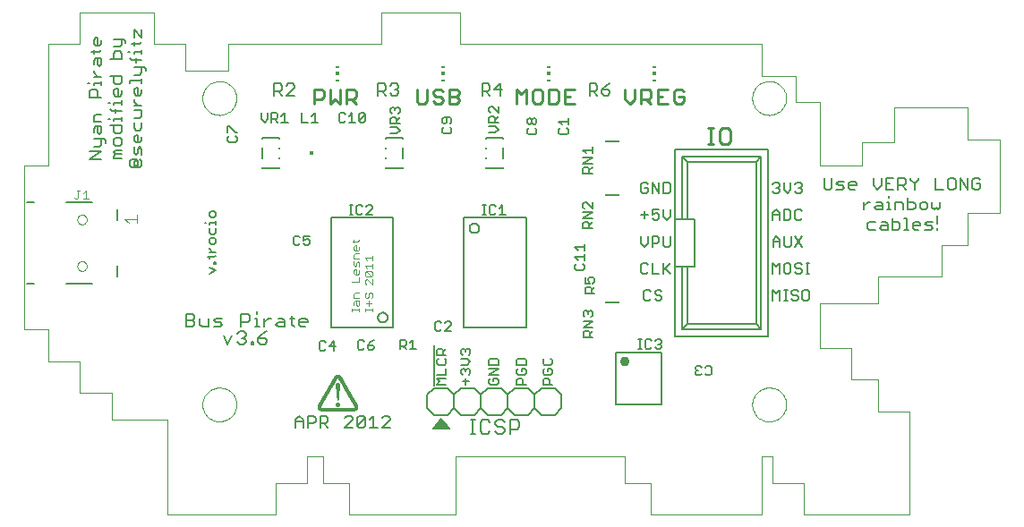
<source format=gto>
G75*
%MOIN*%
%OFA0B0*%
%FSLAX24Y24*%
%IPPOS*%
%LPD*%
%AMOC8*
5,1,8,0,0,1.08239X$1,22.5*
%
%ADD10C,0.0110*%
%ADD11C,0.0040*%
%ADD12C,0.0070*%
%ADD13C,0.0060*%
%ADD14C,0.0050*%
%ADD15C,0.0010*%
%ADD16R,0.0118X0.0059*%
%ADD17R,0.0118X0.0118*%
%ADD18R,0.0118X0.0157*%
%ADD19C,0.0080*%
%ADD20C,0.0362*%
%ADD21R,0.0006X0.0006*%
%ADD22R,0.0006X0.0006*%
%ADD23R,0.0006X0.0006*%
%ADD24R,0.0006X0.0006*%
%ADD25C,0.0000*%
%ADD26R,0.0551X0.0039*%
%ADD27R,0.0551X0.0079*%
%ADD28R,0.0039X0.0079*%
D10*
X020234Y024448D02*
X020234Y024998D01*
X020509Y024998D01*
X020601Y024906D01*
X020601Y024723D01*
X020509Y024631D01*
X020234Y024631D01*
X020842Y024448D02*
X021025Y024631D01*
X021209Y024448D01*
X021209Y024998D01*
X021450Y024998D02*
X021450Y024448D01*
X021450Y024631D02*
X021725Y024631D01*
X021817Y024723D01*
X021817Y024906D01*
X021725Y024998D01*
X021450Y024998D01*
X021633Y024631D02*
X021817Y024448D01*
X020842Y024448D02*
X020842Y024998D01*
X024062Y024998D02*
X024062Y024539D01*
X024154Y024448D01*
X024337Y024448D01*
X024429Y024539D01*
X024429Y024998D01*
X024669Y024906D02*
X024669Y024815D01*
X024761Y024723D01*
X024945Y024723D01*
X025036Y024631D01*
X025036Y024539D01*
X024945Y024448D01*
X024761Y024448D01*
X024669Y024539D01*
X024669Y024906D02*
X024761Y024998D01*
X024945Y024998D01*
X025036Y024906D01*
X025277Y024998D02*
X025277Y024448D01*
X025552Y024448D01*
X025644Y024539D01*
X025644Y024631D01*
X025552Y024723D01*
X025277Y024723D01*
X025277Y024998D02*
X025552Y024998D01*
X025644Y024906D01*
X025644Y024815D01*
X025552Y024723D01*
X027767Y024448D02*
X027767Y024998D01*
X027950Y024815D01*
X028134Y024998D01*
X028134Y024448D01*
X028375Y024539D02*
X028375Y024906D01*
X028466Y024998D01*
X028650Y024998D01*
X028742Y024906D01*
X028742Y024539D01*
X028650Y024448D01*
X028466Y024448D01*
X028375Y024539D01*
X028982Y024448D02*
X028982Y024998D01*
X029257Y024998D01*
X029349Y024906D01*
X029349Y024539D01*
X029257Y024448D01*
X028982Y024448D01*
X029590Y024448D02*
X029590Y024998D01*
X029957Y024998D01*
X029773Y024723D02*
X029590Y024723D01*
X029590Y024448D02*
X029957Y024448D01*
X031816Y024631D02*
X032000Y024448D01*
X032183Y024631D01*
X032183Y024998D01*
X032424Y024998D02*
X032699Y024998D01*
X032791Y024906D01*
X032791Y024723D01*
X032699Y024631D01*
X032424Y024631D01*
X032607Y024631D02*
X032791Y024448D01*
X033032Y024448D02*
X033399Y024448D01*
X033639Y024539D02*
X033639Y024906D01*
X033731Y024998D01*
X033915Y024998D01*
X034006Y024906D01*
X034006Y024723D02*
X033823Y024723D01*
X034006Y024723D02*
X034006Y024539D01*
X033915Y024448D01*
X033731Y024448D01*
X033639Y024539D01*
X033215Y024723D02*
X033032Y024723D01*
X033032Y024998D02*
X033032Y024448D01*
X033032Y024998D02*
X033399Y024998D01*
X032424Y024998D02*
X032424Y024448D01*
X031816Y024631D02*
X031816Y024998D01*
X034921Y023540D02*
X035118Y023540D01*
X035020Y023540D02*
X035020Y022949D01*
X035118Y022949D02*
X034921Y022949D01*
X035351Y023048D02*
X035351Y023442D01*
X035449Y023540D01*
X035646Y023540D01*
X035745Y023442D01*
X035745Y023048D01*
X035646Y022949D01*
X035449Y022949D01*
X035351Y023048D01*
D11*
X022408Y018798D02*
X022408Y018612D01*
X022408Y018705D02*
X022128Y018705D01*
X022222Y018612D01*
X022408Y018504D02*
X022408Y018317D01*
X022408Y018410D02*
X022128Y018410D01*
X022222Y018317D01*
X022175Y018209D02*
X022362Y018022D01*
X022408Y018069D01*
X022408Y018162D01*
X022362Y018209D01*
X022175Y018209D01*
X022128Y018162D01*
X022128Y018069D01*
X022175Y018022D01*
X022362Y018022D01*
X022408Y017914D02*
X022408Y017728D01*
X022222Y017914D01*
X022175Y017914D01*
X022128Y017868D01*
X022128Y017774D01*
X022175Y017728D01*
X021908Y017808D02*
X021908Y017995D01*
X021862Y018103D02*
X021768Y018103D01*
X021722Y018149D01*
X021722Y018243D01*
X021768Y018289D01*
X021815Y018289D01*
X021815Y018103D01*
X021862Y018103D02*
X021908Y018149D01*
X021908Y018243D01*
X021908Y018397D02*
X021908Y018537D01*
X021862Y018584D01*
X021815Y018537D01*
X021815Y018444D01*
X021768Y018397D01*
X021722Y018444D01*
X021722Y018584D01*
X021722Y018692D02*
X021722Y018832D01*
X021768Y018879D01*
X021908Y018879D01*
X021862Y018987D02*
X021768Y018987D01*
X021722Y019033D01*
X021722Y019127D01*
X021768Y019173D01*
X021815Y019173D01*
X021815Y018987D01*
X021862Y018987D02*
X021908Y019033D01*
X021908Y019127D01*
X021862Y019328D02*
X021908Y019375D01*
X021862Y019328D02*
X021675Y019328D01*
X021722Y019281D02*
X021722Y019375D01*
X021722Y018692D02*
X021908Y018692D01*
X021908Y017808D02*
X021628Y017808D01*
X021768Y017405D02*
X021722Y017359D01*
X021722Y017219D01*
X021908Y017219D01*
X021908Y017111D02*
X021908Y016971D01*
X021862Y016924D01*
X021815Y016971D01*
X021815Y017111D01*
X021768Y017111D02*
X021908Y017111D01*
X021768Y017111D02*
X021722Y017064D01*
X021722Y016971D01*
X021628Y016821D02*
X021628Y016728D01*
X021628Y016774D02*
X021908Y016774D01*
X021908Y016728D02*
X021908Y016821D01*
X022128Y016821D02*
X022128Y016728D01*
X022128Y016774D02*
X022408Y016774D01*
X022408Y016728D02*
X022408Y016821D01*
X022268Y016924D02*
X022268Y017111D01*
X022222Y017219D02*
X022268Y017265D01*
X022268Y017359D01*
X022315Y017405D01*
X022362Y017405D01*
X022408Y017359D01*
X022408Y017265D01*
X022362Y017219D01*
X022222Y017219D02*
X022175Y017219D01*
X022128Y017265D01*
X022128Y017359D01*
X022175Y017405D01*
X021908Y017405D02*
X021768Y017405D01*
X022175Y017017D02*
X022362Y017017D01*
X013652Y020015D02*
X013652Y020322D01*
X013652Y020169D02*
X013192Y020169D01*
X013345Y020015D01*
X011844Y020917D02*
X011630Y020917D01*
X011737Y020917D02*
X011737Y021237D01*
X011630Y021130D01*
X011512Y021237D02*
X011406Y021237D01*
X011459Y021237D02*
X011459Y020970D01*
X011406Y020917D01*
X011352Y020917D01*
X011299Y020970D01*
D12*
X015463Y016633D02*
X015709Y016633D01*
X015790Y016551D01*
X015790Y016470D01*
X015709Y016388D01*
X015463Y016388D01*
X015463Y016143D02*
X015463Y016633D01*
X015709Y016388D02*
X015790Y016306D01*
X015790Y016224D01*
X015709Y016143D01*
X015463Y016143D01*
X015979Y016224D02*
X016061Y016143D01*
X016306Y016143D01*
X016306Y016470D01*
X016495Y016388D02*
X016576Y016470D01*
X016822Y016470D01*
X016740Y016306D02*
X016822Y016224D01*
X016740Y016143D01*
X016495Y016143D01*
X016576Y016306D02*
X016495Y016388D01*
X016576Y016306D02*
X016740Y016306D01*
X016863Y015820D02*
X017027Y015493D01*
X017190Y015820D01*
X017379Y015901D02*
X017461Y015983D01*
X017624Y015983D01*
X017706Y015901D01*
X017706Y015820D01*
X017624Y015738D01*
X017706Y015656D01*
X017706Y015574D01*
X017624Y015493D01*
X017461Y015493D01*
X017379Y015574D01*
X017543Y015738D02*
X017624Y015738D01*
X017895Y015574D02*
X017976Y015574D01*
X017976Y015493D01*
X017895Y015493D01*
X017895Y015574D01*
X018153Y015574D02*
X018234Y015493D01*
X018398Y015493D01*
X018479Y015574D01*
X018479Y015656D01*
X018398Y015738D01*
X018153Y015738D01*
X018153Y015574D01*
X018153Y015738D02*
X018316Y015901D01*
X018479Y015983D01*
X018385Y016143D02*
X018385Y016470D01*
X018549Y016470D02*
X018631Y016470D01*
X018549Y016470D02*
X018385Y016306D01*
X018205Y016143D02*
X018042Y016143D01*
X018123Y016143D02*
X018123Y016470D01*
X018042Y016470D01*
X018123Y016633D02*
X018123Y016715D01*
X017853Y016551D02*
X017771Y016633D01*
X017526Y016633D01*
X017526Y016143D01*
X017526Y016306D02*
X017771Y016306D01*
X017853Y016388D01*
X017853Y016551D01*
X018815Y016224D02*
X018897Y016143D01*
X019142Y016143D01*
X019142Y016388D01*
X019060Y016470D01*
X018897Y016470D01*
X018897Y016306D02*
X019142Y016306D01*
X018897Y016306D02*
X018815Y016224D01*
X019331Y016470D02*
X019494Y016470D01*
X019412Y016551D02*
X019412Y016224D01*
X019494Y016143D01*
X019674Y016224D02*
X019756Y016143D01*
X019920Y016143D01*
X020001Y016306D02*
X019674Y016306D01*
X019674Y016224D02*
X019674Y016388D01*
X019756Y016470D01*
X019920Y016470D01*
X020001Y016388D01*
X020001Y016306D01*
X015979Y016224D02*
X015979Y016470D01*
X026064Y012691D02*
X026241Y012691D01*
X026152Y012691D02*
X026152Y012161D01*
X026064Y012161D02*
X026241Y012161D01*
X026432Y012249D02*
X026520Y012161D01*
X026697Y012161D01*
X026786Y012249D01*
X026985Y012249D02*
X027073Y012161D01*
X027250Y012161D01*
X027338Y012249D01*
X027338Y012338D01*
X027250Y012426D01*
X027073Y012426D01*
X026985Y012515D01*
X026985Y012603D01*
X027073Y012691D01*
X027250Y012691D01*
X027338Y012603D01*
X027537Y012691D02*
X027802Y012691D01*
X027891Y012603D01*
X027891Y012426D01*
X027802Y012338D01*
X027537Y012338D01*
X027537Y012161D02*
X027537Y012691D01*
X026786Y012603D02*
X026697Y012691D01*
X026520Y012691D01*
X026432Y012603D01*
X026432Y012249D01*
X032520Y017189D02*
X032583Y017126D01*
X032710Y017126D01*
X032773Y017189D01*
X032934Y017189D02*
X032997Y017126D01*
X033124Y017126D01*
X033188Y017189D01*
X033188Y017253D01*
X033124Y017316D01*
X032997Y017316D01*
X032934Y017380D01*
X032934Y017443D01*
X032997Y017506D01*
X033124Y017506D01*
X033188Y017443D01*
X032773Y017443D02*
X032710Y017506D01*
X032583Y017506D01*
X032520Y017443D01*
X032520Y017189D01*
X032483Y018126D02*
X032610Y018126D01*
X032673Y018189D01*
X032834Y018126D02*
X033088Y018126D01*
X033248Y018126D02*
X033248Y018506D01*
X033312Y018316D02*
X033502Y018126D01*
X033248Y018253D02*
X033502Y018506D01*
X032834Y018506D02*
X032834Y018126D01*
X032483Y018126D02*
X032420Y018189D01*
X032420Y018443D01*
X032483Y018506D01*
X032610Y018506D01*
X032673Y018443D01*
X032546Y019126D02*
X032673Y019253D01*
X032673Y019506D01*
X032834Y019506D02*
X033024Y019506D01*
X033088Y019443D01*
X033088Y019316D01*
X033024Y019253D01*
X032834Y019253D01*
X032834Y019126D02*
X032834Y019506D01*
X032420Y019506D02*
X032420Y019253D01*
X032546Y019126D01*
X033248Y019189D02*
X033312Y019126D01*
X033439Y019126D01*
X033502Y019189D01*
X033502Y019506D01*
X033248Y019506D02*
X033248Y019189D01*
X033375Y020126D02*
X033502Y020253D01*
X033502Y020506D01*
X033248Y020506D02*
X033248Y020253D01*
X033375Y020126D01*
X033088Y020189D02*
X033024Y020126D01*
X032897Y020126D01*
X032834Y020189D01*
X032834Y020316D02*
X032961Y020380D01*
X033024Y020380D01*
X033088Y020316D01*
X033088Y020189D01*
X032834Y020316D02*
X032834Y020506D01*
X033088Y020506D01*
X032673Y020316D02*
X032420Y020316D01*
X032546Y020443D02*
X032546Y020189D01*
X032483Y021126D02*
X032610Y021126D01*
X032673Y021189D01*
X032673Y021316D01*
X032546Y021316D01*
X032420Y021189D02*
X032483Y021126D01*
X032420Y021189D02*
X032420Y021443D01*
X032483Y021506D01*
X032610Y021506D01*
X032673Y021443D01*
X032834Y021506D02*
X033088Y021126D01*
X033088Y021506D01*
X033248Y021506D02*
X033248Y021126D01*
X033439Y021126D01*
X033502Y021189D01*
X033502Y021443D01*
X033439Y021506D01*
X033248Y021506D01*
X032834Y021506D02*
X032834Y021126D01*
X037320Y021189D02*
X037383Y021126D01*
X037510Y021126D01*
X037573Y021189D01*
X037573Y021253D01*
X037510Y021316D01*
X037446Y021316D01*
X037510Y021316D02*
X037573Y021380D01*
X037573Y021443D01*
X037510Y021506D01*
X037383Y021506D01*
X037320Y021443D01*
X037734Y021506D02*
X037734Y021253D01*
X037861Y021126D01*
X037988Y021253D01*
X037988Y021506D01*
X038148Y021443D02*
X038212Y021506D01*
X038339Y021506D01*
X038402Y021443D01*
X038402Y021380D01*
X038339Y021316D01*
X038402Y021253D01*
X038402Y021189D01*
X038339Y021126D01*
X038212Y021126D01*
X038148Y021189D01*
X038275Y021316D02*
X038339Y021316D01*
X038337Y020506D02*
X038210Y020506D01*
X038147Y020443D01*
X038147Y020189D01*
X038210Y020126D01*
X038337Y020126D01*
X038400Y020189D01*
X038400Y020443D02*
X038337Y020506D01*
X037986Y020443D02*
X037923Y020506D01*
X037733Y020506D01*
X037733Y020126D01*
X037923Y020126D01*
X037986Y020189D01*
X037986Y020443D01*
X037572Y020380D02*
X037572Y020126D01*
X037572Y020316D02*
X037318Y020316D01*
X037318Y020380D02*
X037445Y020506D01*
X037572Y020380D01*
X037318Y020380D02*
X037318Y020126D01*
X037455Y019506D02*
X037582Y019380D01*
X037582Y019126D01*
X037743Y019189D02*
X037806Y019126D01*
X037933Y019126D01*
X037996Y019189D01*
X037996Y019506D01*
X038157Y019506D02*
X038410Y019126D01*
X038157Y019126D02*
X038410Y019506D01*
X037743Y019506D02*
X037743Y019189D01*
X037582Y019316D02*
X037328Y019316D01*
X037328Y019380D02*
X037455Y019506D01*
X037328Y019380D02*
X037328Y019126D01*
X037320Y018506D02*
X037446Y018380D01*
X037573Y018506D01*
X037573Y018126D01*
X037734Y018189D02*
X037797Y018126D01*
X037924Y018126D01*
X037988Y018189D01*
X037988Y018443D01*
X037924Y018506D01*
X037797Y018506D01*
X037734Y018443D01*
X037734Y018189D01*
X038148Y018189D02*
X038212Y018126D01*
X038339Y018126D01*
X038402Y018189D01*
X038402Y018253D01*
X038339Y018316D01*
X038212Y018316D01*
X038148Y018380D01*
X038148Y018443D01*
X038212Y018506D01*
X038339Y018506D01*
X038402Y018443D01*
X038563Y018506D02*
X038689Y018506D01*
X038626Y018506D02*
X038626Y018126D01*
X038563Y018126D02*
X038689Y018126D01*
X038615Y017506D02*
X038488Y017506D01*
X038425Y017443D01*
X038425Y017189D01*
X038488Y017126D01*
X038615Y017126D01*
X038678Y017189D01*
X038678Y017443D01*
X038615Y017506D01*
X038264Y017443D02*
X038200Y017506D01*
X038074Y017506D01*
X038010Y017443D01*
X038010Y017380D01*
X038074Y017316D01*
X038200Y017316D01*
X038264Y017253D01*
X038264Y017189D01*
X038200Y017126D01*
X038074Y017126D01*
X038010Y017189D01*
X037861Y017126D02*
X037734Y017126D01*
X037797Y017126D02*
X037797Y017506D01*
X037734Y017506D02*
X037861Y017506D01*
X037573Y017506D02*
X037573Y017126D01*
X037320Y017126D02*
X037320Y017506D01*
X037446Y017380D01*
X037573Y017506D01*
X037320Y018126D02*
X037320Y018506D01*
D13*
X036696Y016251D02*
X036877Y016070D01*
X033956Y016070D01*
X034137Y016251D01*
X034137Y018389D01*
X033956Y018389D02*
X033956Y016070D01*
X034137Y016251D02*
X036696Y016251D01*
X036696Y022298D01*
X036877Y022479D01*
X033956Y022479D01*
X034137Y022298D01*
X034137Y020160D01*
X034408Y020160D01*
X034408Y018389D01*
X033684Y018389D01*
X033684Y020160D01*
X034137Y020160D01*
X033956Y020160D02*
X033956Y022479D01*
X034137Y022298D02*
X036696Y022298D01*
X036877Y022479D02*
X036877Y016070D01*
X037149Y015798D02*
X033684Y015798D01*
X033684Y018389D01*
X033684Y020160D02*
X033684Y022751D01*
X037149Y022751D01*
X037149Y015798D01*
X040915Y019759D02*
X041135Y019759D01*
X041302Y019833D02*
X041376Y019906D01*
X041596Y019906D01*
X041596Y019979D02*
X041596Y019759D01*
X041376Y019759D01*
X041302Y019833D01*
X041376Y020053D02*
X041522Y020053D01*
X041596Y019979D01*
X041763Y020053D02*
X041983Y020053D01*
X042056Y019979D01*
X042056Y019833D01*
X041983Y019759D01*
X041763Y019759D01*
X041763Y020200D01*
X041718Y020509D02*
X041571Y020509D01*
X041644Y020509D02*
X041644Y020803D01*
X041571Y020803D01*
X041644Y020950D02*
X041644Y021023D01*
X041532Y021259D02*
X041826Y021259D01*
X041993Y021259D02*
X041993Y021700D01*
X042213Y021700D01*
X042286Y021626D01*
X042286Y021479D01*
X042213Y021406D01*
X041993Y021406D01*
X042140Y021406D02*
X042286Y021259D01*
X042338Y020950D02*
X042338Y020509D01*
X042558Y020509D01*
X042632Y020583D01*
X042632Y020729D01*
X042558Y020803D01*
X042338Y020803D01*
X042171Y020729D02*
X042171Y020509D01*
X042171Y020729D02*
X042098Y020803D01*
X041878Y020803D01*
X041878Y020509D01*
X042223Y020200D02*
X042296Y020200D01*
X042296Y019759D01*
X042223Y019759D02*
X042370Y019759D01*
X042530Y019833D02*
X042530Y019979D01*
X042603Y020053D01*
X042750Y020053D01*
X042824Y019979D01*
X042824Y019906D01*
X042530Y019906D01*
X042530Y019833D02*
X042603Y019759D01*
X042750Y019759D01*
X042990Y019759D02*
X043210Y019759D01*
X043284Y019833D01*
X043210Y019906D01*
X043064Y019906D01*
X042990Y019979D01*
X043064Y020053D01*
X043284Y020053D01*
X043451Y019979D02*
X043451Y020273D01*
X043479Y020509D02*
X043406Y020583D01*
X043332Y020509D01*
X043259Y020583D01*
X043259Y020803D01*
X043092Y020729D02*
X043019Y020803D01*
X042872Y020803D01*
X042798Y020729D01*
X042798Y020583D01*
X042872Y020509D01*
X043019Y020509D01*
X043092Y020583D01*
X043092Y020729D01*
X043479Y020509D02*
X043552Y020583D01*
X043552Y020803D01*
X043668Y021259D02*
X043374Y021259D01*
X043374Y021700D01*
X043834Y021626D02*
X043834Y021333D01*
X043908Y021259D01*
X044055Y021259D01*
X044128Y021333D01*
X044128Y021626D01*
X044055Y021700D01*
X043908Y021700D01*
X043834Y021626D01*
X044295Y021700D02*
X044295Y021259D01*
X044588Y021259D02*
X044295Y021700D01*
X044588Y021700D02*
X044588Y021259D01*
X044755Y021333D02*
X044829Y021259D01*
X044975Y021259D01*
X045049Y021333D01*
X045049Y021479D01*
X044902Y021479D01*
X044755Y021626D02*
X044755Y021333D01*
X044755Y021626D02*
X044829Y021700D01*
X044975Y021700D01*
X045049Y021626D01*
X043451Y019833D02*
X043451Y019759D01*
X042600Y021259D02*
X042600Y021479D01*
X042747Y021626D01*
X042747Y021700D01*
X042600Y021479D02*
X042453Y021626D01*
X042453Y021700D01*
X041826Y021700D02*
X041532Y021700D01*
X041532Y021259D01*
X041532Y021479D02*
X041679Y021479D01*
X041366Y021406D02*
X041366Y021700D01*
X041072Y021700D02*
X041072Y021406D01*
X041219Y021259D01*
X041366Y021406D01*
X041331Y020803D02*
X041404Y020729D01*
X041404Y020509D01*
X041184Y020509D01*
X041110Y020583D01*
X041184Y020656D01*
X041404Y020656D01*
X041331Y020803D02*
X041184Y020803D01*
X040947Y020803D02*
X040874Y020803D01*
X040727Y020656D01*
X040727Y020509D02*
X040727Y020803D01*
X040371Y021259D02*
X040225Y021259D01*
X040151Y021333D01*
X040151Y021479D01*
X040225Y021553D01*
X040371Y021553D01*
X040445Y021479D01*
X040445Y021406D01*
X040151Y021406D01*
X039984Y021333D02*
X039911Y021406D01*
X039764Y021406D01*
X039691Y021479D01*
X039764Y021553D01*
X039984Y021553D01*
X039984Y021333D02*
X039911Y021259D01*
X039691Y021259D01*
X039524Y021333D02*
X039524Y021700D01*
X039230Y021700D02*
X039230Y021333D01*
X039304Y021259D01*
X039451Y021259D01*
X039524Y021333D01*
X040842Y019979D02*
X040915Y020053D01*
X041135Y020053D01*
X040842Y019979D02*
X040842Y019833D01*
X040915Y019759D01*
X031254Y024844D02*
X031254Y024918D01*
X031180Y024991D01*
X030960Y024991D01*
X030960Y024844D01*
X031034Y024771D01*
X031180Y024771D01*
X031254Y024844D01*
X031107Y025138D02*
X030960Y024991D01*
X030793Y024991D02*
X030720Y024918D01*
X030500Y024918D01*
X030647Y024918D02*
X030793Y024771D01*
X030793Y024991D02*
X030793Y025138D01*
X030720Y025211D01*
X030500Y025211D01*
X030500Y024771D01*
X031107Y025138D02*
X031254Y025211D01*
X027254Y024991D02*
X026960Y024991D01*
X027180Y025211D01*
X027180Y024771D01*
X026793Y024771D02*
X026647Y024918D01*
X026720Y024918D02*
X026500Y024918D01*
X026500Y024771D02*
X026500Y025211D01*
X026720Y025211D01*
X026793Y025138D01*
X026793Y024991D01*
X026720Y024918D01*
X026633Y023176D02*
X026633Y023139D01*
X026633Y023176D02*
X027271Y023176D01*
X027271Y023139D01*
X027271Y022822D02*
X027271Y022411D01*
X027271Y022093D02*
X027271Y022056D01*
X026633Y022056D01*
X026633Y022093D01*
X026633Y022411D02*
X026633Y022448D01*
X026633Y022785D02*
X026633Y022822D01*
X025827Y020205D02*
X028130Y020205D01*
X028130Y016110D01*
X025827Y016110D01*
X025827Y020205D01*
X026030Y019821D02*
X026032Y019847D01*
X026038Y019873D01*
X026047Y019898D01*
X026060Y019921D01*
X026076Y019942D01*
X026095Y019960D01*
X026117Y019976D01*
X026140Y019988D01*
X026165Y019996D01*
X026191Y020001D01*
X026218Y020002D01*
X026244Y019999D01*
X026269Y019992D01*
X026294Y019982D01*
X026316Y019968D01*
X026337Y019951D01*
X026354Y019932D01*
X026369Y019910D01*
X026380Y019886D01*
X026388Y019860D01*
X026392Y019834D01*
X026392Y019808D01*
X026388Y019782D01*
X026380Y019756D01*
X026369Y019732D01*
X026354Y019710D01*
X026337Y019691D01*
X026316Y019674D01*
X026294Y019660D01*
X026269Y019650D01*
X026244Y019643D01*
X026218Y019640D01*
X026191Y019641D01*
X026165Y019646D01*
X026140Y019654D01*
X026117Y019666D01*
X026095Y019682D01*
X026076Y019700D01*
X026060Y019721D01*
X026047Y019744D01*
X026038Y019769D01*
X026032Y019795D01*
X026030Y019821D01*
X023547Y022056D02*
X023547Y022093D01*
X023547Y022056D02*
X022910Y022056D01*
X022910Y022093D01*
X022910Y022411D02*
X022910Y022448D01*
X022910Y022785D02*
X022910Y022822D01*
X022910Y023139D02*
X022910Y023176D01*
X023547Y023176D01*
X023547Y023139D01*
X023547Y022822D02*
X023547Y022411D01*
X023180Y020205D02*
X020877Y020205D01*
X020877Y016110D01*
X023180Y016110D01*
X023180Y020205D01*
X022615Y016494D02*
X022617Y016520D01*
X022623Y016546D01*
X022632Y016571D01*
X022645Y016594D01*
X022661Y016615D01*
X022680Y016633D01*
X022702Y016649D01*
X022725Y016661D01*
X022750Y016669D01*
X022776Y016674D01*
X022803Y016675D01*
X022829Y016672D01*
X022854Y016665D01*
X022879Y016655D01*
X022901Y016641D01*
X022922Y016624D01*
X022939Y016605D01*
X022954Y016583D01*
X022965Y016559D01*
X022973Y016533D01*
X022977Y016507D01*
X022977Y016481D01*
X022973Y016455D01*
X022965Y016429D01*
X022954Y016405D01*
X022939Y016383D01*
X022922Y016364D01*
X022901Y016347D01*
X022879Y016333D01*
X022854Y016323D01*
X022829Y016316D01*
X022803Y016313D01*
X022776Y016314D01*
X022750Y016319D01*
X022725Y016327D01*
X022702Y016339D01*
X022680Y016355D01*
X022661Y016373D01*
X022645Y016394D01*
X022632Y016417D01*
X022623Y016442D01*
X022617Y016468D01*
X022615Y016494D01*
X024702Y013869D02*
X024452Y013619D01*
X024452Y013119D01*
X024702Y012869D01*
X025202Y012869D01*
X025452Y013119D01*
X025702Y012869D01*
X026202Y012869D01*
X026452Y013119D01*
X026452Y013619D01*
X026202Y013869D01*
X025702Y013869D01*
X025452Y013619D01*
X025452Y013119D01*
X025452Y013619D02*
X025202Y013869D01*
X024702Y013869D01*
X026452Y013619D02*
X026702Y013869D01*
X027202Y013869D01*
X027452Y013619D01*
X027702Y013869D01*
X028202Y013869D01*
X028452Y013619D01*
X028702Y013869D01*
X029202Y013869D01*
X029452Y013619D01*
X029452Y013119D01*
X029202Y012869D01*
X028702Y012869D01*
X028452Y013119D01*
X028202Y012869D01*
X027702Y012869D01*
X027452Y013119D01*
X027202Y012869D01*
X026702Y012869D01*
X026452Y013119D01*
X027452Y013119D02*
X027452Y013619D01*
X028452Y013619D02*
X028452Y013119D01*
X023062Y012763D02*
X022989Y012836D01*
X022842Y012836D01*
X022768Y012763D01*
X023062Y012763D02*
X023062Y012690D01*
X022768Y012396D01*
X023062Y012396D01*
X022602Y012396D02*
X022308Y012396D01*
X022455Y012396D02*
X022455Y012836D01*
X022308Y012690D01*
X022141Y012763D02*
X021848Y012469D01*
X021921Y012396D01*
X022068Y012396D01*
X022141Y012469D01*
X022141Y012763D01*
X022068Y012836D01*
X021921Y012836D01*
X021848Y012763D01*
X021848Y012469D01*
X021681Y012396D02*
X021387Y012396D01*
X021681Y012690D01*
X021681Y012763D01*
X021607Y012836D01*
X021461Y012836D01*
X021387Y012763D01*
X020760Y012763D02*
X020760Y012616D01*
X020687Y012543D01*
X020466Y012543D01*
X020466Y012396D02*
X020466Y012836D01*
X020687Y012836D01*
X020760Y012763D01*
X020613Y012543D02*
X020760Y012396D01*
X020300Y012616D02*
X020226Y012543D01*
X020006Y012543D01*
X020006Y012396D02*
X020006Y012836D01*
X020226Y012836D01*
X020300Y012763D01*
X020300Y012616D01*
X019839Y012616D02*
X019546Y012616D01*
X019546Y012690D02*
X019692Y012836D01*
X019839Y012690D01*
X019839Y012396D01*
X019546Y012396D02*
X019546Y012690D01*
X018960Y022056D02*
X018322Y022056D01*
X018322Y022093D01*
X018322Y022411D02*
X018322Y022822D01*
X018322Y023139D02*
X018322Y023176D01*
X018960Y023176D01*
X018960Y023139D01*
X018960Y022822D02*
X018960Y022785D01*
X018960Y022448D02*
X018960Y022411D01*
X018960Y022093D02*
X018960Y022056D01*
X019043Y024771D02*
X018897Y024918D01*
X018970Y024918D02*
X018750Y024918D01*
X018750Y024771D02*
X018750Y025211D01*
X018970Y025211D01*
X019043Y025138D01*
X019043Y024991D01*
X018970Y024918D01*
X019210Y024771D02*
X019504Y025065D01*
X019504Y025138D01*
X019430Y025211D01*
X019284Y025211D01*
X019210Y025138D01*
X019210Y024771D02*
X019504Y024771D01*
X022625Y024771D02*
X022625Y025211D01*
X022845Y025211D01*
X022918Y025138D01*
X022918Y024991D01*
X022845Y024918D01*
X022625Y024918D01*
X022772Y024918D02*
X022918Y024771D01*
X023085Y024844D02*
X023159Y024771D01*
X023305Y024771D01*
X023379Y024844D01*
X023379Y024918D01*
X023305Y024991D01*
X023232Y024991D01*
X023305Y024991D02*
X023379Y025065D01*
X023379Y025138D01*
X023305Y025211D01*
X023159Y025211D01*
X023085Y025138D01*
X013972Y025685D02*
X013972Y025758D01*
X013899Y025832D01*
X013532Y025832D01*
X013605Y025999D02*
X013605Y026145D01*
X013458Y026072D02*
X013385Y026145D01*
X013458Y026072D02*
X013825Y026072D01*
X013825Y026305D02*
X013825Y026452D01*
X013825Y026379D02*
X013532Y026379D01*
X013532Y026305D01*
X013385Y026379D02*
X013311Y026379D01*
X013075Y026334D02*
X013002Y026407D01*
X012855Y026407D01*
X012782Y026334D01*
X012782Y026114D01*
X012635Y026114D02*
X013075Y026114D01*
X013075Y026334D01*
X013002Y026574D02*
X013075Y026647D01*
X013075Y026868D01*
X013149Y026868D02*
X013222Y026794D01*
X013222Y026721D01*
X013149Y026868D02*
X012782Y026868D01*
X012782Y026574D02*
X013002Y026574D01*
X013458Y026686D02*
X013752Y026686D01*
X013825Y026759D01*
X013825Y026919D02*
X013825Y027213D01*
X013532Y027213D02*
X013825Y026919D01*
X013532Y026919D02*
X013532Y027213D01*
X013532Y026759D02*
X013532Y026612D01*
X013825Y025832D02*
X013825Y025612D01*
X013752Y025538D01*
X013532Y025538D01*
X013385Y025305D02*
X013825Y025305D01*
X013825Y025378D02*
X013825Y025231D01*
X013678Y025064D02*
X013678Y024771D01*
X013605Y024771D02*
X013532Y024844D01*
X013532Y024991D01*
X013605Y025064D01*
X013678Y025064D01*
X013825Y024991D02*
X013825Y024844D01*
X013752Y024771D01*
X013605Y024771D01*
X013532Y024607D02*
X013532Y024534D01*
X013678Y024387D01*
X013532Y024387D02*
X013825Y024387D01*
X013825Y024220D02*
X013532Y024220D01*
X013825Y024220D02*
X013825Y024000D01*
X013752Y023927D01*
X013532Y023927D01*
X013532Y023760D02*
X013532Y023540D01*
X013605Y023466D01*
X013752Y023466D01*
X013825Y023540D01*
X013825Y023760D01*
X013678Y023300D02*
X013678Y023006D01*
X013605Y023006D02*
X013532Y023079D01*
X013532Y023226D01*
X013605Y023300D01*
X013678Y023300D01*
X013825Y023226D02*
X013825Y023079D01*
X013752Y023006D01*
X013605Y023006D01*
X013532Y022839D02*
X013532Y022619D01*
X013605Y022546D01*
X013678Y022619D01*
X013678Y022766D01*
X013752Y022839D01*
X013825Y022766D01*
X013825Y022546D01*
X013752Y022379D02*
X013825Y022305D01*
X013825Y022159D01*
X013752Y022085D01*
X013458Y022085D01*
X013385Y022159D01*
X013385Y022305D01*
X013458Y022379D01*
X013605Y022379D01*
X013678Y022305D01*
X013532Y022305D01*
X013532Y022159D01*
X013678Y022159D01*
X013678Y022305D01*
X013075Y022430D02*
X012782Y022430D01*
X012782Y022504D01*
X012855Y022577D01*
X012782Y022651D01*
X012855Y022724D01*
X013075Y022724D01*
X013075Y022577D02*
X012855Y022577D01*
X012855Y022891D02*
X012782Y022964D01*
X012782Y023111D01*
X012855Y023184D01*
X013002Y023184D01*
X013075Y023111D01*
X013075Y022964D01*
X013002Y022891D01*
X012855Y022891D01*
X012472Y022999D02*
X012472Y023073D01*
X012399Y023146D01*
X012032Y023146D01*
X012032Y023386D02*
X012032Y023533D01*
X012105Y023606D01*
X012325Y023606D01*
X012325Y023386D01*
X012252Y023313D01*
X012178Y023386D01*
X012178Y023606D01*
X012032Y023773D02*
X012032Y023993D01*
X012105Y024067D01*
X012325Y024067D01*
X012325Y023773D02*
X012032Y023773D01*
X012561Y023885D02*
X012635Y023885D01*
X012782Y023885D02*
X013075Y023885D01*
X013075Y023812D02*
X013075Y023958D01*
X013075Y024192D02*
X012708Y024192D01*
X012635Y024265D01*
X012782Y024426D02*
X012782Y024499D01*
X013075Y024499D01*
X013075Y024426D02*
X013075Y024572D01*
X013002Y024732D02*
X012855Y024732D01*
X012782Y024806D01*
X012782Y024953D01*
X012855Y025026D01*
X012928Y025026D01*
X012928Y024732D01*
X013002Y024732D02*
X013075Y024806D01*
X013075Y024953D01*
X013002Y025193D02*
X012855Y025193D01*
X012782Y025266D01*
X012782Y025486D01*
X012635Y025486D02*
X013075Y025486D01*
X013075Y025266D01*
X013002Y025193D01*
X013385Y025231D02*
X013385Y025305D01*
X012635Y024499D02*
X012561Y024499D01*
X012325Y024694D02*
X011885Y024694D01*
X011885Y024914D01*
X011958Y024988D01*
X012105Y024988D01*
X012178Y024914D01*
X012178Y024694D01*
X012032Y025154D02*
X012032Y025228D01*
X012325Y025228D01*
X012325Y025301D02*
X012325Y025154D01*
X012325Y025461D02*
X012032Y025461D01*
X012178Y025461D02*
X012032Y025608D01*
X012032Y025682D01*
X012032Y025918D02*
X012032Y026065D01*
X012105Y026139D01*
X012325Y026139D01*
X012325Y025918D01*
X012252Y025845D01*
X012178Y025918D01*
X012178Y026139D01*
X012032Y026305D02*
X012032Y026452D01*
X011958Y026379D02*
X012252Y026379D01*
X012325Y026452D01*
X012252Y026612D02*
X012105Y026612D01*
X012032Y026686D01*
X012032Y026833D01*
X012105Y026906D01*
X012178Y026906D01*
X012178Y026612D01*
X012252Y026612D02*
X012325Y026686D01*
X012325Y026833D01*
X011885Y025228D02*
X011811Y025228D01*
X012782Y023885D02*
X012782Y023812D01*
X012782Y023645D02*
X012782Y023425D01*
X012855Y023351D01*
X013002Y023351D01*
X013075Y023425D01*
X013075Y023645D01*
X012635Y023645D01*
X012855Y024119D02*
X012855Y024265D01*
X012325Y023146D02*
X012325Y022926D01*
X012252Y022853D01*
X012032Y022853D01*
X011885Y022686D02*
X012325Y022686D01*
X011885Y022392D01*
X012325Y022392D01*
D14*
X011971Y020790D02*
X011026Y020790D01*
X009806Y020790D02*
X009530Y020790D01*
X009530Y017759D02*
X009806Y017759D01*
X011026Y017759D02*
X011971Y017759D01*
X012897Y018034D02*
X012897Y018428D01*
X012897Y020121D02*
X012897Y020515D01*
X016163Y020029D02*
X016221Y020029D01*
X016338Y020029D02*
X016338Y019970D01*
X016338Y020029D02*
X016572Y020029D01*
X016572Y020087D02*
X016572Y019970D01*
X016572Y019836D02*
X016572Y019660D01*
X016513Y019602D01*
X016396Y019602D01*
X016338Y019660D01*
X016338Y019836D01*
X016396Y019467D02*
X016338Y019409D01*
X016338Y019292D01*
X016396Y019234D01*
X016513Y019234D01*
X016572Y019292D01*
X016572Y019409D01*
X016513Y019467D01*
X016396Y019467D01*
X016338Y019102D02*
X016338Y019044D01*
X016455Y018927D01*
X016572Y018927D02*
X016338Y018927D01*
X016338Y018798D02*
X016338Y018681D01*
X016280Y018740D02*
X016513Y018740D01*
X016572Y018798D01*
X016572Y018556D02*
X016572Y018497D01*
X016513Y018497D01*
X016513Y018556D01*
X016572Y018556D01*
X016338Y018362D02*
X016572Y018246D01*
X016338Y018129D01*
X016396Y020216D02*
X016513Y020216D01*
X016572Y020274D01*
X016572Y020391D01*
X016513Y020449D01*
X016396Y020449D01*
X016338Y020391D01*
X016338Y020274D01*
X016396Y020216D01*
X017074Y023016D02*
X017307Y023016D01*
X017366Y023074D01*
X017366Y023191D01*
X017307Y023250D01*
X017307Y023384D02*
X017074Y023618D01*
X017015Y023618D01*
X017015Y023384D01*
X017074Y023250D02*
X017015Y023191D01*
X017015Y023074D01*
X017074Y023016D01*
X017307Y023384D02*
X017366Y023384D01*
X018291Y023883D02*
X018407Y023766D01*
X018524Y023883D01*
X018524Y024116D01*
X018659Y024116D02*
X018834Y024116D01*
X018892Y024058D01*
X018892Y023941D01*
X018834Y023883D01*
X018659Y023883D01*
X018776Y023883D02*
X018892Y023766D01*
X019027Y023766D02*
X019261Y023766D01*
X019144Y023766D02*
X019144Y024116D01*
X019027Y024000D01*
X018659Y024116D02*
X018659Y023766D01*
X018291Y023883D02*
X018291Y024116D01*
X019791Y024116D02*
X019791Y023766D01*
X020024Y023766D01*
X020159Y023766D02*
X020392Y023766D01*
X020276Y023766D02*
X020276Y024116D01*
X020159Y024000D01*
X021166Y024058D02*
X021166Y023824D01*
X021224Y023766D01*
X021341Y023766D01*
X021399Y023824D01*
X021534Y023766D02*
X021767Y023766D01*
X021651Y023766D02*
X021651Y024116D01*
X021534Y024000D01*
X021399Y024058D02*
X021341Y024116D01*
X021224Y024116D01*
X021166Y024058D01*
X021902Y024058D02*
X021961Y024116D01*
X022077Y024116D01*
X022136Y024058D01*
X021902Y023824D01*
X021961Y023766D01*
X022077Y023766D01*
X022136Y023824D01*
X022136Y024058D01*
X021902Y024058D02*
X021902Y023824D01*
X023084Y023896D02*
X023084Y023721D01*
X023434Y023721D01*
X023317Y023721D02*
X023317Y023896D01*
X023259Y023954D01*
X023142Y023954D01*
X023084Y023896D01*
X023142Y024089D02*
X023084Y024147D01*
X023084Y024264D01*
X023142Y024322D01*
X023201Y024322D01*
X023259Y024264D01*
X023317Y024322D01*
X023376Y024322D01*
X023434Y024264D01*
X023434Y024147D01*
X023376Y024089D01*
X023434Y023954D02*
X023317Y023837D01*
X023317Y023586D02*
X023084Y023586D01*
X023317Y023586D02*
X023434Y023469D01*
X023317Y023352D01*
X023084Y023352D01*
X023259Y024206D02*
X023259Y024264D01*
X025006Y023886D02*
X025006Y023769D01*
X025064Y023711D01*
X025123Y023711D01*
X025181Y023769D01*
X025181Y023944D01*
X025064Y023944D02*
X025006Y023886D01*
X025064Y023944D02*
X025298Y023944D01*
X025356Y023886D01*
X025356Y023769D01*
X025298Y023711D01*
X025298Y023576D02*
X025356Y023517D01*
X025356Y023401D01*
X025298Y023342D01*
X025064Y023342D01*
X025006Y023401D01*
X025006Y023517D01*
X025064Y023576D01*
X026747Y023616D02*
X026981Y023616D01*
X027097Y023499D01*
X026981Y023382D01*
X026747Y023382D01*
X026747Y023751D02*
X026747Y023926D01*
X026805Y023984D01*
X026922Y023984D01*
X026981Y023926D01*
X026981Y023751D01*
X027097Y023751D02*
X026747Y023751D01*
X026981Y023867D02*
X027097Y023984D01*
X027097Y024119D02*
X026864Y024352D01*
X026805Y024352D01*
X026747Y024294D01*
X026747Y024177D01*
X026805Y024119D01*
X027097Y024119D02*
X027097Y024352D01*
X028174Y023856D02*
X028174Y023739D01*
X028232Y023681D01*
X028291Y023681D01*
X028349Y023739D01*
X028349Y023856D01*
X028407Y023914D01*
X028466Y023914D01*
X028524Y023856D01*
X028524Y023739D01*
X028466Y023681D01*
X028407Y023681D01*
X028349Y023739D01*
X028349Y023856D02*
X028291Y023914D01*
X028232Y023914D01*
X028174Y023856D01*
X028232Y023546D02*
X028174Y023487D01*
X028174Y023371D01*
X028232Y023312D01*
X028466Y023312D01*
X028524Y023371D01*
X028524Y023487D01*
X028466Y023546D01*
X029344Y023487D02*
X029344Y023371D01*
X029402Y023312D01*
X029636Y023312D01*
X029694Y023371D01*
X029694Y023487D01*
X029636Y023546D01*
X029694Y023681D02*
X029694Y023914D01*
X029694Y023797D02*
X029344Y023797D01*
X029461Y023681D01*
X029402Y023546D02*
X029344Y023487D01*
X030248Y022722D02*
X030598Y022722D01*
X030598Y022605D02*
X030598Y022839D01*
X030365Y022605D02*
X030248Y022722D01*
X030248Y022470D02*
X030598Y022470D01*
X030248Y022237D01*
X030598Y022237D01*
X030598Y022102D02*
X030481Y021985D01*
X030481Y022044D02*
X030481Y021869D01*
X030598Y021869D02*
X030248Y021869D01*
X030248Y022044D01*
X030306Y022102D01*
X030423Y022102D01*
X030481Y022044D01*
X030365Y020779D02*
X030306Y020779D01*
X030248Y020720D01*
X030248Y020604D01*
X030306Y020545D01*
X030248Y020410D02*
X030598Y020410D01*
X030248Y020177D01*
X030598Y020177D01*
X030598Y020042D02*
X030481Y019925D01*
X030481Y019984D02*
X030481Y019809D01*
X030598Y019809D02*
X030248Y019809D01*
X030248Y019984D01*
X030306Y020042D01*
X030423Y020042D01*
X030481Y019984D01*
X030308Y019229D02*
X030308Y018995D01*
X030308Y019112D02*
X029958Y019112D01*
X030075Y018995D01*
X030308Y018860D02*
X030308Y018627D01*
X030308Y018744D02*
X029958Y018744D01*
X030075Y018627D01*
X030016Y018492D02*
X029958Y018434D01*
X029958Y018317D01*
X030016Y018259D01*
X030250Y018259D01*
X030308Y018317D01*
X030308Y018434D01*
X030250Y018492D01*
X030328Y018000D02*
X030328Y017767D01*
X030503Y017767D01*
X030445Y017884D01*
X030445Y017942D01*
X030503Y018000D01*
X030620Y018000D01*
X030678Y017942D01*
X030678Y017825D01*
X030620Y017767D01*
X030678Y017632D02*
X030561Y017515D01*
X030561Y017574D02*
X030561Y017399D01*
X030678Y017399D02*
X030328Y017399D01*
X030328Y017574D01*
X030386Y017632D01*
X030503Y017632D01*
X030561Y017574D01*
X030560Y016739D02*
X030618Y016680D01*
X030618Y016564D01*
X030560Y016505D01*
X030618Y016370D02*
X030268Y016370D01*
X030326Y016505D02*
X030268Y016564D01*
X030268Y016680D01*
X030326Y016739D01*
X030385Y016739D01*
X030443Y016680D01*
X030501Y016739D01*
X030560Y016739D01*
X030443Y016680D02*
X030443Y016622D01*
X030618Y016370D02*
X030268Y016137D01*
X030618Y016137D01*
X030618Y016002D02*
X030501Y015885D01*
X030501Y015944D02*
X030501Y015769D01*
X030618Y015769D02*
X030268Y015769D01*
X030268Y015944D01*
X030326Y016002D01*
X030443Y016002D01*
X030501Y015944D01*
X029116Y014907D02*
X029058Y014965D01*
X029116Y014907D02*
X029116Y014790D01*
X029058Y014731D01*
X028825Y014731D01*
X028766Y014790D01*
X028766Y014907D01*
X028825Y014965D01*
X028825Y014597D02*
X028766Y014538D01*
X028766Y014421D01*
X028825Y014363D01*
X029058Y014363D01*
X029116Y014421D01*
X029116Y014538D01*
X029058Y014597D01*
X028941Y014597D01*
X028941Y014480D01*
X028941Y014228D02*
X029000Y014170D01*
X029000Y013995D01*
X029116Y013995D02*
X028766Y013995D01*
X028766Y014170D01*
X028825Y014228D01*
X028941Y014228D01*
X028138Y014421D02*
X028138Y014538D01*
X028079Y014597D01*
X027963Y014597D01*
X027963Y014480D01*
X028079Y014363D02*
X028138Y014421D01*
X028079Y014363D02*
X027846Y014363D01*
X027787Y014421D01*
X027787Y014538D01*
X027846Y014597D01*
X027787Y014731D02*
X027787Y014907D01*
X027846Y014965D01*
X028079Y014965D01*
X028138Y014907D01*
X028138Y014731D01*
X027787Y014731D01*
X027846Y014228D02*
X027963Y014228D01*
X028021Y014170D01*
X028021Y013995D01*
X028138Y013995D02*
X027787Y013995D01*
X027787Y014170D01*
X027846Y014228D01*
X027098Y014170D02*
X027040Y014228D01*
X026923Y014228D01*
X026923Y014112D01*
X026806Y014228D02*
X026748Y014170D01*
X026748Y014053D01*
X026806Y013995D01*
X027040Y013995D01*
X027098Y014053D01*
X027098Y014170D01*
X027098Y014363D02*
X026748Y014363D01*
X027098Y014597D01*
X026748Y014597D01*
X026748Y014731D02*
X026748Y014907D01*
X026806Y014965D01*
X027040Y014965D01*
X027098Y014907D01*
X027098Y014731D01*
X026748Y014731D01*
X026059Y014848D02*
X025942Y014731D01*
X025709Y014731D01*
X025767Y014597D02*
X025825Y014597D01*
X025884Y014538D01*
X025942Y014597D01*
X026001Y014597D01*
X026059Y014538D01*
X026059Y014421D01*
X026001Y014363D01*
X025884Y014480D02*
X025884Y014538D01*
X025767Y014597D02*
X025709Y014538D01*
X025709Y014421D01*
X025767Y014363D01*
X025884Y014228D02*
X025884Y013995D01*
X025767Y014112D02*
X026001Y014112D01*
X026059Y014848D02*
X025942Y014965D01*
X025709Y014965D01*
X025767Y015100D02*
X025709Y015158D01*
X025709Y015275D01*
X025767Y015333D01*
X025825Y015333D01*
X025884Y015275D01*
X025942Y015333D01*
X026001Y015333D01*
X026059Y015275D01*
X026059Y015158D01*
X026001Y015100D01*
X025884Y015216D02*
X025884Y015275D01*
X025338Y016002D02*
X025104Y016002D01*
X025338Y016235D01*
X025338Y016294D01*
X025279Y016352D01*
X025163Y016352D01*
X025104Y016294D01*
X024969Y016294D02*
X024911Y016352D01*
X024794Y016352D01*
X024736Y016294D01*
X024736Y016060D01*
X024794Y016002D01*
X024911Y016002D01*
X024969Y016060D01*
X024709Y015443D02*
X024709Y013970D01*
X024809Y013995D02*
X024925Y014112D01*
X024809Y014228D01*
X025159Y014228D01*
X025159Y014363D02*
X025159Y014597D01*
X025101Y014731D02*
X025159Y014790D01*
X025159Y014907D01*
X025101Y014965D01*
X025159Y015100D02*
X024809Y015100D01*
X024809Y015275D01*
X024867Y015333D01*
X024984Y015333D01*
X025042Y015275D01*
X025042Y015100D01*
X025042Y015216D02*
X025159Y015333D01*
X024867Y014965D02*
X024809Y014907D01*
X024809Y014790D01*
X024867Y014731D01*
X025101Y014731D01*
X025159Y014363D02*
X024809Y014363D01*
X024809Y013995D02*
X025159Y013995D01*
X024035Y015315D02*
X023801Y015315D01*
X023918Y015315D02*
X023918Y015665D01*
X023801Y015548D01*
X023666Y015490D02*
X023608Y015431D01*
X023433Y015431D01*
X023433Y015315D02*
X023433Y015665D01*
X023608Y015665D01*
X023666Y015606D01*
X023666Y015490D01*
X023550Y015431D02*
X023666Y015315D01*
X022465Y015351D02*
X022465Y015409D01*
X022407Y015468D01*
X022232Y015468D01*
X022232Y015351D01*
X022290Y015293D01*
X022407Y015293D01*
X022465Y015351D01*
X022349Y015584D02*
X022232Y015468D01*
X022349Y015584D02*
X022465Y015643D01*
X022097Y015584D02*
X022039Y015643D01*
X021922Y015643D01*
X021863Y015584D01*
X021863Y015351D01*
X021922Y015293D01*
X022039Y015293D01*
X022097Y015351D01*
X021035Y015438D02*
X020802Y015438D01*
X020977Y015613D01*
X020977Y015263D01*
X020667Y015321D02*
X020609Y015263D01*
X020492Y015263D01*
X020433Y015321D01*
X020433Y015554D01*
X020492Y015613D01*
X020609Y015613D01*
X020667Y015554D01*
X020019Y019183D02*
X019902Y019183D01*
X019844Y019242D01*
X019844Y019358D02*
X019961Y019417D01*
X020019Y019417D01*
X020077Y019358D01*
X020077Y019242D01*
X020019Y019183D01*
X019844Y019358D02*
X019844Y019534D01*
X020077Y019534D01*
X019709Y019475D02*
X019651Y019534D01*
X019534Y019534D01*
X019476Y019475D01*
X019476Y019242D01*
X019534Y019183D01*
X019651Y019183D01*
X019709Y019242D01*
X021567Y020333D02*
X021684Y020333D01*
X021625Y020333D02*
X021625Y020683D01*
X021567Y020683D02*
X021684Y020683D01*
X021812Y020624D02*
X021812Y020391D01*
X021871Y020333D01*
X021988Y020333D01*
X022046Y020391D01*
X022181Y020333D02*
X022414Y020566D01*
X022414Y020624D01*
X022356Y020683D01*
X022239Y020683D01*
X022181Y020624D01*
X022046Y020624D02*
X021988Y020683D01*
X021871Y020683D01*
X021812Y020624D01*
X022181Y020333D02*
X022414Y020333D01*
X026517Y020333D02*
X026634Y020333D01*
X026575Y020333D02*
X026575Y020683D01*
X026517Y020683D02*
X026634Y020683D01*
X026762Y020624D02*
X026762Y020391D01*
X026821Y020333D01*
X026938Y020333D01*
X026996Y020391D01*
X027131Y020333D02*
X027364Y020333D01*
X027247Y020333D02*
X027247Y020683D01*
X027131Y020566D01*
X026996Y020624D02*
X026938Y020683D01*
X026821Y020683D01*
X026762Y020624D01*
X030365Y020779D02*
X030598Y020545D01*
X030598Y020779D01*
X032323Y015673D02*
X032440Y015673D01*
X032382Y015673D02*
X032382Y015323D01*
X032440Y015323D02*
X032323Y015323D01*
X032569Y015381D02*
X032627Y015323D01*
X032744Y015323D01*
X032803Y015381D01*
X032937Y015381D02*
X032996Y015323D01*
X033112Y015323D01*
X033171Y015381D01*
X033171Y015439D01*
X033112Y015498D01*
X033054Y015498D01*
X033112Y015498D02*
X033171Y015556D01*
X033171Y015614D01*
X033112Y015673D01*
X032996Y015673D01*
X032937Y015614D01*
X032803Y015614D02*
X032744Y015673D01*
X032627Y015673D01*
X032569Y015614D01*
X032569Y015381D01*
X034431Y014636D02*
X034489Y014695D01*
X034606Y014695D01*
X034665Y014636D01*
X034799Y014636D02*
X034858Y014695D01*
X034974Y014695D01*
X035033Y014636D01*
X035033Y014403D01*
X034974Y014344D01*
X034858Y014344D01*
X034799Y014403D01*
X034665Y014403D02*
X034606Y014344D01*
X034489Y014344D01*
X034431Y014403D01*
X034431Y014461D01*
X034489Y014519D01*
X034431Y014578D01*
X034431Y014636D01*
X034489Y014519D02*
X034548Y014519D01*
D15*
X025281Y012367D02*
X024960Y012745D01*
X024638Y012367D01*
X025281Y012367D01*
X025276Y012372D02*
X024643Y012372D01*
X024650Y012381D02*
X025269Y012381D01*
X025262Y012389D02*
X024657Y012389D01*
X024665Y012398D02*
X025254Y012398D01*
X025247Y012406D02*
X024672Y012406D01*
X024679Y012415D02*
X025240Y012415D01*
X025233Y012423D02*
X024686Y012423D01*
X024693Y012432D02*
X025226Y012432D01*
X025218Y012440D02*
X024701Y012440D01*
X024708Y012449D02*
X025211Y012449D01*
X025204Y012457D02*
X024715Y012457D01*
X024722Y012466D02*
X025197Y012466D01*
X025190Y012474D02*
X024729Y012474D01*
X024737Y012483D02*
X025182Y012483D01*
X025175Y012491D02*
X024744Y012491D01*
X024751Y012500D02*
X025168Y012500D01*
X025161Y012508D02*
X024758Y012508D01*
X024766Y012517D02*
X025154Y012517D01*
X025146Y012525D02*
X024773Y012525D01*
X024780Y012534D02*
X025139Y012534D01*
X025132Y012542D02*
X024787Y012542D01*
X024794Y012551D02*
X025125Y012551D01*
X025117Y012559D02*
X024802Y012559D01*
X024809Y012568D02*
X025110Y012568D01*
X025103Y012576D02*
X024816Y012576D01*
X024823Y012585D02*
X025096Y012585D01*
X025089Y012593D02*
X024830Y012593D01*
X024838Y012602D02*
X025081Y012602D01*
X025074Y012610D02*
X024845Y012610D01*
X024852Y012619D02*
X025067Y012619D01*
X025060Y012627D02*
X024859Y012627D01*
X024866Y012636D02*
X025053Y012636D01*
X025045Y012644D02*
X024874Y012644D01*
X024881Y012653D02*
X025038Y012653D01*
X025031Y012661D02*
X024888Y012661D01*
X024895Y012670D02*
X025024Y012670D01*
X025017Y012678D02*
X024903Y012678D01*
X024910Y012687D02*
X025009Y012687D01*
X025002Y012695D02*
X024917Y012695D01*
X024924Y012704D02*
X024995Y012704D01*
X024988Y012712D02*
X024931Y012712D01*
X024939Y012721D02*
X024980Y012721D01*
X024973Y012729D02*
X024946Y012729D01*
X024953Y012738D02*
X024966Y012738D01*
D16*
X025042Y025337D03*
X025042Y025810D03*
X021105Y025810D03*
X021105Y025337D03*
X028979Y025337D03*
X028979Y025810D03*
X032916Y025810D03*
X032916Y025337D03*
D17*
X032916Y025574D03*
X028979Y025574D03*
X025042Y025574D03*
X021105Y025574D03*
D18*
X020141Y022616D03*
D19*
X031482Y015172D02*
X031482Y013243D01*
X033175Y013243D01*
X033175Y015172D01*
X031482Y015172D01*
D20*
X031817Y014847D03*
D21*
X021882Y013156D03*
X021882Y013144D03*
X021882Y013138D03*
X021882Y013126D03*
X021882Y013114D03*
X021882Y013108D03*
X021882Y013096D03*
X021870Y013096D03*
X021870Y013084D03*
X021870Y013078D03*
X021870Y013066D03*
X021852Y013066D03*
X021852Y013054D03*
X021852Y013048D03*
X021840Y013048D03*
X021840Y013054D03*
X021840Y013066D03*
X021840Y013078D03*
X021840Y013084D03*
X021852Y013084D03*
X021852Y013078D03*
X021852Y013096D03*
X021852Y013108D03*
X021852Y013114D03*
X021852Y013126D03*
X021852Y013138D03*
X021852Y013144D03*
X021852Y013156D03*
X021852Y013168D03*
X021852Y013174D03*
X021852Y013186D03*
X021852Y013198D03*
X021852Y013204D03*
X021852Y013216D03*
X021852Y013228D03*
X021852Y013234D03*
X021840Y013234D03*
X021840Y013228D03*
X021840Y013216D03*
X021840Y013204D03*
X021840Y013198D03*
X021840Y013186D03*
X021840Y013174D03*
X021840Y013168D03*
X021840Y013156D03*
X021840Y013144D03*
X021840Y013138D03*
X021840Y013126D03*
X021840Y013114D03*
X021840Y013108D03*
X021840Y013096D03*
X021822Y013096D03*
X021822Y013084D03*
X021822Y013078D03*
X021822Y013066D03*
X021822Y013054D03*
X021822Y013048D03*
X021822Y013036D03*
X021822Y013024D03*
X021822Y013018D03*
X021810Y013018D03*
X021810Y013024D03*
X021810Y013036D03*
X021810Y013048D03*
X021810Y013054D03*
X021810Y013066D03*
X021810Y013078D03*
X021810Y013084D03*
X021810Y013096D03*
X021810Y013108D03*
X021810Y013114D03*
X021822Y013114D03*
X021822Y013108D03*
X021822Y013126D03*
X021822Y013138D03*
X021822Y013144D03*
X021822Y013156D03*
X021822Y013168D03*
X021822Y013174D03*
X021822Y013186D03*
X021822Y013198D03*
X021822Y013204D03*
X021822Y013216D03*
X021822Y013228D03*
X021822Y013234D03*
X021822Y013246D03*
X021822Y013258D03*
X021822Y013264D03*
X021822Y013276D03*
X021810Y013276D03*
X021810Y013264D03*
X021810Y013258D03*
X021810Y013246D03*
X021810Y013234D03*
X021810Y013228D03*
X021810Y013216D03*
X021810Y013204D03*
X021810Y013198D03*
X021810Y013186D03*
X021810Y013174D03*
X021810Y013168D03*
X021810Y013156D03*
X021810Y013144D03*
X021810Y013138D03*
X021810Y013126D03*
X021792Y013126D03*
X021792Y013114D03*
X021792Y013108D03*
X021792Y013096D03*
X021792Y013084D03*
X021792Y013078D03*
X021792Y013066D03*
X021792Y013054D03*
X021792Y013048D03*
X021792Y013036D03*
X021792Y013024D03*
X021792Y013018D03*
X021792Y013006D03*
X021780Y013006D03*
X021780Y013018D03*
X021780Y013024D03*
X021780Y013036D03*
X021780Y013048D03*
X021780Y013054D03*
X021780Y013066D03*
X021780Y013078D03*
X021780Y013084D03*
X021780Y013096D03*
X021780Y013108D03*
X021780Y013114D03*
X021762Y013096D03*
X021762Y013084D03*
X021762Y013078D03*
X021762Y013066D03*
X021762Y013054D03*
X021762Y013048D03*
X021762Y013036D03*
X021762Y013024D03*
X021762Y013018D03*
X021762Y013006D03*
X021750Y013006D03*
X021750Y013018D03*
X021750Y013024D03*
X021750Y013036D03*
X021750Y013048D03*
X021750Y013054D03*
X021750Y013066D03*
X021750Y013078D03*
X021750Y013084D03*
X021750Y013096D03*
X021732Y013096D03*
X021732Y013084D03*
X021732Y013078D03*
X021732Y013066D03*
X021732Y013054D03*
X021732Y013048D03*
X021732Y013036D03*
X021732Y013024D03*
X021732Y013018D03*
X021732Y013006D03*
X021720Y013006D03*
X021720Y013018D03*
X021720Y013024D03*
X021720Y013036D03*
X021720Y013048D03*
X021720Y013054D03*
X021720Y013066D03*
X021720Y013078D03*
X021720Y013084D03*
X021720Y013096D03*
X021702Y013096D03*
X021702Y013084D03*
X021702Y013078D03*
X021702Y013066D03*
X021702Y013054D03*
X021702Y013048D03*
X021702Y013036D03*
X021702Y013024D03*
X021702Y013018D03*
X021702Y013006D03*
X021702Y012994D03*
X021690Y012994D03*
X021690Y013006D03*
X021690Y013018D03*
X021690Y013024D03*
X021690Y013036D03*
X021690Y013048D03*
X021690Y013054D03*
X021690Y013066D03*
X021690Y013078D03*
X021690Y013084D03*
X021690Y013096D03*
X021672Y013096D03*
X021672Y013084D03*
X021672Y013078D03*
X021672Y013066D03*
X021672Y013054D03*
X021672Y013048D03*
X021672Y013036D03*
X021672Y013024D03*
X021672Y013018D03*
X021672Y013006D03*
X021660Y013006D03*
X021660Y013018D03*
X021660Y013024D03*
X021660Y013036D03*
X021660Y013048D03*
X021660Y013054D03*
X021660Y013066D03*
X021660Y013078D03*
X021660Y013084D03*
X021660Y013096D03*
X021642Y013096D03*
X021642Y013084D03*
X021642Y013078D03*
X021642Y013066D03*
X021642Y013054D03*
X021642Y013048D03*
X021642Y013036D03*
X021642Y013024D03*
X021642Y013018D03*
X021642Y013006D03*
X021642Y012994D03*
X021630Y012994D03*
X021630Y013006D03*
X021630Y013018D03*
X021630Y013024D03*
X021630Y013036D03*
X021630Y013048D03*
X021630Y013054D03*
X021630Y013066D03*
X021630Y013078D03*
X021630Y013084D03*
X021630Y013096D03*
X021612Y013096D03*
X021612Y013084D03*
X021612Y013078D03*
X021612Y013066D03*
X021612Y013054D03*
X021612Y013048D03*
X021612Y013036D03*
X021612Y013024D03*
X021612Y013018D03*
X021612Y013006D03*
X021600Y013006D03*
X021600Y013018D03*
X021600Y013024D03*
X021600Y013036D03*
X021600Y013048D03*
X021600Y013054D03*
X021600Y013066D03*
X021600Y013078D03*
X021600Y013084D03*
X021600Y013096D03*
X021582Y013096D03*
X021582Y013084D03*
X021582Y013078D03*
X021582Y013066D03*
X021582Y013054D03*
X021582Y013048D03*
X021582Y013036D03*
X021582Y013024D03*
X021582Y013018D03*
X021582Y013006D03*
X021582Y012994D03*
X021570Y012994D03*
X021570Y013006D03*
X021570Y013018D03*
X021570Y013024D03*
X021570Y013036D03*
X021570Y013048D03*
X021570Y013054D03*
X021570Y013066D03*
X021570Y013078D03*
X021570Y013084D03*
X021570Y013096D03*
X021552Y013096D03*
X021552Y013084D03*
X021552Y013078D03*
X021552Y013066D03*
X021552Y013054D03*
X021552Y013048D03*
X021552Y013036D03*
X021552Y013024D03*
X021552Y013018D03*
X021552Y013006D03*
X021540Y013006D03*
X021540Y013018D03*
X021540Y013024D03*
X021540Y013036D03*
X021540Y013048D03*
X021540Y013054D03*
X021540Y013066D03*
X021540Y013078D03*
X021540Y013084D03*
X021540Y013096D03*
X021522Y013096D03*
X021522Y013084D03*
X021522Y013078D03*
X021522Y013066D03*
X021522Y013054D03*
X021522Y013048D03*
X021522Y013036D03*
X021522Y013024D03*
X021522Y013018D03*
X021522Y013006D03*
X021522Y012994D03*
X021510Y012994D03*
X021510Y013006D03*
X021510Y013018D03*
X021510Y013024D03*
X021510Y013036D03*
X021510Y013048D03*
X021510Y013054D03*
X021510Y013066D03*
X021510Y013078D03*
X021510Y013084D03*
X021510Y013096D03*
X021492Y013096D03*
X021492Y013084D03*
X021492Y013078D03*
X021492Y013066D03*
X021492Y013054D03*
X021492Y013048D03*
X021492Y013036D03*
X021492Y013024D03*
X021492Y013018D03*
X021492Y013006D03*
X021480Y013006D03*
X021480Y013018D03*
X021480Y013024D03*
X021480Y013036D03*
X021480Y013048D03*
X021480Y013054D03*
X021480Y013066D03*
X021480Y013078D03*
X021480Y013084D03*
X021480Y013096D03*
X021462Y013096D03*
X021462Y013084D03*
X021462Y013078D03*
X021462Y013066D03*
X021462Y013054D03*
X021462Y013048D03*
X021462Y013036D03*
X021462Y013024D03*
X021462Y013018D03*
X021462Y013006D03*
X021462Y012994D03*
X021450Y012994D03*
X021450Y013006D03*
X021450Y013018D03*
X021450Y013024D03*
X021450Y013036D03*
X021450Y013048D03*
X021450Y013054D03*
X021450Y013066D03*
X021450Y013078D03*
X021450Y013084D03*
X021450Y013096D03*
X021432Y013096D03*
X021432Y013084D03*
X021432Y013078D03*
X021432Y013066D03*
X021432Y013054D03*
X021432Y013048D03*
X021432Y013036D03*
X021432Y013024D03*
X021432Y013018D03*
X021432Y013006D03*
X021420Y013006D03*
X021420Y013018D03*
X021420Y013024D03*
X021420Y013036D03*
X021420Y013048D03*
X021420Y013054D03*
X021420Y013066D03*
X021420Y013078D03*
X021420Y013084D03*
X021420Y013096D03*
X021402Y013096D03*
X021402Y013084D03*
X021402Y013078D03*
X021402Y013066D03*
X021402Y013054D03*
X021402Y013048D03*
X021402Y013036D03*
X021402Y013024D03*
X021402Y013018D03*
X021402Y013006D03*
X021402Y012994D03*
X021390Y012994D03*
X021390Y013006D03*
X021390Y013018D03*
X021390Y013024D03*
X021390Y013036D03*
X021390Y013048D03*
X021390Y013054D03*
X021390Y013066D03*
X021390Y013078D03*
X021390Y013084D03*
X021390Y013096D03*
X021372Y013096D03*
X021372Y013084D03*
X021372Y013078D03*
X021372Y013066D03*
X021372Y013054D03*
X021372Y013048D03*
X021372Y013036D03*
X021372Y013024D03*
X021372Y013018D03*
X021372Y013006D03*
X021360Y013006D03*
X021360Y013018D03*
X021360Y013024D03*
X021360Y013036D03*
X021360Y013048D03*
X021360Y013054D03*
X021360Y013066D03*
X021360Y013078D03*
X021360Y013084D03*
X021360Y013096D03*
X021342Y013096D03*
X021342Y013084D03*
X021342Y013078D03*
X021342Y013066D03*
X021342Y013054D03*
X021342Y013048D03*
X021342Y013036D03*
X021342Y013024D03*
X021342Y013018D03*
X021342Y013006D03*
X021342Y012994D03*
X021330Y012994D03*
X021330Y013006D03*
X021330Y013018D03*
X021330Y013024D03*
X021330Y013036D03*
X021330Y013048D03*
X021330Y013054D03*
X021330Y013066D03*
X021330Y013078D03*
X021330Y013084D03*
X021330Y013096D03*
X021312Y013096D03*
X021312Y013084D03*
X021312Y013078D03*
X021312Y013066D03*
X021312Y013054D03*
X021312Y013048D03*
X021312Y013036D03*
X021312Y013024D03*
X021312Y013018D03*
X021312Y013006D03*
X021300Y013006D03*
X021300Y013018D03*
X021300Y013024D03*
X021300Y013036D03*
X021300Y013048D03*
X021300Y013054D03*
X021300Y013066D03*
X021300Y013078D03*
X021300Y013084D03*
X021300Y013096D03*
X021282Y013096D03*
X021282Y013084D03*
X021282Y013078D03*
X021282Y013066D03*
X021282Y013054D03*
X021282Y013048D03*
X021282Y013036D03*
X021282Y013024D03*
X021282Y013018D03*
X021282Y013006D03*
X021282Y012994D03*
X021270Y012994D03*
X021270Y013006D03*
X021270Y013018D03*
X021270Y013024D03*
X021270Y013036D03*
X021270Y013048D03*
X021270Y013054D03*
X021270Y013066D03*
X021270Y013078D03*
X021270Y013084D03*
X021270Y013096D03*
X021252Y013096D03*
X021252Y013084D03*
X021252Y013078D03*
X021252Y013066D03*
X021252Y013054D03*
X021252Y013048D03*
X021252Y013036D03*
X021252Y013024D03*
X021252Y013018D03*
X021252Y013006D03*
X021240Y013006D03*
X021240Y013018D03*
X021240Y013024D03*
X021240Y013036D03*
X021240Y013048D03*
X021240Y013054D03*
X021240Y013066D03*
X021240Y013078D03*
X021240Y013084D03*
X021240Y013096D03*
X021222Y013096D03*
X021222Y013084D03*
X021222Y013078D03*
X021222Y013066D03*
X021222Y013054D03*
X021222Y013048D03*
X021222Y013036D03*
X021222Y013024D03*
X021222Y013018D03*
X021222Y013006D03*
X021222Y012994D03*
X021210Y012994D03*
X021210Y013006D03*
X021210Y013018D03*
X021210Y013024D03*
X021210Y013036D03*
X021210Y013048D03*
X021210Y013054D03*
X021210Y013066D03*
X021210Y013078D03*
X021210Y013084D03*
X021210Y013096D03*
X021192Y013096D03*
X021192Y013084D03*
X021192Y013078D03*
X021192Y013066D03*
X021192Y013054D03*
X021192Y013048D03*
X021192Y013036D03*
X021192Y013024D03*
X021192Y013018D03*
X021192Y013006D03*
X021180Y013006D03*
X021180Y013018D03*
X021180Y013024D03*
X021180Y013036D03*
X021180Y013048D03*
X021180Y013054D03*
X021180Y013066D03*
X021180Y013078D03*
X021180Y013084D03*
X021180Y013096D03*
X021162Y013096D03*
X021162Y013084D03*
X021162Y013078D03*
X021162Y013066D03*
X021162Y013054D03*
X021162Y013048D03*
X021162Y013036D03*
X021162Y013024D03*
X021162Y013018D03*
X021162Y013006D03*
X021162Y012994D03*
X021150Y012994D03*
X021150Y013006D03*
X021150Y013018D03*
X021150Y013024D03*
X021150Y013036D03*
X021150Y013048D03*
X021150Y013054D03*
X021150Y013066D03*
X021150Y013078D03*
X021150Y013084D03*
X021150Y013096D03*
X021132Y013096D03*
X021132Y013084D03*
X021132Y013078D03*
X021132Y013066D03*
X021132Y013054D03*
X021132Y013048D03*
X021132Y013036D03*
X021132Y013024D03*
X021132Y013018D03*
X021132Y013006D03*
X021120Y013006D03*
X021120Y013018D03*
X021120Y013024D03*
X021120Y013036D03*
X021120Y013048D03*
X021120Y013054D03*
X021120Y013066D03*
X021120Y013078D03*
X021120Y013084D03*
X021120Y013096D03*
X021102Y013096D03*
X021102Y013084D03*
X021102Y013078D03*
X021102Y013066D03*
X021102Y013054D03*
X021102Y013048D03*
X021102Y013036D03*
X021102Y013024D03*
X021102Y013018D03*
X021102Y013006D03*
X021102Y012994D03*
X021090Y012994D03*
X021090Y013006D03*
X021090Y013018D03*
X021090Y013024D03*
X021090Y013036D03*
X021090Y013048D03*
X021090Y013054D03*
X021090Y013066D03*
X021090Y013078D03*
X021090Y013084D03*
X021090Y013096D03*
X021072Y013096D03*
X021072Y013084D03*
X021072Y013078D03*
X021072Y013066D03*
X021072Y013054D03*
X021072Y013048D03*
X021072Y013036D03*
X021072Y013024D03*
X021072Y013018D03*
X021072Y013006D03*
X021060Y013006D03*
X021060Y013018D03*
X021060Y013024D03*
X021060Y013036D03*
X021060Y013048D03*
X021060Y013054D03*
X021060Y013066D03*
X021060Y013078D03*
X021060Y013084D03*
X021060Y013096D03*
X021042Y013096D03*
X021042Y013084D03*
X021042Y013078D03*
X021042Y013066D03*
X021042Y013054D03*
X021042Y013048D03*
X021042Y013036D03*
X021042Y013024D03*
X021042Y013018D03*
X021042Y013006D03*
X021042Y012994D03*
X021030Y012994D03*
X021030Y013006D03*
X021030Y013018D03*
X021030Y013024D03*
X021030Y013036D03*
X021030Y013048D03*
X021030Y013054D03*
X021030Y013066D03*
X021030Y013078D03*
X021030Y013084D03*
X021030Y013096D03*
X021012Y013096D03*
X021012Y013084D03*
X021012Y013078D03*
X021012Y013066D03*
X021012Y013054D03*
X021012Y013048D03*
X021012Y013036D03*
X021012Y013024D03*
X021012Y013018D03*
X021012Y013006D03*
X021000Y013006D03*
X021000Y013018D03*
X021000Y013024D03*
X021000Y013036D03*
X021000Y013048D03*
X021000Y013054D03*
X021000Y013066D03*
X021000Y013078D03*
X021000Y013084D03*
X021000Y013096D03*
X020982Y013096D03*
X020982Y013084D03*
X020982Y013078D03*
X020982Y013066D03*
X020982Y013054D03*
X020982Y013048D03*
X020982Y013036D03*
X020982Y013024D03*
X020982Y013018D03*
X020982Y013006D03*
X020982Y012994D03*
X020970Y012994D03*
X020970Y013006D03*
X020970Y013018D03*
X020970Y013024D03*
X020970Y013036D03*
X020970Y013048D03*
X020970Y013054D03*
X020970Y013066D03*
X020970Y013078D03*
X020970Y013084D03*
X020970Y013096D03*
X020952Y013096D03*
X020952Y013084D03*
X020952Y013078D03*
X020952Y013066D03*
X020952Y013054D03*
X020952Y013048D03*
X020952Y013036D03*
X020952Y013024D03*
X020952Y013018D03*
X020952Y013006D03*
X020940Y013006D03*
X020940Y013018D03*
X020940Y013024D03*
X020940Y013036D03*
X020940Y013048D03*
X020940Y013054D03*
X020940Y013066D03*
X020940Y013078D03*
X020940Y013084D03*
X020940Y013096D03*
X020922Y013096D03*
X020922Y013084D03*
X020922Y013078D03*
X020922Y013066D03*
X020922Y013054D03*
X020922Y013048D03*
X020922Y013036D03*
X020922Y013024D03*
X020922Y013018D03*
X020922Y013006D03*
X020922Y012994D03*
X020910Y012994D03*
X020910Y013006D03*
X020910Y013018D03*
X020910Y013024D03*
X020910Y013036D03*
X020910Y013048D03*
X020910Y013054D03*
X020910Y013066D03*
X020910Y013078D03*
X020910Y013084D03*
X020910Y013096D03*
X020892Y013096D03*
X020892Y013084D03*
X020892Y013078D03*
X020892Y013066D03*
X020892Y013054D03*
X020892Y013048D03*
X020892Y013036D03*
X020892Y013024D03*
X020892Y013018D03*
X020892Y013006D03*
X020880Y013006D03*
X020880Y013018D03*
X020880Y013024D03*
X020880Y013036D03*
X020880Y013048D03*
X020880Y013054D03*
X020880Y013066D03*
X020880Y013078D03*
X020880Y013084D03*
X020880Y013096D03*
X020862Y013096D03*
X020862Y013084D03*
X020862Y013078D03*
X020862Y013066D03*
X020862Y013054D03*
X020862Y013048D03*
X020862Y013036D03*
X020862Y013024D03*
X020862Y013018D03*
X020862Y013006D03*
X020862Y012994D03*
X020850Y012994D03*
X020850Y013006D03*
X020850Y013018D03*
X020850Y013024D03*
X020850Y013036D03*
X020850Y013048D03*
X020850Y013054D03*
X020850Y013066D03*
X020850Y013078D03*
X020850Y013084D03*
X020850Y013096D03*
X020832Y013096D03*
X020832Y013084D03*
X020832Y013078D03*
X020832Y013066D03*
X020832Y013054D03*
X020832Y013048D03*
X020832Y013036D03*
X020832Y013024D03*
X020832Y013018D03*
X020832Y013006D03*
X020820Y013006D03*
X020820Y013018D03*
X020820Y013024D03*
X020820Y013036D03*
X020820Y013048D03*
X020820Y013054D03*
X020820Y013066D03*
X020820Y013078D03*
X020820Y013084D03*
X020820Y013096D03*
X020802Y013096D03*
X020802Y013084D03*
X020802Y013078D03*
X020802Y013066D03*
X020802Y013054D03*
X020802Y013048D03*
X020802Y013036D03*
X020802Y013024D03*
X020802Y013018D03*
X020802Y013006D03*
X020802Y012994D03*
X020790Y012994D03*
X020790Y013006D03*
X020790Y013018D03*
X020790Y013024D03*
X020790Y013036D03*
X020790Y013048D03*
X020790Y013054D03*
X020790Y013066D03*
X020790Y013078D03*
X020790Y013084D03*
X020790Y013096D03*
X020772Y013096D03*
X020772Y013084D03*
X020772Y013078D03*
X020772Y013066D03*
X020772Y013054D03*
X020772Y013048D03*
X020772Y013036D03*
X020772Y013024D03*
X020772Y013018D03*
X020772Y013006D03*
X020760Y013006D03*
X020760Y013018D03*
X020760Y013024D03*
X020760Y013036D03*
X020760Y013048D03*
X020760Y013054D03*
X020760Y013066D03*
X020760Y013078D03*
X020760Y013084D03*
X020760Y013096D03*
X020742Y013096D03*
X020742Y013084D03*
X020742Y013078D03*
X020742Y013066D03*
X020742Y013054D03*
X020742Y013048D03*
X020742Y013036D03*
X020742Y013024D03*
X020742Y013018D03*
X020742Y013006D03*
X020742Y012994D03*
X020730Y012994D03*
X020730Y013006D03*
X020730Y013018D03*
X020730Y013024D03*
X020730Y013036D03*
X020730Y013048D03*
X020730Y013054D03*
X020730Y013066D03*
X020730Y013078D03*
X020730Y013084D03*
X020730Y013096D03*
X020712Y013096D03*
X020712Y013084D03*
X020712Y013078D03*
X020712Y013066D03*
X020712Y013054D03*
X020712Y013048D03*
X020712Y013036D03*
X020712Y013024D03*
X020712Y013018D03*
X020712Y013006D03*
X020700Y013006D03*
X020700Y013018D03*
X020700Y013024D03*
X020700Y013036D03*
X020700Y013048D03*
X020700Y013054D03*
X020700Y013066D03*
X020700Y013078D03*
X020700Y013084D03*
X020700Y013096D03*
X020682Y013096D03*
X020682Y013084D03*
X020682Y013078D03*
X020682Y013066D03*
X020682Y013054D03*
X020682Y013048D03*
X020682Y013036D03*
X020682Y013024D03*
X020682Y013018D03*
X020682Y013006D03*
X020682Y012994D03*
X020670Y012994D03*
X020670Y013006D03*
X020670Y013018D03*
X020670Y013024D03*
X020670Y013036D03*
X020670Y013048D03*
X020670Y013054D03*
X020670Y013066D03*
X020670Y013078D03*
X020670Y013084D03*
X020670Y013096D03*
X020652Y013096D03*
X020652Y013084D03*
X020652Y013078D03*
X020652Y013066D03*
X020652Y013054D03*
X020652Y013048D03*
X020652Y013036D03*
X020652Y013024D03*
X020652Y013018D03*
X020652Y013006D03*
X020640Y013006D03*
X020640Y013018D03*
X020640Y013024D03*
X020640Y013036D03*
X020640Y013048D03*
X020640Y013054D03*
X020640Y013066D03*
X020640Y013078D03*
X020640Y013084D03*
X020640Y013096D03*
X020622Y013096D03*
X020622Y013084D03*
X020622Y013078D03*
X020622Y013066D03*
X020622Y013054D03*
X020622Y013048D03*
X020622Y013036D03*
X020622Y013024D03*
X020622Y013018D03*
X020622Y013006D03*
X020622Y012994D03*
X020610Y012994D03*
X020610Y013006D03*
X020610Y013018D03*
X020610Y013024D03*
X020610Y013036D03*
X020610Y013048D03*
X020610Y013054D03*
X020610Y013066D03*
X020610Y013078D03*
X020610Y013084D03*
X020610Y013096D03*
X020592Y013096D03*
X020592Y013084D03*
X020592Y013078D03*
X020592Y013066D03*
X020592Y013054D03*
X020592Y013048D03*
X020592Y013036D03*
X020592Y013024D03*
X020592Y013018D03*
X020592Y013006D03*
X020580Y013006D03*
X020580Y013018D03*
X020580Y013024D03*
X020580Y013036D03*
X020580Y013048D03*
X020580Y013054D03*
X020580Y013066D03*
X020580Y013078D03*
X020580Y013084D03*
X020580Y013096D03*
X020562Y013096D03*
X020562Y013084D03*
X020562Y013078D03*
X020562Y013066D03*
X020562Y013054D03*
X020562Y013048D03*
X020562Y013036D03*
X020562Y013024D03*
X020562Y013018D03*
X020562Y013006D03*
X020562Y012994D03*
X020550Y012994D03*
X020550Y013006D03*
X020550Y013018D03*
X020550Y013024D03*
X020550Y013036D03*
X020550Y013048D03*
X020550Y013054D03*
X020550Y013066D03*
X020550Y013078D03*
X020550Y013084D03*
X020550Y013096D03*
X020532Y013096D03*
X020532Y013084D03*
X020532Y013078D03*
X020532Y013066D03*
X020532Y013054D03*
X020532Y013048D03*
X020532Y013036D03*
X020532Y013024D03*
X020532Y013018D03*
X020532Y013006D03*
X020520Y013006D03*
X020520Y013018D03*
X020520Y013024D03*
X020520Y013036D03*
X020520Y013048D03*
X020520Y013054D03*
X020520Y013066D03*
X020520Y013078D03*
X020520Y013084D03*
X020520Y013096D03*
X020502Y013096D03*
X020502Y013084D03*
X020502Y013078D03*
X020502Y013066D03*
X020502Y013054D03*
X020502Y013048D03*
X020502Y013036D03*
X020502Y013024D03*
X020502Y013018D03*
X020502Y013006D03*
X020490Y013006D03*
X020490Y013018D03*
X020490Y013024D03*
X020490Y013036D03*
X020490Y013048D03*
X020490Y013054D03*
X020490Y013066D03*
X020490Y013078D03*
X020490Y013084D03*
X020490Y013096D03*
X020490Y013108D03*
X020490Y013114D03*
X020502Y013114D03*
X020502Y013108D03*
X020490Y013126D03*
X020490Y013138D03*
X020490Y013144D03*
X020502Y013144D03*
X020502Y013138D03*
X020502Y013156D03*
X020502Y013168D03*
X020502Y013174D03*
X020502Y013186D03*
X020502Y013198D03*
X020502Y013204D03*
X020502Y013216D03*
X020502Y013228D03*
X020502Y013234D03*
X020502Y013246D03*
X020502Y013258D03*
X020502Y013264D03*
X020502Y013276D03*
X020502Y013288D03*
X020502Y013294D03*
X020502Y013306D03*
X020502Y013318D03*
X020502Y013324D03*
X020502Y013336D03*
X020502Y013348D03*
X020502Y013354D03*
X020520Y013354D03*
X020520Y013348D03*
X020532Y013348D03*
X020532Y013354D03*
X020532Y013366D03*
X020532Y013378D03*
X020532Y013384D03*
X020532Y013396D03*
X020532Y013408D03*
X020550Y013408D03*
X020550Y013414D03*
X020562Y013414D03*
X020562Y013408D03*
X020562Y013396D03*
X020562Y013384D03*
X020562Y013378D03*
X020562Y013366D03*
X020562Y013354D03*
X020562Y013348D03*
X020562Y013336D03*
X020562Y013324D03*
X020562Y013318D03*
X020562Y013306D03*
X020562Y013294D03*
X020562Y013288D03*
X020562Y013276D03*
X020562Y013264D03*
X020562Y013258D03*
X020550Y013258D03*
X020550Y013264D03*
X020550Y013276D03*
X020550Y013288D03*
X020550Y013294D03*
X020550Y013306D03*
X020550Y013318D03*
X020550Y013324D03*
X020550Y013336D03*
X020550Y013348D03*
X020550Y013354D03*
X020550Y013366D03*
X020550Y013378D03*
X020550Y013384D03*
X020550Y013396D03*
X020580Y013396D03*
X020592Y013396D03*
X020592Y013384D03*
X020592Y013378D03*
X020592Y013366D03*
X020592Y013354D03*
X020592Y013348D03*
X020592Y013336D03*
X020592Y013324D03*
X020592Y013318D03*
X020592Y013306D03*
X020580Y013306D03*
X020580Y013294D03*
X020580Y013288D03*
X020580Y013318D03*
X020580Y013324D03*
X020580Y013336D03*
X020580Y013348D03*
X020580Y013354D03*
X020580Y013366D03*
X020580Y013378D03*
X020580Y013384D03*
X020580Y013408D03*
X020580Y013414D03*
X020592Y013414D03*
X020592Y013408D03*
X020610Y013408D03*
X020610Y013414D03*
X020622Y013414D03*
X020622Y013408D03*
X020622Y013396D03*
X020622Y013384D03*
X020622Y013378D03*
X020622Y013366D03*
X020610Y013366D03*
X020610Y013354D03*
X020610Y013348D03*
X020610Y013378D03*
X020610Y013384D03*
X020610Y013396D03*
X020640Y013396D03*
X020640Y013408D03*
X020640Y013414D03*
X020652Y013414D03*
X020652Y013426D03*
X020652Y013438D03*
X020652Y013444D03*
X020652Y013456D03*
X020652Y013468D03*
X020652Y013474D03*
X020652Y013486D03*
X020652Y013498D03*
X020652Y013504D03*
X020652Y013516D03*
X020652Y013528D03*
X020652Y013534D03*
X020652Y013546D03*
X020652Y013558D03*
X020652Y013564D03*
X020652Y013576D03*
X020652Y013588D03*
X020652Y013594D03*
X020652Y013606D03*
X020652Y013618D03*
X020670Y013618D03*
X020670Y013624D03*
X020682Y013624D03*
X020682Y013618D03*
X020682Y013606D03*
X020682Y013594D03*
X020682Y013588D03*
X020682Y013576D03*
X020682Y013564D03*
X020682Y013558D03*
X020682Y013546D03*
X020682Y013534D03*
X020682Y013528D03*
X020682Y013516D03*
X020682Y013504D03*
X020682Y013498D03*
X020682Y013486D03*
X020682Y013474D03*
X020682Y013468D03*
X020670Y013468D03*
X020670Y013474D03*
X020670Y013486D03*
X020670Y013498D03*
X020670Y013504D03*
X020670Y013516D03*
X020670Y013528D03*
X020670Y013534D03*
X020670Y013546D03*
X020670Y013558D03*
X020670Y013564D03*
X020670Y013576D03*
X020670Y013588D03*
X020670Y013594D03*
X020670Y013606D03*
X020700Y013606D03*
X020712Y013606D03*
X020712Y013594D03*
X020712Y013588D03*
X020712Y013576D03*
X020712Y013564D03*
X020712Y013558D03*
X020712Y013546D03*
X020712Y013534D03*
X020712Y013528D03*
X020712Y013516D03*
X020700Y013516D03*
X020700Y013504D03*
X020700Y013498D03*
X020700Y013528D03*
X020700Y013534D03*
X020700Y013546D03*
X020700Y013558D03*
X020700Y013564D03*
X020700Y013576D03*
X020700Y013588D03*
X020700Y013594D03*
X020700Y013618D03*
X020700Y013624D03*
X020712Y013624D03*
X020712Y013618D03*
X020730Y013618D03*
X020730Y013624D03*
X020742Y013624D03*
X020742Y013618D03*
X020742Y013606D03*
X020742Y013594D03*
X020742Y013588D03*
X020742Y013576D03*
X020742Y013564D03*
X020730Y013564D03*
X020730Y013558D03*
X020730Y013546D03*
X020730Y013576D03*
X020730Y013588D03*
X020730Y013594D03*
X020730Y013606D03*
X020760Y013606D03*
X020760Y013594D03*
X020760Y013618D03*
X020760Y013624D03*
X020772Y013624D03*
X020772Y013618D03*
X020772Y013636D03*
X020772Y013648D03*
X020772Y013654D03*
X020772Y013666D03*
X020772Y013678D03*
X020772Y013684D03*
X020772Y013696D03*
X020772Y013708D03*
X020772Y013714D03*
X020772Y013726D03*
X020772Y013738D03*
X020772Y013744D03*
X020772Y013756D03*
X020772Y013768D03*
X020772Y013774D03*
X020772Y013786D03*
X020772Y013798D03*
X020772Y013804D03*
X020772Y013816D03*
X020760Y013804D03*
X020760Y013798D03*
X020760Y013786D03*
X020760Y013774D03*
X020760Y013768D03*
X020760Y013756D03*
X020760Y013744D03*
X020760Y013738D03*
X020760Y013726D03*
X020760Y013714D03*
X020760Y013708D03*
X020760Y013696D03*
X020760Y013684D03*
X020760Y013678D03*
X020760Y013666D03*
X020760Y013654D03*
X020760Y013648D03*
X020760Y013636D03*
X020742Y013636D03*
X020742Y013648D03*
X020742Y013654D03*
X020742Y013666D03*
X020742Y013678D03*
X020742Y013684D03*
X020742Y013696D03*
X020742Y013708D03*
X020742Y013714D03*
X020742Y013726D03*
X020742Y013738D03*
X020742Y013744D03*
X020742Y013756D03*
X020742Y013768D03*
X020730Y013744D03*
X020730Y013738D03*
X020730Y013726D03*
X020730Y013714D03*
X020730Y013708D03*
X020730Y013696D03*
X020730Y013684D03*
X020730Y013678D03*
X020730Y013666D03*
X020730Y013654D03*
X020730Y013648D03*
X020730Y013636D03*
X020712Y013636D03*
X020712Y013648D03*
X020712Y013654D03*
X020712Y013666D03*
X020712Y013678D03*
X020712Y013684D03*
X020712Y013696D03*
X020712Y013708D03*
X020712Y013714D03*
X020700Y013696D03*
X020700Y013684D03*
X020700Y013678D03*
X020700Y013666D03*
X020700Y013654D03*
X020700Y013648D03*
X020700Y013636D03*
X020682Y013636D03*
X020682Y013648D03*
X020682Y013654D03*
X020682Y013666D03*
X020670Y013648D03*
X020670Y013636D03*
X020640Y013594D03*
X020640Y013588D03*
X020640Y013576D03*
X020640Y013564D03*
X020640Y013558D03*
X020640Y013546D03*
X020640Y013534D03*
X020640Y013528D03*
X020640Y013516D03*
X020640Y013504D03*
X020640Y013498D03*
X020640Y013486D03*
X020640Y013474D03*
X020640Y013468D03*
X020640Y013456D03*
X020640Y013444D03*
X020640Y013438D03*
X020640Y013426D03*
X020622Y013426D03*
X020622Y013438D03*
X020622Y013444D03*
X020622Y013456D03*
X020622Y013468D03*
X020622Y013474D03*
X020622Y013486D03*
X020622Y013498D03*
X020622Y013504D03*
X020622Y013516D03*
X020622Y013528D03*
X020622Y013534D03*
X020622Y013546D03*
X020622Y013558D03*
X020622Y013564D03*
X020610Y013546D03*
X020610Y013534D03*
X020610Y013528D03*
X020610Y013516D03*
X020610Y013504D03*
X020610Y013498D03*
X020610Y013486D03*
X020610Y013474D03*
X020610Y013468D03*
X020610Y013456D03*
X020610Y013444D03*
X020610Y013438D03*
X020610Y013426D03*
X020592Y013426D03*
X020592Y013438D03*
X020592Y013444D03*
X020592Y013456D03*
X020592Y013468D03*
X020592Y013474D03*
X020592Y013486D03*
X020592Y013498D03*
X020592Y013504D03*
X020592Y013516D03*
X020580Y013486D03*
X020580Y013474D03*
X020580Y013468D03*
X020580Y013456D03*
X020580Y013444D03*
X020580Y013438D03*
X020580Y013426D03*
X020562Y013426D03*
X020562Y013438D03*
X020562Y013444D03*
X020562Y013456D03*
X020550Y013438D03*
X020550Y013426D03*
X020520Y013384D03*
X020520Y013378D03*
X020520Y013366D03*
X020520Y013336D03*
X020532Y013336D03*
X020532Y013324D03*
X020532Y013318D03*
X020532Y013306D03*
X020532Y013294D03*
X020532Y013288D03*
X020532Y013276D03*
X020532Y013264D03*
X020532Y013258D03*
X020532Y013246D03*
X020532Y013234D03*
X020532Y013228D03*
X020532Y013216D03*
X020532Y013204D03*
X020520Y013204D03*
X020520Y013198D03*
X020520Y013186D03*
X020520Y013216D03*
X020520Y013228D03*
X020520Y013234D03*
X020520Y013246D03*
X020520Y013258D03*
X020520Y013264D03*
X020520Y013276D03*
X020520Y013288D03*
X020520Y013294D03*
X020520Y013306D03*
X020520Y013318D03*
X020520Y013324D03*
X020490Y013324D03*
X020490Y013318D03*
X020490Y013306D03*
X020490Y013294D03*
X020490Y013288D03*
X020490Y013276D03*
X020490Y013264D03*
X020490Y013258D03*
X020490Y013246D03*
X020490Y013234D03*
X020490Y013228D03*
X020490Y013216D03*
X020490Y013204D03*
X020490Y013198D03*
X020490Y013186D03*
X020490Y013174D03*
X020490Y013168D03*
X020490Y013156D03*
X020472Y013156D03*
X020472Y013144D03*
X020472Y013138D03*
X020472Y013126D03*
X020472Y013114D03*
X020472Y013108D03*
X020472Y013096D03*
X020472Y013084D03*
X020472Y013078D03*
X020472Y013066D03*
X020472Y013054D03*
X020472Y013048D03*
X020472Y013036D03*
X020472Y013024D03*
X020472Y013018D03*
X020460Y013018D03*
X020460Y013024D03*
X020460Y013036D03*
X020460Y013048D03*
X020460Y013054D03*
X020460Y013066D03*
X020460Y013078D03*
X020460Y013084D03*
X020460Y013096D03*
X020460Y013108D03*
X020460Y013114D03*
X020460Y013126D03*
X020460Y013138D03*
X020460Y013144D03*
X020460Y013156D03*
X020460Y013168D03*
X020460Y013174D03*
X020472Y013174D03*
X020472Y013168D03*
X020472Y013186D03*
X020472Y013198D03*
X020472Y013204D03*
X020472Y013216D03*
X020472Y013228D03*
X020472Y013234D03*
X020472Y013246D03*
X020472Y013258D03*
X020472Y013264D03*
X020472Y013276D03*
X020472Y013288D03*
X020472Y013294D03*
X020460Y013276D03*
X020460Y013264D03*
X020460Y013258D03*
X020460Y013246D03*
X020460Y013234D03*
X020460Y013228D03*
X020460Y013216D03*
X020460Y013204D03*
X020460Y013198D03*
X020460Y013186D03*
X020442Y013186D03*
X020442Y013174D03*
X020442Y013168D03*
X020442Y013156D03*
X020442Y013144D03*
X020442Y013138D03*
X020442Y013126D03*
X020442Y013114D03*
X020442Y013108D03*
X020442Y013096D03*
X020442Y013084D03*
X020442Y013078D03*
X020442Y013066D03*
X020442Y013054D03*
X020442Y013048D03*
X020442Y013036D03*
X020430Y013048D03*
X020430Y013054D03*
X020430Y013066D03*
X020430Y013078D03*
X020430Y013084D03*
X020430Y013096D03*
X020430Y013108D03*
X020430Y013114D03*
X020430Y013126D03*
X020430Y013138D03*
X020430Y013144D03*
X020430Y013156D03*
X020430Y013168D03*
X020430Y013174D03*
X020430Y013186D03*
X020430Y013198D03*
X020430Y013204D03*
X020442Y013204D03*
X020442Y013198D03*
X020442Y013216D03*
X020442Y013228D03*
X020442Y013234D03*
X020442Y013246D03*
X020430Y013228D03*
X020430Y013216D03*
X020412Y013186D03*
X020412Y013174D03*
X020412Y013168D03*
X020412Y013156D03*
X020412Y013144D03*
X020412Y013138D03*
X020412Y013126D03*
X020412Y013114D03*
X020412Y013108D03*
X020412Y013096D03*
X020412Y013084D03*
X020412Y013078D03*
X020400Y013108D03*
X020400Y013114D03*
X020400Y013126D03*
X020400Y013138D03*
X020400Y013144D03*
X020400Y013156D03*
X020550Y013234D03*
X020550Y013246D03*
X020490Y013336D03*
X020670Y013444D03*
X020670Y013456D03*
X020790Y013648D03*
X020790Y013654D03*
X020790Y013666D03*
X020790Y013678D03*
X020790Y013684D03*
X020802Y013684D03*
X020802Y013678D03*
X020802Y013696D03*
X020802Y013708D03*
X020802Y013714D03*
X020802Y013726D03*
X020802Y013738D03*
X020802Y013744D03*
X020802Y013756D03*
X020802Y013768D03*
X020802Y013774D03*
X020802Y013786D03*
X020802Y013798D03*
X020802Y013804D03*
X020802Y013816D03*
X020802Y013828D03*
X020802Y013834D03*
X020802Y013846D03*
X020802Y013858D03*
X020802Y013864D03*
X020802Y013876D03*
X020820Y013876D03*
X020832Y013876D03*
X020832Y013864D03*
X020832Y013858D03*
X020832Y013846D03*
X020832Y013834D03*
X020832Y013828D03*
X020832Y013816D03*
X020832Y013804D03*
X020832Y013798D03*
X020832Y013786D03*
X020832Y013774D03*
X020832Y013768D03*
X020832Y013756D03*
X020832Y013744D03*
X020832Y013738D03*
X020832Y013726D03*
X020820Y013726D03*
X020820Y013714D03*
X020820Y013708D03*
X020820Y013738D03*
X020820Y013744D03*
X020820Y013756D03*
X020820Y013768D03*
X020820Y013774D03*
X020820Y013786D03*
X020820Y013798D03*
X020820Y013804D03*
X020820Y013816D03*
X020820Y013828D03*
X020820Y013834D03*
X020820Y013846D03*
X020820Y013858D03*
X020820Y013864D03*
X020820Y013888D03*
X020820Y013894D03*
X020832Y013894D03*
X020832Y013888D03*
X020850Y013888D03*
X020850Y013894D03*
X020862Y013894D03*
X020862Y013888D03*
X020862Y013876D03*
X020862Y013864D03*
X020862Y013858D03*
X020862Y013846D03*
X020862Y013834D03*
X020862Y013828D03*
X020862Y013816D03*
X020862Y013804D03*
X020862Y013798D03*
X020862Y013786D03*
X020862Y013774D03*
X020850Y013774D03*
X020850Y013768D03*
X020850Y013756D03*
X020850Y013786D03*
X020850Y013798D03*
X020850Y013804D03*
X020850Y013816D03*
X020850Y013828D03*
X020850Y013834D03*
X020850Y013846D03*
X020850Y013858D03*
X020850Y013864D03*
X020850Y013876D03*
X020880Y013876D03*
X020892Y013876D03*
X020892Y013864D03*
X020892Y013858D03*
X020892Y013846D03*
X020892Y013834D03*
X020892Y013828D03*
X020880Y013828D03*
X020880Y013834D03*
X020880Y013846D03*
X020880Y013858D03*
X020880Y013864D03*
X020880Y013888D03*
X020880Y013894D03*
X020892Y013894D03*
X020892Y013888D03*
X020910Y013888D03*
X020910Y013894D03*
X020922Y013894D03*
X020922Y013888D03*
X020910Y013876D03*
X020910Y013864D03*
X020910Y013858D03*
X020910Y013906D03*
X020922Y013906D03*
X020922Y013918D03*
X020922Y013924D03*
X020922Y013936D03*
X020922Y013948D03*
X020922Y013954D03*
X020922Y013966D03*
X020922Y013978D03*
X020922Y013984D03*
X020922Y013996D03*
X020922Y014008D03*
X020922Y014014D03*
X020922Y014026D03*
X020922Y014038D03*
X020922Y014044D03*
X020922Y014056D03*
X020922Y014068D03*
X020922Y014074D03*
X020922Y014086D03*
X020940Y014086D03*
X020952Y014086D03*
X020952Y014074D03*
X020952Y014068D03*
X020952Y014056D03*
X020952Y014044D03*
X020952Y014038D03*
X020952Y014026D03*
X020952Y014014D03*
X020952Y014008D03*
X020952Y013996D03*
X020952Y013984D03*
X020952Y013978D03*
X020952Y013966D03*
X020952Y013954D03*
X020952Y013948D03*
X020952Y013936D03*
X020940Y013936D03*
X020940Y013924D03*
X020940Y013918D03*
X020940Y013948D03*
X020940Y013954D03*
X020940Y013966D03*
X020940Y013978D03*
X020940Y013984D03*
X020940Y013996D03*
X020940Y014008D03*
X020940Y014014D03*
X020940Y014026D03*
X020940Y014038D03*
X020940Y014044D03*
X020940Y014056D03*
X020940Y014068D03*
X020940Y014074D03*
X020940Y014098D03*
X020940Y014104D03*
X020952Y014104D03*
X020952Y014098D03*
X020970Y014098D03*
X020970Y014104D03*
X020982Y014104D03*
X020982Y014098D03*
X020982Y014086D03*
X020982Y014074D03*
X020982Y014068D03*
X020982Y014056D03*
X020982Y014044D03*
X020982Y014038D03*
X020982Y014026D03*
X020982Y014014D03*
X020982Y014008D03*
X020982Y013996D03*
X020982Y013984D03*
X020970Y013984D03*
X020970Y013978D03*
X020970Y013966D03*
X020970Y013996D03*
X020970Y014008D03*
X020970Y014014D03*
X020970Y014026D03*
X020970Y014038D03*
X020970Y014044D03*
X020970Y014056D03*
X020970Y014068D03*
X020970Y014074D03*
X020970Y014086D03*
X021000Y014086D03*
X021012Y014086D03*
X021012Y014074D03*
X021012Y014068D03*
X021012Y014056D03*
X021012Y014044D03*
X021012Y014038D03*
X021000Y014038D03*
X021000Y014044D03*
X021000Y014056D03*
X021000Y014068D03*
X021000Y014074D03*
X021000Y014098D03*
X021000Y014104D03*
X021012Y014104D03*
X021012Y014098D03*
X021030Y014098D03*
X021030Y014104D03*
X021042Y014104D03*
X021042Y014098D03*
X021042Y014086D03*
X021030Y014086D03*
X021030Y014074D03*
X021030Y014068D03*
X021030Y014116D03*
X021042Y014116D03*
X021042Y014128D03*
X021042Y014134D03*
X021042Y014146D03*
X021042Y014158D03*
X021042Y014164D03*
X021042Y014176D03*
X021042Y014188D03*
X021042Y014194D03*
X021042Y014206D03*
X021042Y014218D03*
X021042Y014224D03*
X021042Y014236D03*
X021042Y014248D03*
X021042Y014254D03*
X021042Y014266D03*
X021030Y014254D03*
X021030Y014248D03*
X021030Y014236D03*
X021030Y014224D03*
X021030Y014218D03*
X021030Y014206D03*
X021030Y014194D03*
X021030Y014188D03*
X021030Y014176D03*
X021030Y014164D03*
X021030Y014158D03*
X021030Y014146D03*
X021030Y014134D03*
X021030Y014128D03*
X021012Y014128D03*
X021012Y014134D03*
X021012Y014146D03*
X021012Y014158D03*
X021012Y014164D03*
X021012Y014176D03*
X021012Y014188D03*
X021012Y014194D03*
X021012Y014206D03*
X021012Y014218D03*
X021012Y014224D03*
X021012Y014236D03*
X021000Y014218D03*
X021000Y014206D03*
X021000Y014194D03*
X021000Y014188D03*
X021000Y014176D03*
X021000Y014164D03*
X021000Y014158D03*
X021000Y014146D03*
X021000Y014134D03*
X021000Y014128D03*
X021000Y014116D03*
X021012Y014116D03*
X020982Y014116D03*
X020982Y014128D03*
X020982Y014134D03*
X020982Y014146D03*
X020982Y014158D03*
X020982Y014164D03*
X020982Y014176D03*
X020982Y014188D03*
X020970Y014164D03*
X020970Y014158D03*
X020970Y014146D03*
X020970Y014134D03*
X020970Y014128D03*
X020970Y014116D03*
X020952Y014116D03*
X020952Y014128D03*
X020952Y014134D03*
X020940Y014116D03*
X020910Y014056D03*
X020910Y014044D03*
X020910Y014038D03*
X020910Y014026D03*
X020910Y014014D03*
X020910Y014008D03*
X020910Y013996D03*
X020910Y013984D03*
X020910Y013978D03*
X020910Y013966D03*
X020910Y013954D03*
X020910Y013948D03*
X020910Y013936D03*
X020910Y013924D03*
X020910Y013918D03*
X020892Y013918D03*
X020892Y013924D03*
X020892Y013936D03*
X020892Y013948D03*
X020892Y013954D03*
X020892Y013966D03*
X020892Y013978D03*
X020892Y013984D03*
X020892Y013996D03*
X020892Y014008D03*
X020892Y014014D03*
X020892Y014026D03*
X020880Y014014D03*
X020880Y014008D03*
X020880Y013996D03*
X020880Y013984D03*
X020880Y013978D03*
X020880Y013966D03*
X020880Y013954D03*
X020880Y013948D03*
X020880Y013936D03*
X020880Y013924D03*
X020880Y013918D03*
X020880Y013906D03*
X020892Y013906D03*
X020862Y013906D03*
X020862Y013918D03*
X020862Y013924D03*
X020862Y013936D03*
X020862Y013948D03*
X020862Y013954D03*
X020862Y013966D03*
X020862Y013978D03*
X020850Y013954D03*
X020850Y013948D03*
X020850Y013936D03*
X020850Y013924D03*
X020850Y013918D03*
X020850Y013906D03*
X020832Y013906D03*
X020832Y013918D03*
X020832Y013924D03*
X020820Y013906D03*
X020790Y013846D03*
X020790Y013834D03*
X020790Y013828D03*
X020790Y013816D03*
X020790Y013804D03*
X020790Y013798D03*
X020790Y013786D03*
X020790Y013774D03*
X020790Y013768D03*
X020790Y013756D03*
X020790Y013744D03*
X020790Y013738D03*
X020790Y013726D03*
X020790Y013714D03*
X020790Y013708D03*
X020790Y013696D03*
X020880Y013804D03*
X020880Y013816D03*
X021090Y013816D03*
X021102Y013816D03*
X021102Y013804D03*
X021102Y013798D03*
X021102Y013786D03*
X021102Y013774D03*
X021102Y013768D03*
X021102Y013756D03*
X021102Y013744D03*
X021102Y013738D03*
X021102Y013726D03*
X021102Y013714D03*
X021102Y013708D03*
X021102Y013696D03*
X021120Y013696D03*
X021132Y013696D03*
X021132Y013684D03*
X021132Y013678D03*
X021132Y013666D03*
X021132Y013654D03*
X021132Y013648D03*
X021132Y013636D03*
X021132Y013624D03*
X021132Y013618D03*
X021132Y013606D03*
X021132Y013594D03*
X021132Y013588D03*
X021132Y013576D03*
X021132Y013564D03*
X021132Y013558D03*
X021132Y013546D03*
X021132Y013534D03*
X021132Y013528D03*
X021132Y013516D03*
X021132Y013504D03*
X021132Y013498D03*
X021132Y013486D03*
X021132Y013474D03*
X021132Y013468D03*
X021132Y013456D03*
X021132Y013444D03*
X021132Y013438D03*
X021132Y013426D03*
X021132Y013414D03*
X021150Y013414D03*
X021150Y013408D03*
X021150Y013396D03*
X021150Y013426D03*
X021162Y013426D03*
X021162Y013438D03*
X021162Y013444D03*
X021162Y013456D03*
X021162Y013468D03*
X021162Y013474D03*
X021162Y013486D03*
X021162Y013498D03*
X021162Y013504D03*
X021162Y013516D03*
X021162Y013528D03*
X021162Y013534D03*
X021162Y013546D03*
X021162Y013558D03*
X021162Y013564D03*
X021162Y013576D03*
X021162Y013588D03*
X021162Y013594D03*
X021162Y013606D03*
X021162Y013618D03*
X021162Y013624D03*
X021162Y013636D03*
X021162Y013648D03*
X021162Y013654D03*
X021162Y013666D03*
X021162Y013678D03*
X021162Y013684D03*
X021162Y013696D03*
X021162Y013708D03*
X021162Y013714D03*
X021162Y013726D03*
X021162Y013738D03*
X021162Y013744D03*
X021162Y013756D03*
X021162Y013768D03*
X021162Y013774D03*
X021162Y013786D03*
X021162Y013798D03*
X021162Y013804D03*
X021162Y013816D03*
X021162Y013828D03*
X021162Y013834D03*
X021162Y013846D03*
X021162Y013858D03*
X021162Y013864D03*
X021162Y013876D03*
X021162Y013888D03*
X021162Y013894D03*
X021162Y013906D03*
X021162Y013918D03*
X021162Y013924D03*
X021162Y013936D03*
X021162Y013948D03*
X021162Y013954D03*
X021162Y013966D03*
X021162Y013978D03*
X021162Y013984D03*
X021162Y013996D03*
X021162Y014008D03*
X021162Y014014D03*
X021150Y014014D03*
X021150Y014008D03*
X021150Y013996D03*
X021150Y013984D03*
X021150Y013978D03*
X021150Y013966D03*
X021150Y013954D03*
X021150Y013948D03*
X021150Y013936D03*
X021150Y013924D03*
X021150Y013918D03*
X021150Y013906D03*
X021150Y013894D03*
X021150Y013888D03*
X021150Y013876D03*
X021150Y013864D03*
X021150Y013858D03*
X021150Y013846D03*
X021150Y013834D03*
X021150Y013828D03*
X021150Y013816D03*
X021150Y013804D03*
X021150Y013798D03*
X021150Y013786D03*
X021150Y013774D03*
X021150Y013768D03*
X021150Y013756D03*
X021150Y013744D03*
X021150Y013738D03*
X021150Y013726D03*
X021150Y013714D03*
X021150Y013708D03*
X021150Y013696D03*
X021150Y013684D03*
X021150Y013678D03*
X021150Y013666D03*
X021150Y013654D03*
X021150Y013648D03*
X021150Y013636D03*
X021150Y013624D03*
X021150Y013618D03*
X021150Y013606D03*
X021150Y013594D03*
X021150Y013588D03*
X021150Y013576D03*
X021150Y013564D03*
X021150Y013558D03*
X021150Y013546D03*
X021150Y013534D03*
X021150Y013528D03*
X021150Y013516D03*
X021150Y013504D03*
X021150Y013498D03*
X021150Y013486D03*
X021150Y013474D03*
X021150Y013468D03*
X021150Y013456D03*
X021150Y013444D03*
X021150Y013438D03*
X021120Y013528D03*
X021120Y013534D03*
X021120Y013546D03*
X021120Y013558D03*
X021120Y013564D03*
X021120Y013576D03*
X021120Y013588D03*
X021120Y013594D03*
X021120Y013606D03*
X021120Y013618D03*
X021120Y013624D03*
X021120Y013636D03*
X021120Y013648D03*
X021120Y013654D03*
X021120Y013666D03*
X021120Y013678D03*
X021120Y013684D03*
X021120Y013708D03*
X021120Y013714D03*
X021132Y013714D03*
X021132Y013708D03*
X021132Y013726D03*
X021132Y013738D03*
X021132Y013744D03*
X021132Y013756D03*
X021132Y013768D03*
X021132Y013774D03*
X021132Y013786D03*
X021132Y013798D03*
X021132Y013804D03*
X021132Y013816D03*
X021132Y013828D03*
X021132Y013834D03*
X021132Y013846D03*
X021132Y013858D03*
X021132Y013864D03*
X021132Y013876D03*
X021132Y013888D03*
X021132Y013894D03*
X021132Y013906D03*
X021132Y013918D03*
X021132Y013924D03*
X021132Y013936D03*
X021132Y013948D03*
X021132Y013954D03*
X021132Y013966D03*
X021132Y013978D03*
X021132Y013984D03*
X021132Y013996D03*
X021132Y014008D03*
X021132Y014014D03*
X021120Y014014D03*
X021120Y014008D03*
X021120Y013996D03*
X021120Y013984D03*
X021120Y013978D03*
X021120Y013966D03*
X021120Y013954D03*
X021120Y013948D03*
X021120Y013936D03*
X021120Y013924D03*
X021120Y013918D03*
X021120Y013906D03*
X021120Y013894D03*
X021120Y013888D03*
X021120Y013876D03*
X021120Y013864D03*
X021120Y013858D03*
X021120Y013846D03*
X021120Y013834D03*
X021120Y013828D03*
X021120Y013816D03*
X021120Y013804D03*
X021120Y013798D03*
X021120Y013786D03*
X021120Y013774D03*
X021120Y013768D03*
X021120Y013756D03*
X021120Y013744D03*
X021120Y013738D03*
X021120Y013726D03*
X021180Y013726D03*
X021192Y013726D03*
X021192Y013714D03*
X021192Y013708D03*
X021180Y013708D03*
X021180Y013714D03*
X021180Y013696D03*
X021180Y013684D03*
X021180Y013678D03*
X021180Y013666D03*
X021180Y013654D03*
X021180Y013648D03*
X021180Y013636D03*
X021180Y013624D03*
X021180Y013618D03*
X021180Y013606D03*
X021180Y013594D03*
X021180Y013588D03*
X021180Y013738D03*
X021180Y013744D03*
X021192Y013744D03*
X021192Y013738D03*
X021192Y013756D03*
X021192Y013768D03*
X021192Y013774D03*
X021192Y013786D03*
X021192Y013798D03*
X021192Y013804D03*
X021192Y013816D03*
X021192Y013828D03*
X021192Y013834D03*
X021192Y013846D03*
X021192Y013858D03*
X021192Y013864D03*
X021192Y013876D03*
X021192Y013888D03*
X021192Y013894D03*
X021192Y013906D03*
X021192Y013918D03*
X021192Y013924D03*
X021192Y013936D03*
X021192Y013948D03*
X021192Y013954D03*
X021192Y013966D03*
X021192Y013978D03*
X021192Y013984D03*
X021192Y013996D03*
X021180Y013996D03*
X021180Y013984D03*
X021180Y013978D03*
X021180Y013966D03*
X021180Y013954D03*
X021180Y013948D03*
X021180Y013936D03*
X021180Y013924D03*
X021180Y013918D03*
X021180Y013906D03*
X021180Y013894D03*
X021180Y013888D03*
X021180Y013876D03*
X021180Y013864D03*
X021180Y013858D03*
X021180Y013846D03*
X021180Y013834D03*
X021180Y013828D03*
X021180Y013816D03*
X021180Y013804D03*
X021180Y013798D03*
X021180Y013786D03*
X021180Y013774D03*
X021180Y013768D03*
X021180Y013756D03*
X021210Y013858D03*
X021210Y013864D03*
X021210Y013876D03*
X021210Y013888D03*
X021210Y013894D03*
X021210Y013906D03*
X021210Y013918D03*
X021210Y013924D03*
X021210Y013936D03*
X021210Y013948D03*
X021210Y013954D03*
X021210Y013966D03*
X021180Y014008D03*
X021180Y014014D03*
X021102Y013996D03*
X021102Y013984D03*
X021102Y013978D03*
X021102Y013966D03*
X021102Y013954D03*
X021102Y013948D03*
X021102Y013936D03*
X021102Y013924D03*
X021102Y013918D03*
X021102Y013906D03*
X021102Y013894D03*
X021102Y013888D03*
X021102Y013876D03*
X021102Y013864D03*
X021102Y013858D03*
X021102Y013846D03*
X021102Y013834D03*
X021102Y013828D03*
X021090Y013828D03*
X021090Y013834D03*
X021090Y013846D03*
X021090Y013858D03*
X021090Y013864D03*
X021090Y013876D03*
X021090Y013888D03*
X021090Y013894D03*
X021090Y013906D03*
X021090Y013918D03*
X021090Y013924D03*
X021090Y013936D03*
X021090Y013948D03*
X021090Y013954D03*
X021090Y013966D03*
X021090Y013978D03*
X021090Y013984D03*
X021000Y014014D03*
X021000Y014026D03*
X021060Y014116D03*
X021060Y014128D03*
X021060Y014134D03*
X021060Y014146D03*
X021072Y014146D03*
X021072Y014158D03*
X021072Y014164D03*
X021072Y014176D03*
X021072Y014188D03*
X021072Y014194D03*
X021072Y014206D03*
X021072Y014218D03*
X021072Y014224D03*
X021072Y014236D03*
X021072Y014248D03*
X021072Y014254D03*
X021072Y014266D03*
X021072Y014278D03*
X021072Y014284D03*
X021072Y014296D03*
X021060Y014284D03*
X021060Y014278D03*
X021060Y014266D03*
X021060Y014254D03*
X021060Y014248D03*
X021060Y014236D03*
X021060Y014224D03*
X021060Y014218D03*
X021060Y014206D03*
X021060Y014194D03*
X021060Y014188D03*
X021060Y014176D03*
X021060Y014164D03*
X021060Y014158D03*
X021090Y014176D03*
X021090Y014188D03*
X021090Y014194D03*
X021102Y014194D03*
X021102Y014188D03*
X021102Y014206D03*
X021102Y014218D03*
X021102Y014224D03*
X021102Y014236D03*
X021102Y014248D03*
X021102Y014254D03*
X021102Y014266D03*
X021102Y014278D03*
X021102Y014284D03*
X021102Y014296D03*
X021102Y014308D03*
X021102Y014314D03*
X021090Y014308D03*
X021090Y014296D03*
X021090Y014284D03*
X021090Y014278D03*
X021090Y014266D03*
X021090Y014254D03*
X021090Y014248D03*
X021090Y014236D03*
X021090Y014224D03*
X021090Y014218D03*
X021090Y014206D03*
X021120Y014218D03*
X021120Y014224D03*
X021132Y014224D03*
X021132Y014218D03*
X021150Y014218D03*
X021150Y014224D03*
X021162Y014224D03*
X021162Y014218D03*
X021180Y014218D03*
X021180Y014224D03*
X021192Y014224D03*
X021192Y014218D03*
X021192Y014206D03*
X021192Y014194D03*
X021192Y014188D03*
X021192Y014176D03*
X021210Y014176D03*
X021222Y014176D03*
X021222Y014164D03*
X021222Y014158D03*
X021222Y014146D03*
X021222Y014134D03*
X021222Y014128D03*
X021240Y014128D03*
X021240Y014134D03*
X021252Y014134D03*
X021252Y014128D03*
X021252Y014116D03*
X021252Y014104D03*
X021252Y014098D03*
X021252Y014086D03*
X021252Y014074D03*
X021252Y014068D03*
X021270Y014068D03*
X021270Y014074D03*
X021282Y014074D03*
X021282Y014068D03*
X021282Y014056D03*
X021282Y014044D03*
X021282Y014038D03*
X021282Y014026D03*
X021282Y014014D03*
X021300Y014014D03*
X021300Y014008D03*
X021312Y014008D03*
X021312Y014014D03*
X021312Y014026D03*
X021312Y014038D03*
X021312Y014044D03*
X021312Y014056D03*
X021312Y014068D03*
X021312Y014074D03*
X021312Y014086D03*
X021312Y014098D03*
X021312Y014104D03*
X021312Y014116D03*
X021312Y014128D03*
X021312Y014134D03*
X021312Y014146D03*
X021312Y014158D03*
X021312Y014164D03*
X021300Y014164D03*
X021300Y014158D03*
X021300Y014146D03*
X021300Y014134D03*
X021300Y014128D03*
X021300Y014116D03*
X021300Y014104D03*
X021300Y014098D03*
X021300Y014086D03*
X021300Y014074D03*
X021300Y014068D03*
X021300Y014056D03*
X021300Y014044D03*
X021300Y014038D03*
X021300Y014026D03*
X021330Y014026D03*
X021342Y014026D03*
X021342Y014014D03*
X021342Y014008D03*
X021342Y013996D03*
X021342Y013984D03*
X021342Y013978D03*
X021342Y013966D03*
X021342Y013954D03*
X021342Y013948D03*
X021342Y013936D03*
X021342Y013924D03*
X021342Y013918D03*
X021360Y013918D03*
X021360Y013924D03*
X021372Y013924D03*
X021372Y013918D03*
X021372Y013906D03*
X021372Y013894D03*
X021372Y013888D03*
X021372Y013876D03*
X021372Y013864D03*
X021390Y013864D03*
X021390Y013858D03*
X021402Y013858D03*
X021402Y013864D03*
X021402Y013876D03*
X021402Y013888D03*
X021402Y013894D03*
X021402Y013906D03*
X021402Y013918D03*
X021402Y013924D03*
X021402Y013936D03*
X021402Y013948D03*
X021402Y013954D03*
X021402Y013966D03*
X021402Y013978D03*
X021402Y013984D03*
X021402Y013996D03*
X021402Y014008D03*
X021402Y014014D03*
X021390Y014014D03*
X021390Y014008D03*
X021390Y013996D03*
X021390Y013984D03*
X021390Y013978D03*
X021390Y013966D03*
X021390Y013954D03*
X021390Y013948D03*
X021390Y013936D03*
X021390Y013924D03*
X021390Y013918D03*
X021390Y013906D03*
X021390Y013894D03*
X021390Y013888D03*
X021390Y013876D03*
X021420Y013876D03*
X021432Y013876D03*
X021432Y013864D03*
X021432Y013858D03*
X021432Y013846D03*
X021432Y013834D03*
X021432Y013828D03*
X021432Y013816D03*
X021432Y013804D03*
X021432Y013798D03*
X021432Y013786D03*
X021432Y013774D03*
X021432Y013768D03*
X021432Y013756D03*
X021450Y013756D03*
X021462Y013756D03*
X021462Y013744D03*
X021462Y013738D03*
X021462Y013726D03*
X021462Y013714D03*
X021462Y013708D03*
X021480Y013708D03*
X021480Y013714D03*
X021492Y013714D03*
X021492Y013708D03*
X021492Y013696D03*
X021492Y013684D03*
X021492Y013678D03*
X021492Y013666D03*
X021492Y013654D03*
X021492Y013648D03*
X021510Y013648D03*
X021510Y013654D03*
X021522Y013654D03*
X021522Y013648D03*
X021522Y013636D03*
X021522Y013624D03*
X021522Y013618D03*
X021522Y013606D03*
X021510Y013618D03*
X021510Y013624D03*
X021510Y013636D03*
X021540Y013636D03*
X021552Y013636D03*
X021552Y013624D03*
X021552Y013618D03*
X021552Y013606D03*
X021552Y013594D03*
X021552Y013588D03*
X021552Y013576D03*
X021552Y013564D03*
X021552Y013558D03*
X021552Y013546D03*
X021570Y013546D03*
X021582Y013546D03*
X021582Y013534D03*
X021582Y013528D03*
X021582Y013516D03*
X021582Y013504D03*
X021582Y013498D03*
X021600Y013498D03*
X021600Y013504D03*
X021612Y013504D03*
X021612Y013498D03*
X021612Y013486D03*
X021612Y013474D03*
X021612Y013468D03*
X021612Y013456D03*
X021600Y013468D03*
X021600Y013474D03*
X021600Y013486D03*
X021630Y013486D03*
X021642Y013486D03*
X021642Y013474D03*
X021642Y013468D03*
X021642Y013456D03*
X021642Y013444D03*
X021642Y013438D03*
X021642Y013426D03*
X021642Y013414D03*
X021642Y013408D03*
X021642Y013396D03*
X021660Y013396D03*
X021672Y013396D03*
X021672Y013384D03*
X021672Y013378D03*
X021672Y013366D03*
X021672Y013354D03*
X021672Y013348D03*
X021690Y013348D03*
X021690Y013354D03*
X021702Y013354D03*
X021702Y013348D03*
X021702Y013336D03*
X021702Y013324D03*
X021702Y013318D03*
X021702Y013306D03*
X021702Y013294D03*
X021702Y013288D03*
X021720Y013288D03*
X021720Y013294D03*
X021732Y013294D03*
X021732Y013288D03*
X021732Y013276D03*
X021732Y013264D03*
X021732Y013258D03*
X021732Y013246D03*
X021720Y013258D03*
X021720Y013264D03*
X021720Y013276D03*
X021750Y013276D03*
X021762Y013276D03*
X021762Y013264D03*
X021762Y013258D03*
X021762Y013246D03*
X021762Y013234D03*
X021762Y013228D03*
X021762Y013216D03*
X021762Y013204D03*
X021762Y013198D03*
X021762Y013186D03*
X021780Y013186D03*
X021792Y013186D03*
X021792Y013174D03*
X021792Y013168D03*
X021792Y013156D03*
X021792Y013144D03*
X021792Y013138D03*
X021780Y013156D03*
X021780Y013168D03*
X021780Y013174D03*
X021780Y013198D03*
X021780Y013204D03*
X021792Y013204D03*
X021792Y013198D03*
X021792Y013216D03*
X021792Y013228D03*
X021792Y013234D03*
X021792Y013246D03*
X021792Y013258D03*
X021792Y013264D03*
X021792Y013276D03*
X021792Y013288D03*
X021792Y013294D03*
X021792Y013306D03*
X021792Y013318D03*
X021792Y013324D03*
X021792Y013336D03*
X021780Y013336D03*
X021780Y013324D03*
X021780Y013318D03*
X021780Y013306D03*
X021780Y013294D03*
X021780Y013288D03*
X021780Y013276D03*
X021780Y013264D03*
X021780Y013258D03*
X021780Y013246D03*
X021780Y013234D03*
X021780Y013228D03*
X021780Y013216D03*
X021750Y013216D03*
X021750Y013204D03*
X021750Y013228D03*
X021750Y013234D03*
X021750Y013246D03*
X021750Y013258D03*
X021750Y013264D03*
X021750Y013288D03*
X021750Y013294D03*
X021762Y013294D03*
X021762Y013288D03*
X021762Y013306D03*
X021762Y013318D03*
X021762Y013324D03*
X021762Y013336D03*
X021762Y013348D03*
X021762Y013354D03*
X021762Y013366D03*
X021762Y013378D03*
X021762Y013384D03*
X021750Y013384D03*
X021750Y013378D03*
X021750Y013366D03*
X021750Y013354D03*
X021750Y013348D03*
X021750Y013336D03*
X021750Y013324D03*
X021750Y013318D03*
X021750Y013306D03*
X021732Y013306D03*
X021732Y013318D03*
X021732Y013324D03*
X021732Y013336D03*
X021732Y013348D03*
X021732Y013354D03*
X021732Y013366D03*
X021732Y013378D03*
X021732Y013384D03*
X021732Y013396D03*
X021732Y013408D03*
X021732Y013414D03*
X021732Y013426D03*
X021732Y013438D03*
X021732Y013444D03*
X021720Y013444D03*
X021720Y013438D03*
X021720Y013426D03*
X021720Y013414D03*
X021720Y013408D03*
X021720Y013396D03*
X021720Y013384D03*
X021720Y013378D03*
X021720Y013366D03*
X021720Y013354D03*
X021720Y013348D03*
X021720Y013336D03*
X021720Y013324D03*
X021720Y013318D03*
X021720Y013306D03*
X021690Y013318D03*
X021690Y013324D03*
X021690Y013336D03*
X021690Y013366D03*
X021702Y013366D03*
X021702Y013378D03*
X021702Y013384D03*
X021702Y013396D03*
X021702Y013408D03*
X021702Y013414D03*
X021702Y013426D03*
X021702Y013438D03*
X021702Y013444D03*
X021702Y013456D03*
X021702Y013468D03*
X021702Y013474D03*
X021702Y013486D03*
X021702Y013498D03*
X021690Y013498D03*
X021690Y013504D03*
X021690Y013516D03*
X021672Y013516D03*
X021672Y013504D03*
X021672Y013498D03*
X021672Y013486D03*
X021672Y013474D03*
X021672Y013468D03*
X021672Y013456D03*
X021672Y013444D03*
X021672Y013438D03*
X021672Y013426D03*
X021672Y013414D03*
X021672Y013408D03*
X021660Y013408D03*
X021660Y013414D03*
X021660Y013426D03*
X021660Y013438D03*
X021660Y013444D03*
X021660Y013456D03*
X021660Y013468D03*
X021660Y013474D03*
X021660Y013486D03*
X021660Y013498D03*
X021660Y013504D03*
X021660Y013516D03*
X021660Y013528D03*
X021660Y013534D03*
X021672Y013534D03*
X021672Y013528D03*
X021672Y013546D03*
X021660Y013546D03*
X021660Y013558D03*
X021660Y013564D03*
X021642Y013564D03*
X021642Y013558D03*
X021642Y013546D03*
X021642Y013534D03*
X021642Y013528D03*
X021642Y013516D03*
X021642Y013504D03*
X021642Y013498D03*
X021630Y013498D03*
X021630Y013504D03*
X021630Y013516D03*
X021630Y013528D03*
X021630Y013534D03*
X021630Y013546D03*
X021630Y013558D03*
X021630Y013564D03*
X021630Y013576D03*
X021642Y013576D03*
X021642Y013588D03*
X021642Y013594D03*
X021630Y013594D03*
X021630Y013588D03*
X021630Y013606D03*
X021630Y013618D03*
X021612Y013618D03*
X021612Y013624D03*
X021612Y013636D03*
X021612Y013648D03*
X021612Y013654D03*
X021600Y013654D03*
X021600Y013648D03*
X021600Y013636D03*
X021600Y013624D03*
X021600Y013618D03*
X021600Y013606D03*
X021612Y013606D03*
X021612Y013594D03*
X021612Y013588D03*
X021612Y013576D03*
X021612Y013564D03*
X021612Y013558D03*
X021612Y013546D03*
X021612Y013534D03*
X021612Y013528D03*
X021612Y013516D03*
X021600Y013516D03*
X021600Y013528D03*
X021600Y013534D03*
X021600Y013546D03*
X021600Y013558D03*
X021600Y013564D03*
X021600Y013576D03*
X021600Y013588D03*
X021600Y013594D03*
X021582Y013594D03*
X021582Y013588D03*
X021582Y013576D03*
X021582Y013564D03*
X021582Y013558D03*
X021570Y013558D03*
X021570Y013564D03*
X021570Y013576D03*
X021570Y013588D03*
X021570Y013594D03*
X021570Y013606D03*
X021582Y013606D03*
X021582Y013618D03*
X021582Y013624D03*
X021582Y013636D03*
X021582Y013648D03*
X021582Y013654D03*
X021582Y013666D03*
X021582Y013678D03*
X021582Y013684D03*
X021582Y013696D03*
X021570Y013696D03*
X021570Y013684D03*
X021570Y013678D03*
X021570Y013666D03*
X021570Y013654D03*
X021570Y013648D03*
X021570Y013636D03*
X021570Y013624D03*
X021570Y013618D03*
X021540Y013618D03*
X021540Y013624D03*
X021540Y013606D03*
X021540Y013594D03*
X021540Y013588D03*
X021540Y013576D03*
X021570Y013534D03*
X021570Y013528D03*
X021570Y013516D03*
X021630Y013474D03*
X021630Y013468D03*
X021630Y013456D03*
X021630Y013444D03*
X021630Y013438D03*
X021630Y013426D03*
X021660Y013384D03*
X021660Y013378D03*
X021660Y013366D03*
X021690Y013378D03*
X021690Y013384D03*
X021690Y013396D03*
X021690Y013408D03*
X021690Y013414D03*
X021690Y013426D03*
X021690Y013438D03*
X021690Y013444D03*
X021690Y013456D03*
X021690Y013468D03*
X021690Y013474D03*
X021690Y013486D03*
X021720Y013456D03*
X021750Y013414D03*
X021750Y013408D03*
X021750Y013396D03*
X021780Y013354D03*
X021780Y013348D03*
X021810Y013306D03*
X021810Y013294D03*
X021810Y013288D03*
X021840Y013246D03*
X021870Y013198D03*
X021870Y013186D03*
X021870Y013174D03*
X021870Y013168D03*
X021870Y013156D03*
X021870Y013144D03*
X021870Y013138D03*
X021870Y013126D03*
X021870Y013114D03*
X021870Y013108D03*
X021840Y013036D03*
X021600Y013666D03*
X021600Y013678D03*
X021570Y013708D03*
X021570Y013714D03*
X021552Y013714D03*
X021552Y013708D03*
X021552Y013696D03*
X021552Y013684D03*
X021552Y013678D03*
X021552Y013666D03*
X021552Y013654D03*
X021552Y013648D03*
X021540Y013648D03*
X021540Y013654D03*
X021540Y013666D03*
X021540Y013678D03*
X021540Y013684D03*
X021540Y013696D03*
X021540Y013708D03*
X021540Y013714D03*
X021540Y013726D03*
X021552Y013726D03*
X021552Y013738D03*
X021552Y013744D03*
X021552Y013756D03*
X021540Y013756D03*
X021540Y013744D03*
X021540Y013738D03*
X021522Y013738D03*
X021522Y013744D03*
X021522Y013756D03*
X021522Y013768D03*
X021522Y013774D03*
X021522Y013786D03*
X021522Y013798D03*
X021522Y013804D03*
X021510Y013804D03*
X021510Y013798D03*
X021510Y013786D03*
X021510Y013774D03*
X021510Y013768D03*
X021510Y013756D03*
X021510Y013744D03*
X021510Y013738D03*
X021510Y013726D03*
X021522Y013726D03*
X021522Y013714D03*
X021522Y013708D03*
X021522Y013696D03*
X021522Y013684D03*
X021522Y013678D03*
X021522Y013666D03*
X021510Y013666D03*
X021510Y013678D03*
X021510Y013684D03*
X021510Y013696D03*
X021510Y013708D03*
X021510Y013714D03*
X021492Y013726D03*
X021492Y013738D03*
X021492Y013744D03*
X021492Y013756D03*
X021492Y013768D03*
X021492Y013774D03*
X021492Y013786D03*
X021492Y013798D03*
X021492Y013804D03*
X021492Y013816D03*
X021492Y013828D03*
X021492Y013834D03*
X021492Y013846D03*
X021492Y013858D03*
X021480Y013858D03*
X021480Y013864D03*
X021480Y013876D03*
X021462Y013876D03*
X021462Y013864D03*
X021462Y013858D03*
X021462Y013846D03*
X021462Y013834D03*
X021462Y013828D03*
X021462Y013816D03*
X021462Y013804D03*
X021462Y013798D03*
X021462Y013786D03*
X021462Y013774D03*
X021462Y013768D03*
X021450Y013768D03*
X021450Y013774D03*
X021450Y013786D03*
X021450Y013798D03*
X021450Y013804D03*
X021450Y013816D03*
X021450Y013828D03*
X021450Y013834D03*
X021450Y013846D03*
X021450Y013858D03*
X021450Y013864D03*
X021450Y013876D03*
X021450Y013888D03*
X021450Y013894D03*
X021462Y013894D03*
X021462Y013888D03*
X021462Y013906D03*
X021450Y013906D03*
X021450Y013918D03*
X021450Y013924D03*
X021432Y013924D03*
X021432Y013918D03*
X021432Y013906D03*
X021432Y013894D03*
X021432Y013888D03*
X021420Y013888D03*
X021420Y013894D03*
X021420Y013906D03*
X021420Y013918D03*
X021420Y013924D03*
X021420Y013936D03*
X021432Y013936D03*
X021432Y013948D03*
X021432Y013954D03*
X021420Y013954D03*
X021420Y013948D03*
X021420Y013966D03*
X021420Y013978D03*
X021420Y013984D03*
X021372Y013984D03*
X021372Y013978D03*
X021372Y013966D03*
X021372Y013954D03*
X021372Y013948D03*
X021372Y013936D03*
X021360Y013936D03*
X021360Y013948D03*
X021360Y013954D03*
X021360Y013966D03*
X021360Y013978D03*
X021360Y013984D03*
X021360Y013996D03*
X021372Y013996D03*
X021372Y014008D03*
X021372Y014014D03*
X021372Y014026D03*
X021372Y014038D03*
X021372Y014044D03*
X021372Y014056D03*
X021372Y014068D03*
X021360Y014068D03*
X021360Y014074D03*
X021360Y014086D03*
X021342Y014086D03*
X021342Y014074D03*
X021342Y014068D03*
X021342Y014056D03*
X021342Y014044D03*
X021342Y014038D03*
X021330Y014038D03*
X021330Y014044D03*
X021330Y014056D03*
X021330Y014068D03*
X021330Y014074D03*
X021330Y014086D03*
X021330Y014098D03*
X021330Y014104D03*
X021342Y014104D03*
X021342Y014098D03*
X021342Y014116D03*
X021330Y014116D03*
X021330Y014128D03*
X021330Y014134D03*
X021282Y014134D03*
X021282Y014128D03*
X021282Y014116D03*
X021282Y014104D03*
X021282Y014098D03*
X021282Y014086D03*
X021270Y014086D03*
X021270Y014098D03*
X021270Y014104D03*
X021270Y014116D03*
X021270Y014128D03*
X021270Y014134D03*
X021270Y014146D03*
X021282Y014146D03*
X021282Y014158D03*
X021282Y014164D03*
X021282Y014176D03*
X021282Y014188D03*
X021282Y014194D03*
X021282Y014206D03*
X021282Y014218D03*
X021270Y014218D03*
X021270Y014224D03*
X021270Y014236D03*
X021252Y014236D03*
X021252Y014224D03*
X021252Y014218D03*
X021252Y014206D03*
X021252Y014194D03*
X021252Y014188D03*
X021252Y014176D03*
X021252Y014164D03*
X021252Y014158D03*
X021252Y014146D03*
X021240Y014146D03*
X021240Y014158D03*
X021240Y014164D03*
X021240Y014176D03*
X021240Y014188D03*
X021240Y014194D03*
X021240Y014206D03*
X021240Y014218D03*
X021240Y014224D03*
X021240Y014236D03*
X021240Y014248D03*
X021240Y014254D03*
X021252Y014254D03*
X021252Y014248D03*
X021252Y014266D03*
X021240Y014266D03*
X021240Y014278D03*
X021222Y014278D03*
X021222Y014284D03*
X021210Y014284D03*
X021210Y014278D03*
X021210Y014266D03*
X021222Y014266D03*
X021222Y014254D03*
X021222Y014248D03*
X021222Y014236D03*
X021222Y014224D03*
X021222Y014218D03*
X021222Y014206D03*
X021222Y014194D03*
X021222Y014188D03*
X021210Y014188D03*
X021210Y014194D03*
X021210Y014206D03*
X021210Y014218D03*
X021210Y014224D03*
X021210Y014236D03*
X021210Y014248D03*
X021210Y014254D03*
X021192Y014254D03*
X021192Y014248D03*
X021192Y014236D03*
X021180Y014236D03*
X021180Y014248D03*
X021180Y014254D03*
X021180Y014266D03*
X021192Y014266D03*
X021192Y014278D03*
X021192Y014284D03*
X021192Y014296D03*
X021192Y014308D03*
X021180Y014308D03*
X021180Y014314D03*
X021180Y014296D03*
X021180Y014284D03*
X021180Y014278D03*
X021162Y014278D03*
X021162Y014284D03*
X021162Y014296D03*
X021162Y014308D03*
X021162Y014314D03*
X021150Y014314D03*
X021150Y014308D03*
X021150Y014296D03*
X021150Y014284D03*
X021150Y014278D03*
X021150Y014266D03*
X021162Y014266D03*
X021162Y014254D03*
X021162Y014248D03*
X021162Y014236D03*
X021150Y014236D03*
X021150Y014248D03*
X021150Y014254D03*
X021132Y014254D03*
X021132Y014248D03*
X021132Y014236D03*
X021120Y014236D03*
X021120Y014248D03*
X021120Y014254D03*
X021120Y014266D03*
X021132Y014266D03*
X021132Y014278D03*
X021132Y014284D03*
X021132Y014296D03*
X021132Y014308D03*
X021132Y014314D03*
X021120Y014314D03*
X021120Y014308D03*
X021120Y014296D03*
X021120Y014284D03*
X021120Y014278D03*
X021210Y014296D03*
X021180Y014206D03*
X021180Y014194D03*
X021210Y014164D03*
X021210Y014158D03*
X021210Y014146D03*
X021240Y014116D03*
X021240Y014104D03*
X021240Y014098D03*
X021240Y014086D03*
X021270Y014056D03*
X021270Y014044D03*
X021270Y014038D03*
X021300Y013996D03*
X021312Y013996D03*
X021312Y013984D03*
X021312Y013978D03*
X021312Y013966D03*
X021330Y013966D03*
X021330Y013954D03*
X021330Y013948D03*
X021330Y013936D03*
X021330Y013978D03*
X021330Y013984D03*
X021330Y013996D03*
X021330Y014008D03*
X021330Y014014D03*
X021360Y014014D03*
X021360Y014008D03*
X021360Y014026D03*
X021360Y014038D03*
X021360Y014044D03*
X021360Y014056D03*
X021390Y014038D03*
X021390Y014026D03*
X021300Y013984D03*
X021360Y013906D03*
X021360Y013894D03*
X021360Y013888D03*
X021390Y013846D03*
X021402Y013846D03*
X021402Y013834D03*
X021402Y013828D03*
X021402Y013816D03*
X021390Y013828D03*
X021390Y013834D03*
X021420Y013834D03*
X021420Y013828D03*
X021420Y013816D03*
X021420Y013804D03*
X021420Y013798D03*
X021420Y013786D03*
X021450Y013744D03*
X021450Y013738D03*
X021450Y013726D03*
X021480Y013726D03*
X021480Y013738D03*
X021480Y013744D03*
X021480Y013756D03*
X021480Y013768D03*
X021480Y013774D03*
X021480Y013786D03*
X021480Y013798D03*
X021480Y013804D03*
X021480Y013816D03*
X021480Y013828D03*
X021480Y013834D03*
X021480Y013846D03*
X021510Y013828D03*
X021510Y013816D03*
X021540Y013774D03*
X021540Y013768D03*
X021480Y013696D03*
X021480Y013684D03*
X021480Y013678D03*
X021420Y013846D03*
X021420Y013858D03*
X021420Y013864D03*
X021270Y014158D03*
X021270Y014164D03*
X021270Y014176D03*
X021270Y014188D03*
X021270Y014194D03*
X021270Y014206D03*
X021300Y014194D03*
X021300Y014188D03*
X021300Y014176D03*
X021180Y013276D03*
X021180Y013264D03*
X021180Y013258D03*
X021192Y013258D03*
X021192Y013264D03*
X021192Y013246D03*
X021192Y013234D03*
X021192Y013228D03*
X021192Y013216D03*
X021192Y013204D03*
X021192Y013198D03*
X021192Y013186D03*
X021192Y013174D03*
X021192Y013168D03*
X021180Y013168D03*
X021180Y013174D03*
X021180Y013186D03*
X021180Y013198D03*
X021180Y013204D03*
X021180Y013216D03*
X021180Y013228D03*
X021180Y013234D03*
X021180Y013246D03*
X021162Y013246D03*
X021162Y013234D03*
X021162Y013228D03*
X021162Y013216D03*
X021162Y013204D03*
X021162Y013198D03*
X021162Y013186D03*
X021162Y013174D03*
X021162Y013168D03*
X021162Y013156D03*
X021150Y013156D03*
X021150Y013168D03*
X021150Y013174D03*
X021150Y013186D03*
X021150Y013198D03*
X021150Y013204D03*
X021150Y013216D03*
X021150Y013228D03*
X021150Y013234D03*
X021150Y013246D03*
X021150Y013258D03*
X021150Y013264D03*
X021162Y013264D03*
X021162Y013258D03*
X021162Y013276D03*
X021150Y013276D03*
X021132Y013276D03*
X021132Y013264D03*
X021132Y013258D03*
X021132Y013246D03*
X021132Y013234D03*
X021132Y013228D03*
X021132Y013216D03*
X021132Y013204D03*
X021132Y013198D03*
X021132Y013186D03*
X021132Y013174D03*
X021132Y013168D03*
X021132Y013156D03*
X021120Y013156D03*
X021120Y013168D03*
X021120Y013174D03*
X021120Y013186D03*
X021120Y013198D03*
X021120Y013204D03*
X021120Y013216D03*
X021120Y013228D03*
X021120Y013234D03*
X021120Y013246D03*
X021120Y013258D03*
X021120Y013264D03*
X021120Y013276D03*
X021102Y013264D03*
X021102Y013258D03*
X021102Y013246D03*
X021102Y013234D03*
X021102Y013228D03*
X021102Y013216D03*
X021102Y013204D03*
X021102Y013198D03*
X021102Y013186D03*
X021102Y013174D03*
X021102Y013168D03*
X021090Y013186D03*
X021090Y013198D03*
X021090Y013204D03*
X021090Y013216D03*
X021090Y013228D03*
X021090Y013234D03*
X021090Y013246D03*
X021210Y013246D03*
X021210Y013234D03*
X021210Y013228D03*
X021210Y013216D03*
X021210Y013204D03*
X021210Y013198D03*
D22*
X021204Y013198D03*
X021204Y013204D03*
X021198Y013204D03*
X021198Y013198D03*
X021198Y013186D03*
X021204Y013186D03*
X021198Y013174D03*
X021186Y013174D03*
X021186Y013168D03*
X021174Y013168D03*
X021174Y013174D03*
X021168Y013174D03*
X021168Y013168D03*
X021168Y013156D03*
X021174Y013156D03*
X021156Y013156D03*
X021156Y013168D03*
X021156Y013174D03*
X021156Y013186D03*
X021168Y013186D03*
X021174Y013186D03*
X021186Y013186D03*
X021186Y013198D03*
X021186Y013204D03*
X021186Y013216D03*
X021198Y013216D03*
X021204Y013216D03*
X021204Y013228D03*
X021204Y013234D03*
X021198Y013234D03*
X021198Y013228D03*
X021186Y013228D03*
X021186Y013234D03*
X021186Y013246D03*
X021198Y013246D03*
X021204Y013246D03*
X021198Y013258D03*
X021186Y013258D03*
X021186Y013264D03*
X021174Y013264D03*
X021174Y013258D03*
X021168Y013258D03*
X021168Y013264D03*
X021168Y013276D03*
X021174Y013276D03*
X021156Y013276D03*
X021156Y013264D03*
X021156Y013258D03*
X021156Y013246D03*
X021168Y013246D03*
X021174Y013246D03*
X021174Y013234D03*
X021174Y013228D03*
X021168Y013228D03*
X021168Y013234D03*
X021156Y013234D03*
X021156Y013228D03*
X021156Y013216D03*
X021168Y013216D03*
X021174Y013216D03*
X021174Y013204D03*
X021174Y013198D03*
X021168Y013198D03*
X021168Y013204D03*
X021156Y013204D03*
X021156Y013198D03*
X021144Y013198D03*
X021144Y013204D03*
X021138Y013204D03*
X021138Y013198D03*
X021138Y013186D03*
X021144Y013186D03*
X021144Y013174D03*
X021144Y013168D03*
X021138Y013168D03*
X021138Y013174D03*
X021126Y013174D03*
X021126Y013168D03*
X021126Y013156D03*
X021138Y013156D03*
X021144Y013156D03*
X021114Y013168D03*
X021114Y013174D03*
X021108Y013174D03*
X021108Y013168D03*
X021096Y013174D03*
X021096Y013186D03*
X021108Y013186D03*
X021114Y013186D03*
X021126Y013186D03*
X021126Y013198D03*
X021126Y013204D03*
X021126Y013216D03*
X021138Y013216D03*
X021144Y013216D03*
X021144Y013228D03*
X021144Y013234D03*
X021138Y013234D03*
X021138Y013228D03*
X021126Y013228D03*
X021126Y013234D03*
X021126Y013246D03*
X021138Y013246D03*
X021144Y013246D03*
X021144Y013258D03*
X021144Y013264D03*
X021138Y013264D03*
X021138Y013258D03*
X021126Y013258D03*
X021126Y013264D03*
X021126Y013276D03*
X021138Y013276D03*
X021144Y013276D03*
X021114Y013276D03*
X021114Y013264D03*
X021114Y013258D03*
X021108Y013258D03*
X021108Y013264D03*
X021096Y013264D03*
X021096Y013258D03*
X021096Y013246D03*
X021108Y013246D03*
X021114Y013246D03*
X021114Y013234D03*
X021114Y013228D03*
X021108Y013228D03*
X021108Y013234D03*
X021096Y013234D03*
X021096Y013228D03*
X021096Y013216D03*
X021108Y013216D03*
X021114Y013216D03*
X021114Y013204D03*
X021114Y013198D03*
X021108Y013198D03*
X021108Y013204D03*
X021096Y013204D03*
X021096Y013198D03*
X021084Y013198D03*
X021084Y013204D03*
X021084Y013216D03*
X021084Y013228D03*
X021084Y013234D03*
X021084Y013096D03*
X021078Y013096D03*
X021078Y013084D03*
X021084Y013084D03*
X021084Y013078D03*
X021078Y013078D03*
X021078Y013066D03*
X021084Y013066D03*
X021096Y013066D03*
X021108Y013066D03*
X021114Y013066D03*
X021126Y013066D03*
X021138Y013066D03*
X021144Y013066D03*
X021156Y013066D03*
X021168Y013066D03*
X021174Y013066D03*
X021186Y013066D03*
X021198Y013066D03*
X021204Y013066D03*
X021216Y013066D03*
X021228Y013066D03*
X021234Y013066D03*
X021246Y013066D03*
X021258Y013066D03*
X021264Y013066D03*
X021276Y013066D03*
X021288Y013066D03*
X021294Y013066D03*
X021306Y013066D03*
X021318Y013066D03*
X021324Y013066D03*
X021336Y013066D03*
X021348Y013066D03*
X021354Y013066D03*
X021366Y013066D03*
X021378Y013066D03*
X021384Y013066D03*
X021396Y013066D03*
X021408Y013066D03*
X021414Y013066D03*
X021426Y013066D03*
X021438Y013066D03*
X021444Y013066D03*
X021456Y013066D03*
X021468Y013066D03*
X021474Y013066D03*
X021486Y013066D03*
X021498Y013066D03*
X021504Y013066D03*
X021516Y013066D03*
X021528Y013066D03*
X021534Y013066D03*
X021546Y013066D03*
X021558Y013066D03*
X021564Y013066D03*
X021576Y013066D03*
X021588Y013066D03*
X021594Y013066D03*
X021606Y013066D03*
X021618Y013066D03*
X021624Y013066D03*
X021636Y013066D03*
X021648Y013066D03*
X021654Y013066D03*
X021666Y013066D03*
X021678Y013066D03*
X021684Y013066D03*
X021696Y013066D03*
X021708Y013066D03*
X021714Y013066D03*
X021726Y013066D03*
X021738Y013066D03*
X021744Y013066D03*
X021756Y013066D03*
X021768Y013066D03*
X021774Y013066D03*
X021786Y013066D03*
X021798Y013066D03*
X021804Y013066D03*
X021816Y013066D03*
X021828Y013066D03*
X021834Y013066D03*
X021846Y013066D03*
X021858Y013066D03*
X021864Y013066D03*
X021864Y013078D03*
X021864Y013084D03*
X021858Y013084D03*
X021858Y013078D03*
X021846Y013078D03*
X021846Y013084D03*
X021846Y013096D03*
X021858Y013096D03*
X021864Y013096D03*
X021876Y013096D03*
X021876Y013084D03*
X021876Y013078D03*
X021876Y013108D03*
X021876Y013114D03*
X021876Y013126D03*
X021876Y013138D03*
X021876Y013144D03*
X021876Y013156D03*
X021876Y013168D03*
X021876Y013174D03*
X021876Y013186D03*
X021864Y013186D03*
X021858Y013186D03*
X021858Y013174D03*
X021864Y013174D03*
X021864Y013168D03*
X021858Y013168D03*
X021858Y013156D03*
X021864Y013156D03*
X021864Y013144D03*
X021864Y013138D03*
X021858Y013138D03*
X021858Y013144D03*
X021846Y013144D03*
X021846Y013138D03*
X021846Y013126D03*
X021858Y013126D03*
X021864Y013126D03*
X021864Y013114D03*
X021864Y013108D03*
X021858Y013108D03*
X021858Y013114D03*
X021846Y013114D03*
X021846Y013108D03*
X021834Y013108D03*
X021834Y013114D03*
X021828Y013114D03*
X021828Y013108D03*
X021828Y013096D03*
X021834Y013096D03*
X021834Y013084D03*
X021834Y013078D03*
X021828Y013078D03*
X021828Y013084D03*
X021816Y013084D03*
X021816Y013078D03*
X021804Y013078D03*
X021804Y013084D03*
X021798Y013084D03*
X021798Y013078D03*
X021786Y013078D03*
X021786Y013084D03*
X021786Y013096D03*
X021798Y013096D03*
X021804Y013096D03*
X021816Y013096D03*
X021816Y013108D03*
X021816Y013114D03*
X021816Y013126D03*
X021828Y013126D03*
X021834Y013126D03*
X021834Y013138D03*
X021834Y013144D03*
X021828Y013144D03*
X021828Y013138D03*
X021816Y013138D03*
X021816Y013144D03*
X021816Y013156D03*
X021828Y013156D03*
X021834Y013156D03*
X021846Y013156D03*
X021846Y013168D03*
X021846Y013174D03*
X021846Y013186D03*
X021846Y013198D03*
X021846Y013204D03*
X021858Y013204D03*
X021864Y013204D03*
X021864Y013198D03*
X021858Y013198D03*
X021858Y013216D03*
X021846Y013216D03*
X021846Y013228D03*
X021846Y013234D03*
X021846Y013246D03*
X021834Y013246D03*
X021828Y013246D03*
X021828Y013234D03*
X021834Y013234D03*
X021834Y013228D03*
X021828Y013228D03*
X021828Y013216D03*
X021834Y013216D03*
X021834Y013204D03*
X021834Y013198D03*
X021828Y013198D03*
X021828Y013204D03*
X021816Y013204D03*
X021816Y013198D03*
X021816Y013186D03*
X021828Y013186D03*
X021834Y013186D03*
X021834Y013174D03*
X021834Y013168D03*
X021828Y013168D03*
X021828Y013174D03*
X021816Y013174D03*
X021816Y013168D03*
X021804Y013168D03*
X021804Y013174D03*
X021798Y013174D03*
X021798Y013168D03*
X021798Y013156D03*
X021804Y013156D03*
X021804Y013144D03*
X021804Y013138D03*
X021798Y013138D03*
X021798Y013144D03*
X021786Y013144D03*
X021786Y013138D03*
X021786Y013126D03*
X021798Y013126D03*
X021804Y013126D03*
X021804Y013114D03*
X021804Y013108D03*
X021798Y013108D03*
X021798Y013114D03*
X021786Y013114D03*
X021786Y013108D03*
X021774Y013108D03*
X021774Y013096D03*
X021768Y013096D03*
X021768Y013084D03*
X021774Y013084D03*
X021774Y013078D03*
X021768Y013078D03*
X021756Y013078D03*
X021756Y013084D03*
X021756Y013096D03*
X021744Y013096D03*
X021738Y013096D03*
X021738Y013084D03*
X021744Y013084D03*
X021744Y013078D03*
X021738Y013078D03*
X021726Y013078D03*
X021726Y013084D03*
X021726Y013096D03*
X021714Y013096D03*
X021708Y013096D03*
X021708Y013084D03*
X021714Y013084D03*
X021714Y013078D03*
X021708Y013078D03*
X021696Y013078D03*
X021696Y013084D03*
X021696Y013096D03*
X021684Y013096D03*
X021678Y013096D03*
X021678Y013084D03*
X021684Y013084D03*
X021684Y013078D03*
X021678Y013078D03*
X021666Y013078D03*
X021666Y013084D03*
X021666Y013096D03*
X021654Y013096D03*
X021648Y013096D03*
X021648Y013084D03*
X021654Y013084D03*
X021654Y013078D03*
X021648Y013078D03*
X021636Y013078D03*
X021636Y013084D03*
X021636Y013096D03*
X021624Y013096D03*
X021618Y013096D03*
X021618Y013084D03*
X021624Y013084D03*
X021624Y013078D03*
X021618Y013078D03*
X021606Y013078D03*
X021606Y013084D03*
X021606Y013096D03*
X021594Y013096D03*
X021588Y013096D03*
X021588Y013084D03*
X021594Y013084D03*
X021594Y013078D03*
X021588Y013078D03*
X021576Y013078D03*
X021576Y013084D03*
X021576Y013096D03*
X021564Y013096D03*
X021558Y013096D03*
X021558Y013084D03*
X021564Y013084D03*
X021564Y013078D03*
X021558Y013078D03*
X021546Y013078D03*
X021546Y013084D03*
X021546Y013096D03*
X021534Y013096D03*
X021528Y013096D03*
X021528Y013084D03*
X021534Y013084D03*
X021534Y013078D03*
X021528Y013078D03*
X021516Y013078D03*
X021516Y013084D03*
X021516Y013096D03*
X021504Y013096D03*
X021498Y013096D03*
X021498Y013084D03*
X021504Y013084D03*
X021504Y013078D03*
X021498Y013078D03*
X021486Y013078D03*
X021486Y013084D03*
X021486Y013096D03*
X021474Y013096D03*
X021468Y013096D03*
X021468Y013084D03*
X021474Y013084D03*
X021474Y013078D03*
X021468Y013078D03*
X021456Y013078D03*
X021456Y013084D03*
X021456Y013096D03*
X021444Y013096D03*
X021438Y013096D03*
X021438Y013084D03*
X021444Y013084D03*
X021444Y013078D03*
X021438Y013078D03*
X021426Y013078D03*
X021426Y013084D03*
X021426Y013096D03*
X021414Y013096D03*
X021408Y013096D03*
X021408Y013084D03*
X021414Y013084D03*
X021414Y013078D03*
X021408Y013078D03*
X021396Y013078D03*
X021396Y013084D03*
X021396Y013096D03*
X021384Y013096D03*
X021378Y013096D03*
X021378Y013084D03*
X021384Y013084D03*
X021384Y013078D03*
X021378Y013078D03*
X021366Y013078D03*
X021366Y013084D03*
X021366Y013096D03*
X021354Y013096D03*
X021348Y013096D03*
X021348Y013084D03*
X021354Y013084D03*
X021354Y013078D03*
X021348Y013078D03*
X021336Y013078D03*
X021336Y013084D03*
X021336Y013096D03*
X021324Y013096D03*
X021318Y013096D03*
X021318Y013084D03*
X021324Y013084D03*
X021324Y013078D03*
X021318Y013078D03*
X021306Y013078D03*
X021306Y013084D03*
X021306Y013096D03*
X021294Y013096D03*
X021288Y013096D03*
X021288Y013084D03*
X021294Y013084D03*
X021294Y013078D03*
X021288Y013078D03*
X021276Y013078D03*
X021276Y013084D03*
X021276Y013096D03*
X021264Y013096D03*
X021258Y013096D03*
X021258Y013084D03*
X021264Y013084D03*
X021264Y013078D03*
X021258Y013078D03*
X021246Y013078D03*
X021246Y013084D03*
X021246Y013096D03*
X021234Y013096D03*
X021228Y013096D03*
X021228Y013084D03*
X021234Y013084D03*
X021234Y013078D03*
X021228Y013078D03*
X021216Y013078D03*
X021216Y013084D03*
X021216Y013096D03*
X021204Y013096D03*
X021198Y013096D03*
X021198Y013084D03*
X021204Y013084D03*
X021204Y013078D03*
X021198Y013078D03*
X021186Y013078D03*
X021186Y013084D03*
X021186Y013096D03*
X021174Y013096D03*
X021168Y013096D03*
X021168Y013084D03*
X021174Y013084D03*
X021174Y013078D03*
X021168Y013078D03*
X021156Y013078D03*
X021156Y013084D03*
X021156Y013096D03*
X021144Y013096D03*
X021138Y013096D03*
X021138Y013084D03*
X021144Y013084D03*
X021144Y013078D03*
X021138Y013078D03*
X021126Y013078D03*
X021126Y013084D03*
X021126Y013096D03*
X021114Y013096D03*
X021108Y013096D03*
X021108Y013084D03*
X021114Y013084D03*
X021114Y013078D03*
X021108Y013078D03*
X021096Y013078D03*
X021096Y013084D03*
X021096Y013096D03*
X021066Y013096D03*
X021066Y013084D03*
X021066Y013078D03*
X021066Y013066D03*
X021066Y013054D03*
X021066Y013048D03*
X021078Y013048D03*
X021084Y013048D03*
X021084Y013054D03*
X021078Y013054D03*
X021096Y013054D03*
X021096Y013048D03*
X021108Y013048D03*
X021114Y013048D03*
X021114Y013054D03*
X021108Y013054D03*
X021126Y013054D03*
X021126Y013048D03*
X021138Y013048D03*
X021144Y013048D03*
X021144Y013054D03*
X021138Y013054D03*
X021156Y013054D03*
X021156Y013048D03*
X021168Y013048D03*
X021174Y013048D03*
X021174Y013054D03*
X021168Y013054D03*
X021186Y013054D03*
X021186Y013048D03*
X021198Y013048D03*
X021204Y013048D03*
X021204Y013054D03*
X021198Y013054D03*
X021216Y013054D03*
X021216Y013048D03*
X021228Y013048D03*
X021234Y013048D03*
X021234Y013054D03*
X021228Y013054D03*
X021246Y013054D03*
X021246Y013048D03*
X021258Y013048D03*
X021264Y013048D03*
X021264Y013054D03*
X021258Y013054D03*
X021276Y013054D03*
X021276Y013048D03*
X021288Y013048D03*
X021294Y013048D03*
X021294Y013054D03*
X021288Y013054D03*
X021306Y013054D03*
X021306Y013048D03*
X021318Y013048D03*
X021324Y013048D03*
X021324Y013054D03*
X021318Y013054D03*
X021336Y013054D03*
X021336Y013048D03*
X021348Y013048D03*
X021354Y013048D03*
X021354Y013054D03*
X021348Y013054D03*
X021366Y013054D03*
X021366Y013048D03*
X021378Y013048D03*
X021384Y013048D03*
X021384Y013054D03*
X021378Y013054D03*
X021396Y013054D03*
X021396Y013048D03*
X021408Y013048D03*
X021414Y013048D03*
X021414Y013054D03*
X021408Y013054D03*
X021426Y013054D03*
X021426Y013048D03*
X021438Y013048D03*
X021444Y013048D03*
X021444Y013054D03*
X021438Y013054D03*
X021456Y013054D03*
X021456Y013048D03*
X021468Y013048D03*
X021474Y013048D03*
X021474Y013054D03*
X021468Y013054D03*
X021486Y013054D03*
X021486Y013048D03*
X021498Y013048D03*
X021504Y013048D03*
X021504Y013054D03*
X021498Y013054D03*
X021516Y013054D03*
X021516Y013048D03*
X021528Y013048D03*
X021534Y013048D03*
X021534Y013054D03*
X021528Y013054D03*
X021546Y013054D03*
X021546Y013048D03*
X021558Y013048D03*
X021564Y013048D03*
X021564Y013054D03*
X021558Y013054D03*
X021576Y013054D03*
X021576Y013048D03*
X021588Y013048D03*
X021594Y013048D03*
X021594Y013054D03*
X021588Y013054D03*
X021606Y013054D03*
X021606Y013048D03*
X021618Y013048D03*
X021624Y013048D03*
X021624Y013054D03*
X021618Y013054D03*
X021636Y013054D03*
X021636Y013048D03*
X021648Y013048D03*
X021654Y013048D03*
X021654Y013054D03*
X021648Y013054D03*
X021666Y013054D03*
X021666Y013048D03*
X021678Y013048D03*
X021684Y013048D03*
X021684Y013054D03*
X021678Y013054D03*
X021696Y013054D03*
X021696Y013048D03*
X021708Y013048D03*
X021714Y013048D03*
X021714Y013054D03*
X021708Y013054D03*
X021726Y013054D03*
X021726Y013048D03*
X021738Y013048D03*
X021744Y013048D03*
X021744Y013054D03*
X021738Y013054D03*
X021756Y013054D03*
X021756Y013048D03*
X021768Y013048D03*
X021774Y013048D03*
X021774Y013054D03*
X021768Y013054D03*
X021786Y013054D03*
X021786Y013048D03*
X021798Y013048D03*
X021804Y013048D03*
X021804Y013054D03*
X021798Y013054D03*
X021816Y013054D03*
X021816Y013048D03*
X021828Y013048D03*
X021834Y013048D03*
X021834Y013054D03*
X021828Y013054D03*
X021846Y013054D03*
X021846Y013048D03*
X021858Y013048D03*
X021858Y013054D03*
X021846Y013036D03*
X021834Y013036D03*
X021828Y013036D03*
X021828Y013024D03*
X021816Y013024D03*
X021816Y013018D03*
X021804Y013018D03*
X021804Y013024D03*
X021798Y013024D03*
X021798Y013018D03*
X021798Y013006D03*
X021786Y013006D03*
X021786Y013018D03*
X021786Y013024D03*
X021786Y013036D03*
X021798Y013036D03*
X021804Y013036D03*
X021816Y013036D03*
X021774Y013036D03*
X021768Y013036D03*
X021768Y013024D03*
X021774Y013024D03*
X021774Y013018D03*
X021768Y013018D03*
X021768Y013006D03*
X021774Y013006D03*
X021756Y013006D03*
X021756Y013018D03*
X021756Y013024D03*
X021756Y013036D03*
X021744Y013036D03*
X021738Y013036D03*
X021738Y013024D03*
X021744Y013024D03*
X021744Y013018D03*
X021738Y013018D03*
X021738Y013006D03*
X021744Y013006D03*
X021738Y012994D03*
X021726Y012994D03*
X021726Y013006D03*
X021726Y013018D03*
X021726Y013024D03*
X021726Y013036D03*
X021714Y013036D03*
X021708Y013036D03*
X021708Y013024D03*
X021714Y013024D03*
X021714Y013018D03*
X021708Y013018D03*
X021708Y013006D03*
X021714Y013006D03*
X021714Y012994D03*
X021696Y013006D03*
X021696Y013018D03*
X021696Y013024D03*
X021696Y013036D03*
X021684Y013036D03*
X021678Y013036D03*
X021678Y013024D03*
X021684Y013024D03*
X021684Y013018D03*
X021678Y013018D03*
X021678Y013006D03*
X021684Y013006D03*
X021678Y012994D03*
X021666Y012994D03*
X021666Y013006D03*
X021666Y013018D03*
X021666Y013024D03*
X021666Y013036D03*
X021654Y013036D03*
X021648Y013036D03*
X021648Y013024D03*
X021654Y013024D03*
X021654Y013018D03*
X021648Y013018D03*
X021648Y013006D03*
X021654Y013006D03*
X021654Y012994D03*
X021636Y013006D03*
X021636Y013018D03*
X021636Y013024D03*
X021636Y013036D03*
X021624Y013036D03*
X021618Y013036D03*
X021618Y013024D03*
X021624Y013024D03*
X021624Y013018D03*
X021618Y013018D03*
X021618Y013006D03*
X021624Y013006D03*
X021618Y012994D03*
X021606Y012994D03*
X021606Y013006D03*
X021606Y013018D03*
X021606Y013024D03*
X021606Y013036D03*
X021594Y013036D03*
X021588Y013036D03*
X021588Y013024D03*
X021594Y013024D03*
X021594Y013018D03*
X021588Y013018D03*
X021588Y013006D03*
X021594Y013006D03*
X021594Y012994D03*
X021576Y013006D03*
X021576Y013018D03*
X021576Y013024D03*
X021576Y013036D03*
X021564Y013036D03*
X021558Y013036D03*
X021558Y013024D03*
X021564Y013024D03*
X021564Y013018D03*
X021558Y013018D03*
X021558Y013006D03*
X021564Y013006D03*
X021558Y012994D03*
X021546Y012994D03*
X021546Y013006D03*
X021546Y013018D03*
X021546Y013024D03*
X021546Y013036D03*
X021534Y013036D03*
X021528Y013036D03*
X021528Y013024D03*
X021534Y013024D03*
X021534Y013018D03*
X021528Y013018D03*
X021528Y013006D03*
X021534Y013006D03*
X021534Y012994D03*
X021516Y013006D03*
X021516Y013018D03*
X021516Y013024D03*
X021516Y013036D03*
X021504Y013036D03*
X021498Y013036D03*
X021498Y013024D03*
X021504Y013024D03*
X021504Y013018D03*
X021498Y013018D03*
X021498Y013006D03*
X021504Y013006D03*
X021498Y012994D03*
X021486Y012994D03*
X021486Y013006D03*
X021486Y013018D03*
X021486Y013024D03*
X021486Y013036D03*
X021474Y013036D03*
X021468Y013036D03*
X021468Y013024D03*
X021474Y013024D03*
X021474Y013018D03*
X021468Y013018D03*
X021468Y013006D03*
X021474Y013006D03*
X021474Y012994D03*
X021456Y013006D03*
X021456Y013018D03*
X021456Y013024D03*
X021456Y013036D03*
X021444Y013036D03*
X021438Y013036D03*
X021438Y013024D03*
X021444Y013024D03*
X021444Y013018D03*
X021438Y013018D03*
X021438Y013006D03*
X021444Y013006D03*
X021438Y012994D03*
X021426Y012994D03*
X021426Y013006D03*
X021426Y013018D03*
X021426Y013024D03*
X021426Y013036D03*
X021414Y013036D03*
X021408Y013036D03*
X021408Y013024D03*
X021414Y013024D03*
X021414Y013018D03*
X021408Y013018D03*
X021408Y013006D03*
X021414Y013006D03*
X021414Y012994D03*
X021396Y013006D03*
X021396Y013018D03*
X021396Y013024D03*
X021396Y013036D03*
X021384Y013036D03*
X021378Y013036D03*
X021378Y013024D03*
X021384Y013024D03*
X021384Y013018D03*
X021378Y013018D03*
X021378Y013006D03*
X021384Y013006D03*
X021378Y012994D03*
X021366Y012994D03*
X021366Y013006D03*
X021366Y013018D03*
X021366Y013024D03*
X021366Y013036D03*
X021354Y013036D03*
X021348Y013036D03*
X021348Y013024D03*
X021354Y013024D03*
X021354Y013018D03*
X021348Y013018D03*
X021348Y013006D03*
X021354Y013006D03*
X021354Y012994D03*
X021336Y013006D03*
X021336Y013018D03*
X021336Y013024D03*
X021336Y013036D03*
X021324Y013036D03*
X021318Y013036D03*
X021318Y013024D03*
X021324Y013024D03*
X021324Y013018D03*
X021318Y013018D03*
X021318Y013006D03*
X021324Y013006D03*
X021318Y012994D03*
X021306Y012994D03*
X021306Y013006D03*
X021306Y013018D03*
X021306Y013024D03*
X021306Y013036D03*
X021294Y013036D03*
X021288Y013036D03*
X021288Y013024D03*
X021294Y013024D03*
X021294Y013018D03*
X021288Y013018D03*
X021288Y013006D03*
X021294Y013006D03*
X021294Y012994D03*
X021276Y013006D03*
X021276Y013018D03*
X021276Y013024D03*
X021276Y013036D03*
X021264Y013036D03*
X021258Y013036D03*
X021258Y013024D03*
X021264Y013024D03*
X021264Y013018D03*
X021258Y013018D03*
X021258Y013006D03*
X021264Y013006D03*
X021258Y012994D03*
X021246Y012994D03*
X021246Y013006D03*
X021246Y013018D03*
X021246Y013024D03*
X021246Y013036D03*
X021234Y013036D03*
X021228Y013036D03*
X021228Y013024D03*
X021234Y013024D03*
X021234Y013018D03*
X021228Y013018D03*
X021228Y013006D03*
X021234Y013006D03*
X021234Y012994D03*
X021216Y013006D03*
X021216Y013018D03*
X021216Y013024D03*
X021216Y013036D03*
X021204Y013036D03*
X021198Y013036D03*
X021198Y013024D03*
X021204Y013024D03*
X021204Y013018D03*
X021198Y013018D03*
X021198Y013006D03*
X021204Y013006D03*
X021198Y012994D03*
X021186Y012994D03*
X021186Y013006D03*
X021186Y013018D03*
X021186Y013024D03*
X021186Y013036D03*
X021174Y013036D03*
X021168Y013036D03*
X021168Y013024D03*
X021174Y013024D03*
X021174Y013018D03*
X021168Y013018D03*
X021168Y013006D03*
X021174Y013006D03*
X021174Y012994D03*
X021156Y013006D03*
X021156Y013018D03*
X021156Y013024D03*
X021156Y013036D03*
X021144Y013036D03*
X021138Y013036D03*
X021138Y013024D03*
X021144Y013024D03*
X021144Y013018D03*
X021138Y013018D03*
X021138Y013006D03*
X021144Y013006D03*
X021138Y012994D03*
X021126Y012994D03*
X021126Y013006D03*
X021126Y013018D03*
X021126Y013024D03*
X021126Y013036D03*
X021114Y013036D03*
X021108Y013036D03*
X021108Y013024D03*
X021114Y013024D03*
X021114Y013018D03*
X021108Y013018D03*
X021108Y013006D03*
X021114Y013006D03*
X021114Y012994D03*
X021096Y013006D03*
X021096Y013018D03*
X021096Y013024D03*
X021096Y013036D03*
X021084Y013036D03*
X021078Y013036D03*
X021078Y013024D03*
X021084Y013024D03*
X021084Y013018D03*
X021078Y013018D03*
X021078Y013006D03*
X021084Y013006D03*
X021078Y012994D03*
X021066Y012994D03*
X021066Y013006D03*
X021066Y013018D03*
X021066Y013024D03*
X021066Y013036D03*
X021054Y013036D03*
X021048Y013036D03*
X021048Y013024D03*
X021054Y013024D03*
X021054Y013018D03*
X021048Y013018D03*
X021048Y013006D03*
X021054Y013006D03*
X021054Y012994D03*
X021036Y013006D03*
X021036Y013018D03*
X021036Y013024D03*
X021036Y013036D03*
X021036Y013048D03*
X021036Y013054D03*
X021048Y013054D03*
X021054Y013054D03*
X021054Y013048D03*
X021048Y013048D03*
X021048Y013066D03*
X021054Y013066D03*
X021054Y013078D03*
X021054Y013084D03*
X021048Y013084D03*
X021048Y013078D03*
X021036Y013078D03*
X021036Y013084D03*
X021036Y013096D03*
X021048Y013096D03*
X021054Y013096D03*
X021024Y013096D03*
X021018Y013096D03*
X021018Y013084D03*
X021024Y013084D03*
X021024Y013078D03*
X021018Y013078D03*
X021018Y013066D03*
X021024Y013066D03*
X021036Y013066D03*
X021024Y013054D03*
X021024Y013048D03*
X021018Y013048D03*
X021018Y013054D03*
X021006Y013054D03*
X021006Y013048D03*
X021006Y013036D03*
X021018Y013036D03*
X021024Y013036D03*
X021024Y013024D03*
X021024Y013018D03*
X021018Y013018D03*
X021018Y013024D03*
X021006Y013024D03*
X021006Y013018D03*
X021006Y013006D03*
X021018Y013006D03*
X021024Y013006D03*
X021018Y012994D03*
X021006Y012994D03*
X020994Y012994D03*
X020994Y013006D03*
X020988Y013006D03*
X020988Y013018D03*
X020994Y013018D03*
X020994Y013024D03*
X020988Y013024D03*
X020988Y013036D03*
X020994Y013036D03*
X020994Y013048D03*
X020994Y013054D03*
X020988Y013054D03*
X020988Y013048D03*
X020976Y013048D03*
X020976Y013054D03*
X020976Y013066D03*
X020988Y013066D03*
X020994Y013066D03*
X021006Y013066D03*
X021006Y013078D03*
X021006Y013084D03*
X021006Y013096D03*
X020994Y013096D03*
X020988Y013096D03*
X020988Y013084D03*
X020994Y013084D03*
X020994Y013078D03*
X020988Y013078D03*
X020976Y013078D03*
X020976Y013084D03*
X020976Y013096D03*
X020964Y013096D03*
X020958Y013096D03*
X020958Y013084D03*
X020964Y013084D03*
X020964Y013078D03*
X020958Y013078D03*
X020958Y013066D03*
X020964Y013066D03*
X020964Y013054D03*
X020964Y013048D03*
X020958Y013048D03*
X020958Y013054D03*
X020946Y013054D03*
X020946Y013048D03*
X020946Y013036D03*
X020958Y013036D03*
X020964Y013036D03*
X020976Y013036D03*
X020976Y013024D03*
X020976Y013018D03*
X020976Y013006D03*
X020964Y013006D03*
X020958Y013006D03*
X020958Y012994D03*
X020946Y012994D03*
X020946Y013006D03*
X020946Y013018D03*
X020946Y013024D03*
X020958Y013024D03*
X020964Y013024D03*
X020964Y013018D03*
X020958Y013018D03*
X020934Y013018D03*
X020934Y013024D03*
X020928Y013024D03*
X020928Y013018D03*
X020928Y013006D03*
X020934Y013006D03*
X020934Y012994D03*
X020916Y013006D03*
X020916Y013018D03*
X020916Y013024D03*
X020916Y013036D03*
X020928Y013036D03*
X020934Y013036D03*
X020934Y013048D03*
X020934Y013054D03*
X020928Y013054D03*
X020928Y013048D03*
X020916Y013048D03*
X020916Y013054D03*
X020916Y013066D03*
X020928Y013066D03*
X020934Y013066D03*
X020946Y013066D03*
X020946Y013078D03*
X020946Y013084D03*
X020946Y013096D03*
X020934Y013096D03*
X020928Y013096D03*
X020928Y013084D03*
X020934Y013084D03*
X020934Y013078D03*
X020928Y013078D03*
X020916Y013078D03*
X020916Y013084D03*
X020916Y013096D03*
X020904Y013096D03*
X020898Y013096D03*
X020898Y013084D03*
X020904Y013084D03*
X020904Y013078D03*
X020898Y013078D03*
X020898Y013066D03*
X020904Y013066D03*
X020904Y013054D03*
X020904Y013048D03*
X020898Y013048D03*
X020898Y013054D03*
X020886Y013054D03*
X020886Y013048D03*
X020886Y013036D03*
X020898Y013036D03*
X020904Y013036D03*
X020904Y013024D03*
X020904Y013018D03*
X020898Y013018D03*
X020898Y013024D03*
X020886Y013024D03*
X020886Y013018D03*
X020886Y013006D03*
X020898Y013006D03*
X020904Y013006D03*
X020898Y012994D03*
X020886Y012994D03*
X020874Y012994D03*
X020874Y013006D03*
X020868Y013006D03*
X020868Y013018D03*
X020874Y013018D03*
X020874Y013024D03*
X020868Y013024D03*
X020868Y013036D03*
X020874Y013036D03*
X020874Y013048D03*
X020874Y013054D03*
X020868Y013054D03*
X020868Y013048D03*
X020856Y013048D03*
X020856Y013054D03*
X020856Y013066D03*
X020868Y013066D03*
X020874Y013066D03*
X020886Y013066D03*
X020886Y013078D03*
X020886Y013084D03*
X020886Y013096D03*
X020874Y013096D03*
X020868Y013096D03*
X020868Y013084D03*
X020874Y013084D03*
X020874Y013078D03*
X020868Y013078D03*
X020856Y013078D03*
X020856Y013084D03*
X020856Y013096D03*
X020844Y013096D03*
X020838Y013096D03*
X020838Y013084D03*
X020844Y013084D03*
X020844Y013078D03*
X020838Y013078D03*
X020838Y013066D03*
X020844Y013066D03*
X020844Y013054D03*
X020844Y013048D03*
X020838Y013048D03*
X020838Y013054D03*
X020826Y013054D03*
X020826Y013048D03*
X020826Y013036D03*
X020838Y013036D03*
X020844Y013036D03*
X020856Y013036D03*
X020856Y013024D03*
X020856Y013018D03*
X020856Y013006D03*
X020844Y013006D03*
X020838Y013006D03*
X020838Y012994D03*
X020826Y012994D03*
X020826Y013006D03*
X020826Y013018D03*
X020826Y013024D03*
X020838Y013024D03*
X020844Y013024D03*
X020844Y013018D03*
X020838Y013018D03*
X020814Y013018D03*
X020814Y013024D03*
X020808Y013024D03*
X020808Y013018D03*
X020808Y013006D03*
X020814Y013006D03*
X020814Y012994D03*
X020796Y013006D03*
X020796Y013018D03*
X020796Y013024D03*
X020796Y013036D03*
X020808Y013036D03*
X020814Y013036D03*
X020814Y013048D03*
X020814Y013054D03*
X020808Y013054D03*
X020808Y013048D03*
X020796Y013048D03*
X020796Y013054D03*
X020796Y013066D03*
X020808Y013066D03*
X020814Y013066D03*
X020826Y013066D03*
X020826Y013078D03*
X020826Y013084D03*
X020826Y013096D03*
X020814Y013096D03*
X020808Y013096D03*
X020808Y013084D03*
X020814Y013084D03*
X020814Y013078D03*
X020808Y013078D03*
X020796Y013078D03*
X020796Y013084D03*
X020796Y013096D03*
X020784Y013096D03*
X020778Y013096D03*
X020778Y013084D03*
X020784Y013084D03*
X020784Y013078D03*
X020778Y013078D03*
X020778Y013066D03*
X020784Y013066D03*
X020784Y013054D03*
X020784Y013048D03*
X020778Y013048D03*
X020778Y013054D03*
X020766Y013054D03*
X020766Y013048D03*
X020766Y013036D03*
X020778Y013036D03*
X020784Y013036D03*
X020784Y013024D03*
X020784Y013018D03*
X020778Y013018D03*
X020778Y013024D03*
X020766Y013024D03*
X020766Y013018D03*
X020766Y013006D03*
X020778Y013006D03*
X020784Y013006D03*
X020778Y012994D03*
X020766Y012994D03*
X020754Y012994D03*
X020754Y013006D03*
X020748Y013006D03*
X020748Y013018D03*
X020754Y013018D03*
X020754Y013024D03*
X020748Y013024D03*
X020748Y013036D03*
X020754Y013036D03*
X020754Y013048D03*
X020754Y013054D03*
X020748Y013054D03*
X020748Y013048D03*
X020736Y013048D03*
X020736Y013054D03*
X020736Y013066D03*
X020748Y013066D03*
X020754Y013066D03*
X020766Y013066D03*
X020766Y013078D03*
X020766Y013084D03*
X020766Y013096D03*
X020754Y013096D03*
X020748Y013096D03*
X020748Y013084D03*
X020754Y013084D03*
X020754Y013078D03*
X020748Y013078D03*
X020736Y013078D03*
X020736Y013084D03*
X020736Y013096D03*
X020724Y013096D03*
X020718Y013096D03*
X020718Y013084D03*
X020724Y013084D03*
X020724Y013078D03*
X020718Y013078D03*
X020718Y013066D03*
X020724Y013066D03*
X020724Y013054D03*
X020724Y013048D03*
X020718Y013048D03*
X020718Y013054D03*
X020706Y013054D03*
X020706Y013048D03*
X020706Y013036D03*
X020718Y013036D03*
X020724Y013036D03*
X020736Y013036D03*
X020736Y013024D03*
X020736Y013018D03*
X020736Y013006D03*
X020724Y013006D03*
X020718Y013006D03*
X020718Y012994D03*
X020706Y012994D03*
X020706Y013006D03*
X020706Y013018D03*
X020706Y013024D03*
X020718Y013024D03*
X020724Y013024D03*
X020724Y013018D03*
X020718Y013018D03*
X020694Y013018D03*
X020694Y013024D03*
X020688Y013024D03*
X020688Y013018D03*
X020688Y013006D03*
X020694Y013006D03*
X020694Y012994D03*
X020676Y013006D03*
X020676Y013018D03*
X020676Y013024D03*
X020676Y013036D03*
X020688Y013036D03*
X020694Y013036D03*
X020694Y013048D03*
X020694Y013054D03*
X020688Y013054D03*
X020688Y013048D03*
X020676Y013048D03*
X020676Y013054D03*
X020676Y013066D03*
X020688Y013066D03*
X020694Y013066D03*
X020706Y013066D03*
X020706Y013078D03*
X020706Y013084D03*
X020706Y013096D03*
X020694Y013096D03*
X020688Y013096D03*
X020688Y013084D03*
X020694Y013084D03*
X020694Y013078D03*
X020688Y013078D03*
X020676Y013078D03*
X020676Y013084D03*
X020676Y013096D03*
X020664Y013096D03*
X020658Y013096D03*
X020658Y013084D03*
X020664Y013084D03*
X020664Y013078D03*
X020658Y013078D03*
X020658Y013066D03*
X020664Y013066D03*
X020664Y013054D03*
X020664Y013048D03*
X020658Y013048D03*
X020658Y013054D03*
X020646Y013054D03*
X020646Y013048D03*
X020646Y013036D03*
X020658Y013036D03*
X020664Y013036D03*
X020664Y013024D03*
X020664Y013018D03*
X020658Y013018D03*
X020658Y013024D03*
X020646Y013024D03*
X020646Y013018D03*
X020646Y013006D03*
X020658Y013006D03*
X020664Y013006D03*
X020658Y012994D03*
X020646Y012994D03*
X020634Y012994D03*
X020634Y013006D03*
X020628Y013006D03*
X020628Y013018D03*
X020634Y013018D03*
X020634Y013024D03*
X020628Y013024D03*
X020628Y013036D03*
X020634Y013036D03*
X020634Y013048D03*
X020634Y013054D03*
X020628Y013054D03*
X020628Y013048D03*
X020616Y013048D03*
X020616Y013054D03*
X020616Y013066D03*
X020628Y013066D03*
X020634Y013066D03*
X020646Y013066D03*
X020646Y013078D03*
X020646Y013084D03*
X020646Y013096D03*
X020634Y013096D03*
X020628Y013096D03*
X020628Y013084D03*
X020634Y013084D03*
X020634Y013078D03*
X020628Y013078D03*
X020616Y013078D03*
X020616Y013084D03*
X020616Y013096D03*
X020604Y013096D03*
X020598Y013096D03*
X020598Y013084D03*
X020604Y013084D03*
X020604Y013078D03*
X020598Y013078D03*
X020598Y013066D03*
X020604Y013066D03*
X020604Y013054D03*
X020604Y013048D03*
X020598Y013048D03*
X020598Y013054D03*
X020586Y013054D03*
X020586Y013048D03*
X020586Y013036D03*
X020598Y013036D03*
X020604Y013036D03*
X020616Y013036D03*
X020616Y013024D03*
X020616Y013018D03*
X020616Y013006D03*
X020604Y013006D03*
X020598Y013006D03*
X020598Y012994D03*
X020586Y012994D03*
X020586Y013006D03*
X020586Y013018D03*
X020586Y013024D03*
X020598Y013024D03*
X020604Y013024D03*
X020604Y013018D03*
X020598Y013018D03*
X020574Y013018D03*
X020574Y013024D03*
X020568Y013024D03*
X020568Y013018D03*
X020568Y013006D03*
X020574Y013006D03*
X020574Y012994D03*
X020556Y013006D03*
X020556Y013018D03*
X020556Y013024D03*
X020556Y013036D03*
X020568Y013036D03*
X020574Y013036D03*
X020574Y013048D03*
X020574Y013054D03*
X020568Y013054D03*
X020568Y013048D03*
X020556Y013048D03*
X020556Y013054D03*
X020556Y013066D03*
X020568Y013066D03*
X020574Y013066D03*
X020586Y013066D03*
X020586Y013078D03*
X020586Y013084D03*
X020586Y013096D03*
X020574Y013096D03*
X020568Y013096D03*
X020568Y013084D03*
X020574Y013084D03*
X020574Y013078D03*
X020568Y013078D03*
X020556Y013078D03*
X020556Y013084D03*
X020556Y013096D03*
X020544Y013096D03*
X020538Y013096D03*
X020538Y013084D03*
X020544Y013084D03*
X020544Y013078D03*
X020538Y013078D03*
X020538Y013066D03*
X020544Y013066D03*
X020544Y013054D03*
X020544Y013048D03*
X020538Y013048D03*
X020538Y013054D03*
X020526Y013054D03*
X020526Y013048D03*
X020526Y013036D03*
X020538Y013036D03*
X020544Y013036D03*
X020544Y013024D03*
X020544Y013018D03*
X020538Y013018D03*
X020538Y013024D03*
X020526Y013024D03*
X020526Y013018D03*
X020526Y013006D03*
X020538Y013006D03*
X020544Y013006D03*
X020514Y013006D03*
X020508Y013006D03*
X020508Y013018D03*
X020514Y013018D03*
X020514Y013024D03*
X020508Y013024D03*
X020508Y013036D03*
X020514Y013036D03*
X020514Y013048D03*
X020514Y013054D03*
X020508Y013054D03*
X020508Y013048D03*
X020496Y013048D03*
X020496Y013054D03*
X020496Y013066D03*
X020508Y013066D03*
X020514Y013066D03*
X020526Y013066D03*
X020526Y013078D03*
X020526Y013084D03*
X020526Y013096D03*
X020514Y013096D03*
X020508Y013096D03*
X020508Y013084D03*
X020514Y013084D03*
X020514Y013078D03*
X020508Y013078D03*
X020496Y013078D03*
X020496Y013084D03*
X020496Y013096D03*
X020496Y013108D03*
X020496Y013114D03*
X020496Y013126D03*
X020496Y013138D03*
X020496Y013144D03*
X020496Y013156D03*
X020496Y013168D03*
X020496Y013174D03*
X020508Y013174D03*
X020514Y013174D03*
X020508Y013168D03*
X020508Y013186D03*
X020514Y013186D03*
X020514Y013198D03*
X020514Y013204D03*
X020508Y013204D03*
X020508Y013198D03*
X020496Y013198D03*
X020496Y013204D03*
X020496Y013216D03*
X020508Y013216D03*
X020514Y013216D03*
X020526Y013216D03*
X020538Y013216D03*
X020538Y013228D03*
X020544Y013228D03*
X020544Y013234D03*
X020538Y013234D03*
X020538Y013246D03*
X020544Y013246D03*
X020556Y013246D03*
X020556Y013258D03*
X020556Y013264D03*
X020568Y013264D03*
X020568Y013276D03*
X020574Y013276D03*
X020574Y013288D03*
X020574Y013294D03*
X020568Y013294D03*
X020568Y013288D03*
X020556Y013288D03*
X020556Y013294D03*
X020556Y013306D03*
X020568Y013306D03*
X020574Y013306D03*
X020586Y013306D03*
X020586Y013294D03*
X020586Y013318D03*
X020586Y013324D03*
X020598Y013324D03*
X020598Y013318D03*
X020598Y013336D03*
X020604Y013336D03*
X020604Y013348D03*
X020604Y013354D03*
X020598Y013354D03*
X020598Y013348D03*
X020586Y013348D03*
X020586Y013354D03*
X020586Y013366D03*
X020598Y013366D03*
X020604Y013366D03*
X020616Y013366D03*
X020616Y013354D03*
X020616Y013378D03*
X020616Y013384D03*
X020628Y013384D03*
X020634Y013384D03*
X020628Y013378D03*
X020628Y013396D03*
X020634Y013396D03*
X020634Y013408D03*
X020634Y013414D03*
X020628Y013414D03*
X020628Y013408D03*
X020616Y013408D03*
X020616Y013414D03*
X020616Y013426D03*
X020628Y013426D03*
X020634Y013426D03*
X020646Y013426D03*
X020658Y013426D03*
X020658Y013438D03*
X020664Y013438D03*
X020664Y013444D03*
X020658Y013444D03*
X020658Y013456D03*
X020664Y013456D03*
X020676Y013456D03*
X020676Y013468D03*
X020676Y013474D03*
X020688Y013474D03*
X020688Y013486D03*
X020694Y013486D03*
X020694Y013498D03*
X020694Y013504D03*
X020688Y013504D03*
X020688Y013498D03*
X020676Y013498D03*
X020676Y013504D03*
X020676Y013516D03*
X020688Y013516D03*
X020694Y013516D03*
X020706Y013516D03*
X020706Y013504D03*
X020706Y013528D03*
X020706Y013534D03*
X020718Y013534D03*
X020724Y013534D03*
X020718Y013528D03*
X020718Y013546D03*
X020724Y013546D03*
X020724Y013558D03*
X020724Y013564D03*
X020718Y013564D03*
X020718Y013558D03*
X020706Y013558D03*
X020706Y013564D03*
X020706Y013576D03*
X020718Y013576D03*
X020724Y013576D03*
X020736Y013576D03*
X020748Y013576D03*
X020748Y013588D03*
X020754Y013588D03*
X020754Y013594D03*
X020748Y013594D03*
X020748Y013606D03*
X020754Y013606D03*
X020766Y013606D03*
X020766Y013618D03*
X020766Y013624D03*
X020766Y013636D03*
X020778Y013636D03*
X020784Y013636D03*
X020784Y013648D03*
X020784Y013654D03*
X020778Y013654D03*
X020778Y013648D03*
X020766Y013648D03*
X020766Y013654D03*
X020766Y013666D03*
X020778Y013666D03*
X020784Y013666D03*
X020796Y013666D03*
X020796Y013678D03*
X020796Y013684D03*
X020808Y013684D03*
X020808Y013696D03*
X020814Y013696D03*
X020814Y013708D03*
X020814Y013714D03*
X020808Y013714D03*
X020808Y013708D03*
X020796Y013708D03*
X020796Y013714D03*
X020796Y013726D03*
X020808Y013726D03*
X020814Y013726D03*
X020826Y013726D03*
X020826Y013714D03*
X020826Y013738D03*
X020826Y013744D03*
X020838Y013744D03*
X020844Y013744D03*
X020838Y013738D03*
X020838Y013756D03*
X020844Y013756D03*
X020844Y013768D03*
X020844Y013774D03*
X020838Y013774D03*
X020838Y013768D03*
X020826Y013768D03*
X020826Y013774D03*
X020826Y013786D03*
X020838Y013786D03*
X020844Y013786D03*
X020856Y013786D03*
X020868Y013786D03*
X020868Y013798D03*
X020874Y013798D03*
X020874Y013804D03*
X020868Y013804D03*
X020868Y013816D03*
X020874Y013816D03*
X020886Y013816D03*
X020886Y013828D03*
X020886Y013834D03*
X020886Y013846D03*
X020898Y013846D03*
X020904Y013846D03*
X020904Y013858D03*
X020904Y013864D03*
X020898Y013864D03*
X020898Y013858D03*
X020886Y013858D03*
X020886Y013864D03*
X020886Y013876D03*
X020898Y013876D03*
X020904Y013876D03*
X020916Y013876D03*
X020916Y013888D03*
X020916Y013894D03*
X020928Y013894D03*
X020928Y013888D03*
X020928Y013906D03*
X020934Y013906D03*
X020934Y013918D03*
X020934Y013924D03*
X020928Y013924D03*
X020928Y013918D03*
X020916Y013918D03*
X020916Y013924D03*
X020916Y013936D03*
X020928Y013936D03*
X020934Y013936D03*
X020946Y013936D03*
X020946Y013924D03*
X020946Y013948D03*
X020946Y013954D03*
X020958Y013954D03*
X020964Y013954D03*
X020958Y013948D03*
X020958Y013966D03*
X020964Y013966D03*
X020964Y013978D03*
X020964Y013984D03*
X020958Y013984D03*
X020958Y013978D03*
X020946Y013978D03*
X020946Y013984D03*
X020946Y013996D03*
X020958Y013996D03*
X020964Y013996D03*
X020976Y013996D03*
X020988Y013996D03*
X020988Y014008D03*
X020994Y014008D03*
X020994Y014014D03*
X020988Y014014D03*
X020988Y014026D03*
X020994Y014026D03*
X021006Y014026D03*
X021006Y014038D03*
X021006Y014044D03*
X021018Y014044D03*
X021018Y014056D03*
X021024Y014056D03*
X021024Y014068D03*
X021024Y014074D03*
X021018Y014074D03*
X021018Y014068D03*
X021006Y014068D03*
X021006Y014074D03*
X021006Y014086D03*
X021018Y014086D03*
X021024Y014086D03*
X021036Y014086D03*
X021036Y014074D03*
X021036Y014098D03*
X021036Y014104D03*
X021048Y014104D03*
X021054Y014104D03*
X021048Y014098D03*
X021048Y014116D03*
X021054Y014116D03*
X021054Y014128D03*
X021054Y014134D03*
X021048Y014134D03*
X021048Y014128D03*
X021036Y014128D03*
X021036Y014134D03*
X021036Y014146D03*
X021048Y014146D03*
X021054Y014146D03*
X021066Y014146D03*
X021078Y014146D03*
X021078Y014158D03*
X021084Y014158D03*
X021084Y014164D03*
X021078Y014164D03*
X021078Y014176D03*
X021084Y014176D03*
X021096Y014176D03*
X021096Y014188D03*
X021096Y014194D03*
X021096Y014206D03*
X021108Y014206D03*
X021114Y014206D03*
X021114Y014218D03*
X021114Y014224D03*
X021108Y014224D03*
X021108Y014218D03*
X021096Y014218D03*
X021096Y014224D03*
X021096Y014236D03*
X021108Y014236D03*
X021114Y014236D03*
X021126Y014236D03*
X021138Y014236D03*
X021144Y014236D03*
X021156Y014236D03*
X021168Y014236D03*
X021174Y014236D03*
X021186Y014236D03*
X021198Y014236D03*
X021204Y014236D03*
X021216Y014236D03*
X021228Y014236D03*
X021234Y014236D03*
X021246Y014236D03*
X021258Y014236D03*
X021264Y014236D03*
X021264Y014224D03*
X021264Y014218D03*
X021258Y014218D03*
X021258Y014224D03*
X021246Y014224D03*
X021246Y014218D03*
X021246Y014206D03*
X021258Y014206D03*
X021264Y014206D03*
X021276Y014206D03*
X021288Y014206D03*
X021294Y014206D03*
X021294Y014194D03*
X021294Y014188D03*
X021288Y014188D03*
X021288Y014194D03*
X021276Y014194D03*
X021276Y014188D03*
X021276Y014176D03*
X021288Y014176D03*
X021294Y014176D03*
X021306Y014176D03*
X021306Y014164D03*
X021306Y014158D03*
X021318Y014158D03*
X021318Y014164D03*
X021318Y014146D03*
X021324Y014146D03*
X021324Y014134D03*
X021324Y014128D03*
X021318Y014128D03*
X021318Y014134D03*
X021306Y014134D03*
X021306Y014128D03*
X021306Y014116D03*
X021318Y014116D03*
X021324Y014116D03*
X021336Y014116D03*
X021336Y014104D03*
X021336Y014098D03*
X021348Y014098D03*
X021354Y014098D03*
X021348Y014104D03*
X021348Y014086D03*
X021354Y014086D03*
X021354Y014074D03*
X021354Y014068D03*
X021348Y014068D03*
X021348Y014074D03*
X021336Y014074D03*
X021336Y014068D03*
X021336Y014056D03*
X021348Y014056D03*
X021354Y014056D03*
X021366Y014056D03*
X021378Y014056D03*
X021378Y014044D03*
X021384Y014044D03*
X021384Y014038D03*
X021378Y014038D03*
X021378Y014026D03*
X021384Y014026D03*
X021396Y014026D03*
X021396Y014014D03*
X021396Y014008D03*
X021408Y014008D03*
X021408Y013996D03*
X021414Y013996D03*
X021414Y013984D03*
X021414Y013978D03*
X021408Y013978D03*
X021408Y013984D03*
X021396Y013984D03*
X021396Y013978D03*
X021396Y013966D03*
X021408Y013966D03*
X021414Y013966D03*
X021426Y013966D03*
X021426Y013954D03*
X021426Y013948D03*
X021438Y013948D03*
X021438Y013936D03*
X021444Y013936D03*
X021444Y013924D03*
X021444Y013918D03*
X021438Y013918D03*
X021438Y013924D03*
X021426Y013924D03*
X021426Y013918D03*
X021426Y013906D03*
X021438Y013906D03*
X021444Y013906D03*
X021456Y013906D03*
X021456Y013894D03*
X021456Y013888D03*
X021468Y013888D03*
X021474Y013888D03*
X021468Y013894D03*
X021468Y013876D03*
X021474Y013876D03*
X021474Y013864D03*
X021474Y013858D03*
X021468Y013858D03*
X021468Y013864D03*
X021456Y013864D03*
X021456Y013858D03*
X021456Y013846D03*
X021468Y013846D03*
X021474Y013846D03*
X021486Y013846D03*
X021498Y013846D03*
X021498Y013834D03*
X021504Y013834D03*
X021504Y013828D03*
X021498Y013828D03*
X021498Y013816D03*
X021504Y013816D03*
X021516Y013816D03*
X021516Y013804D03*
X021516Y013798D03*
X021516Y013786D03*
X021528Y013786D03*
X021534Y013786D03*
X021534Y013774D03*
X021534Y013768D03*
X021528Y013768D03*
X021528Y013774D03*
X021516Y013774D03*
X021516Y013768D03*
X021516Y013756D03*
X021528Y013756D03*
X021534Y013756D03*
X021546Y013756D03*
X021546Y013744D03*
X021546Y013738D03*
X021558Y013738D03*
X021558Y013744D03*
X021558Y013726D03*
X021564Y013726D03*
X021564Y013714D03*
X021564Y013708D03*
X021558Y013708D03*
X021558Y013714D03*
X021546Y013714D03*
X021546Y013708D03*
X021546Y013696D03*
X021558Y013696D03*
X021564Y013696D03*
X021576Y013696D03*
X021576Y013684D03*
X021576Y013678D03*
X021588Y013678D03*
X021594Y013678D03*
X021594Y013684D03*
X021588Y013684D03*
X021588Y013666D03*
X021594Y013666D03*
X021606Y013666D03*
X021606Y013654D03*
X021606Y013648D03*
X021606Y013636D03*
X021618Y013636D03*
X021618Y013624D03*
X021624Y013624D03*
X021624Y013618D03*
X021618Y013618D03*
X021618Y013606D03*
X021624Y013606D03*
X021636Y013606D03*
X021636Y013594D03*
X021636Y013588D03*
X021648Y013588D03*
X021648Y013576D03*
X021654Y013576D03*
X021654Y013564D03*
X021654Y013558D03*
X021648Y013558D03*
X021648Y013564D03*
X021636Y013564D03*
X021636Y013558D03*
X021636Y013546D03*
X021648Y013546D03*
X021654Y013546D03*
X021666Y013546D03*
X021666Y013534D03*
X021666Y013528D03*
X021678Y013528D03*
X021684Y013528D03*
X021678Y013534D03*
X021678Y013516D03*
X021684Y013516D03*
X021684Y013504D03*
X021684Y013498D03*
X021678Y013498D03*
X021678Y013504D03*
X021666Y013504D03*
X021666Y013498D03*
X021666Y013486D03*
X021678Y013486D03*
X021684Y013486D03*
X021696Y013486D03*
X021708Y013486D03*
X021708Y013474D03*
X021714Y013474D03*
X021714Y013468D03*
X021708Y013468D03*
X021708Y013456D03*
X021714Y013456D03*
X021726Y013456D03*
X021726Y013444D03*
X021726Y013438D03*
X021726Y013426D03*
X021738Y013426D03*
X021738Y013414D03*
X021744Y013414D03*
X021744Y013408D03*
X021738Y013408D03*
X021738Y013396D03*
X021744Y013396D03*
X021756Y013396D03*
X021756Y013384D03*
X021756Y013378D03*
X021768Y013378D03*
X021768Y013384D03*
X021768Y013366D03*
X021774Y013366D03*
X021774Y013354D03*
X021774Y013348D03*
X021768Y013348D03*
X021768Y013354D03*
X021756Y013354D03*
X021756Y013348D03*
X021756Y013336D03*
X021768Y013336D03*
X021774Y013336D03*
X021786Y013336D03*
X021786Y013324D03*
X021786Y013318D03*
X021798Y013318D03*
X021804Y013318D03*
X021798Y013324D03*
X021798Y013306D03*
X021804Y013306D03*
X021804Y013294D03*
X021804Y013288D03*
X021798Y013288D03*
X021798Y013294D03*
X021786Y013294D03*
X021786Y013288D03*
X021786Y013276D03*
X021798Y013276D03*
X021804Y013276D03*
X021816Y013276D03*
X021828Y013276D03*
X021828Y013264D03*
X021834Y013264D03*
X021834Y013258D03*
X021828Y013258D03*
X021816Y013258D03*
X021816Y013264D03*
X021804Y013264D03*
X021804Y013258D03*
X021798Y013258D03*
X021798Y013264D03*
X021786Y013264D03*
X021786Y013258D03*
X021786Y013246D03*
X021798Y013246D03*
X021804Y013246D03*
X021816Y013246D03*
X021816Y013234D03*
X021816Y013228D03*
X021816Y013216D03*
X021804Y013216D03*
X021798Y013216D03*
X021798Y013204D03*
X021804Y013204D03*
X021804Y013198D03*
X021798Y013198D03*
X021798Y013186D03*
X021804Y013186D03*
X021786Y013186D03*
X021786Y013174D03*
X021786Y013168D03*
X021786Y013156D03*
X021774Y013168D03*
X021774Y013174D03*
X021768Y013174D03*
X021768Y013186D03*
X021774Y013186D03*
X021774Y013198D03*
X021774Y013204D03*
X021768Y013204D03*
X021768Y013198D03*
X021756Y013198D03*
X021756Y013204D03*
X021756Y013216D03*
X021768Y013216D03*
X021774Y013216D03*
X021786Y013216D03*
X021786Y013204D03*
X021786Y013198D03*
X021786Y013228D03*
X021786Y013234D03*
X021798Y013234D03*
X021804Y013234D03*
X021804Y013228D03*
X021798Y013228D03*
X021774Y013228D03*
X021774Y013234D03*
X021768Y013234D03*
X021768Y013228D03*
X021756Y013228D03*
X021756Y013234D03*
X021756Y013246D03*
X021768Y013246D03*
X021774Y013246D03*
X021774Y013258D03*
X021774Y013264D03*
X021768Y013264D03*
X021768Y013258D03*
X021756Y013258D03*
X021756Y013264D03*
X021756Y013276D03*
X021768Y013276D03*
X021774Y013276D03*
X021774Y013288D03*
X021774Y013294D03*
X021768Y013294D03*
X021768Y013288D03*
X021756Y013288D03*
X021756Y013294D03*
X021756Y013306D03*
X021768Y013306D03*
X021774Y013306D03*
X021786Y013306D03*
X021774Y013318D03*
X021774Y013324D03*
X021768Y013324D03*
X021768Y013318D03*
X021756Y013318D03*
X021756Y013324D03*
X021744Y013324D03*
X021744Y013318D03*
X021738Y013318D03*
X021738Y013324D03*
X021738Y013336D03*
X021744Y013336D03*
X021744Y013348D03*
X021744Y013354D03*
X021738Y013354D03*
X021738Y013348D03*
X021726Y013348D03*
X021726Y013354D03*
X021726Y013366D03*
X021738Y013366D03*
X021744Y013366D03*
X021756Y013366D03*
X021744Y013378D03*
X021744Y013384D03*
X021738Y013384D03*
X021738Y013378D03*
X021726Y013378D03*
X021726Y013384D03*
X021726Y013396D03*
X021726Y013408D03*
X021726Y013414D03*
X021714Y013414D03*
X021714Y013408D03*
X021708Y013408D03*
X021708Y013414D03*
X021708Y013426D03*
X021714Y013426D03*
X021714Y013438D03*
X021714Y013444D03*
X021708Y013444D03*
X021708Y013438D03*
X021696Y013438D03*
X021696Y013444D03*
X021696Y013456D03*
X021696Y013468D03*
X021696Y013474D03*
X021684Y013474D03*
X021684Y013468D03*
X021678Y013468D03*
X021678Y013474D03*
X021666Y013474D03*
X021666Y013468D03*
X021666Y013456D03*
X021678Y013456D03*
X021684Y013456D03*
X021684Y013444D03*
X021684Y013438D03*
X021678Y013438D03*
X021678Y013444D03*
X021666Y013444D03*
X021666Y013438D03*
X021666Y013426D03*
X021678Y013426D03*
X021684Y013426D03*
X021696Y013426D03*
X021696Y013414D03*
X021696Y013408D03*
X021696Y013396D03*
X021708Y013396D03*
X021714Y013396D03*
X021714Y013384D03*
X021714Y013378D03*
X021708Y013378D03*
X021708Y013384D03*
X021696Y013384D03*
X021696Y013378D03*
X021696Y013366D03*
X021708Y013366D03*
X021714Y013366D03*
X021714Y013354D03*
X021714Y013348D03*
X021708Y013348D03*
X021708Y013354D03*
X021696Y013354D03*
X021696Y013348D03*
X021696Y013336D03*
X021708Y013336D03*
X021714Y013336D03*
X021726Y013336D03*
X021726Y013324D03*
X021726Y013318D03*
X021726Y013306D03*
X021738Y013306D03*
X021744Y013306D03*
X021744Y013294D03*
X021744Y013288D03*
X021738Y013288D03*
X021738Y013294D03*
X021726Y013294D03*
X021726Y013288D03*
X021726Y013276D03*
X021738Y013276D03*
X021744Y013276D03*
X021744Y013264D03*
X021744Y013258D03*
X021738Y013258D03*
X021738Y013264D03*
X021726Y013264D03*
X021726Y013258D03*
X021726Y013246D03*
X021738Y013246D03*
X021744Y013246D03*
X021744Y013234D03*
X021744Y013228D03*
X021738Y013228D03*
X021738Y013234D03*
X021744Y013216D03*
X021714Y013276D03*
X021708Y013276D03*
X021708Y013288D03*
X021714Y013288D03*
X021714Y013294D03*
X021708Y013294D03*
X021708Y013306D03*
X021714Y013306D03*
X021714Y013318D03*
X021714Y013324D03*
X021708Y013324D03*
X021708Y013318D03*
X021696Y013318D03*
X021696Y013324D03*
X021684Y013324D03*
X021684Y013318D03*
X021696Y013306D03*
X021684Y013336D03*
X021678Y013336D03*
X021678Y013348D03*
X021684Y013348D03*
X021684Y013354D03*
X021678Y013354D03*
X021678Y013366D03*
X021684Y013366D03*
X021684Y013378D03*
X021684Y013384D03*
X021678Y013384D03*
X021678Y013378D03*
X021666Y013378D03*
X021666Y013384D03*
X021666Y013396D03*
X021678Y013396D03*
X021684Y013396D03*
X021684Y013408D03*
X021684Y013414D03*
X021678Y013414D03*
X021678Y013408D03*
X021666Y013408D03*
X021666Y013414D03*
X021654Y013414D03*
X021654Y013408D03*
X021648Y013408D03*
X021648Y013414D03*
X021648Y013426D03*
X021654Y013426D03*
X021654Y013438D03*
X021654Y013444D03*
X021648Y013444D03*
X021648Y013438D03*
X021636Y013438D03*
X021636Y013444D03*
X021636Y013456D03*
X021648Y013456D03*
X021654Y013456D03*
X021654Y013468D03*
X021654Y013474D03*
X021648Y013474D03*
X021648Y013468D03*
X021636Y013468D03*
X021636Y013474D03*
X021636Y013486D03*
X021648Y013486D03*
X021654Y013486D03*
X021654Y013498D03*
X021654Y013504D03*
X021648Y013504D03*
X021648Y013498D03*
X021636Y013498D03*
X021636Y013504D03*
X021636Y013516D03*
X021648Y013516D03*
X021654Y013516D03*
X021666Y013516D03*
X021654Y013528D03*
X021654Y013534D03*
X021648Y013534D03*
X021648Y013528D03*
X021636Y013528D03*
X021636Y013534D03*
X021624Y013534D03*
X021624Y013528D03*
X021618Y013528D03*
X021618Y013534D03*
X021618Y013546D03*
X021624Y013546D03*
X021624Y013558D03*
X021624Y013564D03*
X021618Y013564D03*
X021618Y013558D03*
X021606Y013558D03*
X021606Y013564D03*
X021606Y013576D03*
X021618Y013576D03*
X021624Y013576D03*
X021636Y013576D03*
X021624Y013588D03*
X021624Y013594D03*
X021618Y013594D03*
X021618Y013588D03*
X021606Y013588D03*
X021606Y013594D03*
X021606Y013606D03*
X021606Y013618D03*
X021606Y013624D03*
X021594Y013624D03*
X021594Y013618D03*
X021588Y013618D03*
X021588Y013624D03*
X021588Y013636D03*
X021594Y013636D03*
X021594Y013648D03*
X021594Y013654D03*
X021588Y013654D03*
X021588Y013648D03*
X021576Y013648D03*
X021576Y013654D03*
X021576Y013666D03*
X021564Y013666D03*
X021558Y013666D03*
X021558Y013654D03*
X021564Y013654D03*
X021564Y013648D03*
X021558Y013648D03*
X021558Y013636D03*
X021564Y013636D03*
X021576Y013636D03*
X021576Y013624D03*
X021576Y013618D03*
X021576Y013606D03*
X021588Y013606D03*
X021594Y013606D03*
X021594Y013594D03*
X021594Y013588D03*
X021588Y013588D03*
X021588Y013594D03*
X021576Y013594D03*
X021576Y013588D03*
X021576Y013576D03*
X021588Y013576D03*
X021594Y013576D03*
X021594Y013564D03*
X021594Y013558D03*
X021588Y013558D03*
X021588Y013564D03*
X021576Y013564D03*
X021576Y013558D03*
X021576Y013546D03*
X021588Y013546D03*
X021594Y013546D03*
X021606Y013546D03*
X021606Y013534D03*
X021606Y013528D03*
X021606Y013516D03*
X021618Y013516D03*
X021624Y013516D03*
X021624Y013504D03*
X021624Y013498D03*
X021618Y013498D03*
X021618Y013504D03*
X021606Y013504D03*
X021606Y013498D03*
X021606Y013486D03*
X021618Y013486D03*
X021624Y013486D03*
X021624Y013474D03*
X021624Y013468D03*
X021618Y013468D03*
X021618Y013474D03*
X021606Y013474D03*
X021606Y013468D03*
X021606Y013456D03*
X021618Y013456D03*
X021624Y013456D03*
X021624Y013444D03*
X021624Y013438D03*
X021618Y013438D03*
X021618Y013444D03*
X021624Y013426D03*
X021636Y013426D03*
X021636Y013414D03*
X021636Y013408D03*
X021648Y013396D03*
X021654Y013396D03*
X021654Y013384D03*
X021654Y013378D03*
X021648Y013384D03*
X021666Y013366D03*
X021666Y013354D03*
X021786Y013348D03*
X021816Y013294D03*
X021816Y013288D03*
X021696Y013498D03*
X021696Y013504D03*
X021666Y013558D03*
X021594Y013534D03*
X021594Y013528D03*
X021588Y013528D03*
X021588Y013534D03*
X021576Y013534D03*
X021576Y013528D03*
X021576Y013516D03*
X021588Y013516D03*
X021594Y013516D03*
X021594Y013504D03*
X021594Y013498D03*
X021588Y013498D03*
X021588Y013504D03*
X021576Y013504D03*
X021588Y013486D03*
X021594Y013486D03*
X021564Y013528D03*
X021564Y013534D03*
X021558Y013534D03*
X021558Y013546D03*
X021564Y013546D03*
X021564Y013558D03*
X021564Y013564D03*
X021558Y013564D03*
X021558Y013558D03*
X021546Y013558D03*
X021546Y013564D03*
X021546Y013576D03*
X021558Y013576D03*
X021564Y013576D03*
X021564Y013588D03*
X021564Y013594D03*
X021558Y013594D03*
X021558Y013588D03*
X021546Y013588D03*
X021546Y013594D03*
X021546Y013606D03*
X021558Y013606D03*
X021564Y013606D03*
X021564Y013618D03*
X021564Y013624D03*
X021558Y013624D03*
X021558Y013618D03*
X021546Y013618D03*
X021546Y013624D03*
X021546Y013636D03*
X021546Y013648D03*
X021546Y013654D03*
X021546Y013666D03*
X021546Y013678D03*
X021546Y013684D03*
X021558Y013684D03*
X021564Y013684D03*
X021564Y013678D03*
X021558Y013678D03*
X021534Y013678D03*
X021534Y013684D03*
X021528Y013684D03*
X021528Y013678D03*
X021528Y013666D03*
X021534Y013666D03*
X021534Y013654D03*
X021534Y013648D03*
X021528Y013648D03*
X021528Y013654D03*
X021516Y013654D03*
X021516Y013648D03*
X021516Y013636D03*
X021528Y013636D03*
X021534Y013636D03*
X021534Y013624D03*
X021534Y013618D03*
X021528Y013618D03*
X021528Y013624D03*
X021516Y013624D03*
X021516Y013618D03*
X021528Y013606D03*
X021534Y013606D03*
X021534Y013594D03*
X021534Y013588D03*
X021528Y013588D03*
X021528Y013594D03*
X021534Y013576D03*
X021504Y013636D03*
X021504Y013648D03*
X021504Y013654D03*
X021498Y013654D03*
X021498Y013648D03*
X021498Y013666D03*
X021504Y013666D03*
X021516Y013666D03*
X021516Y013678D03*
X021516Y013684D03*
X021516Y013696D03*
X021528Y013696D03*
X021534Y013696D03*
X021534Y013708D03*
X021534Y013714D03*
X021528Y013714D03*
X021528Y013708D03*
X021516Y013708D03*
X021516Y013714D03*
X021516Y013726D03*
X021528Y013726D03*
X021534Y013726D03*
X021546Y013726D03*
X021534Y013738D03*
X021534Y013744D03*
X021528Y013744D03*
X021528Y013738D03*
X021516Y013738D03*
X021516Y013744D03*
X021504Y013744D03*
X021504Y013738D03*
X021498Y013738D03*
X021498Y013744D03*
X021498Y013756D03*
X021504Y013756D03*
X021504Y013768D03*
X021504Y013774D03*
X021498Y013774D03*
X021498Y013768D03*
X021486Y013768D03*
X021486Y013774D03*
X021486Y013786D03*
X021498Y013786D03*
X021504Y013786D03*
X021504Y013798D03*
X021504Y013804D03*
X021498Y013804D03*
X021498Y013798D03*
X021486Y013798D03*
X021486Y013804D03*
X021486Y013816D03*
X021486Y013828D03*
X021486Y013834D03*
X021474Y013834D03*
X021474Y013828D03*
X021468Y013828D03*
X021468Y013834D03*
X021456Y013834D03*
X021456Y013828D03*
X021456Y013816D03*
X021468Y013816D03*
X021474Y013816D03*
X021474Y013804D03*
X021474Y013798D03*
X021468Y013798D03*
X021468Y013804D03*
X021456Y013804D03*
X021456Y013798D03*
X021456Y013786D03*
X021468Y013786D03*
X021474Y013786D03*
X021474Y013774D03*
X021474Y013768D03*
X021468Y013768D03*
X021468Y013774D03*
X021456Y013774D03*
X021456Y013768D03*
X021456Y013756D03*
X021468Y013756D03*
X021474Y013756D03*
X021486Y013756D03*
X021486Y013744D03*
X021486Y013738D03*
X021486Y013726D03*
X021498Y013726D03*
X021504Y013726D03*
X021504Y013714D03*
X021504Y013708D03*
X021498Y013708D03*
X021498Y013714D03*
X021486Y013714D03*
X021486Y013708D03*
X021486Y013696D03*
X021498Y013696D03*
X021504Y013696D03*
X021504Y013684D03*
X021504Y013678D03*
X021498Y013678D03*
X021498Y013684D03*
X021486Y013684D03*
X021486Y013678D03*
X021486Y013666D03*
X021474Y013684D03*
X021474Y013696D03*
X021468Y013696D03*
X021468Y013708D03*
X021474Y013708D03*
X021474Y013714D03*
X021468Y013714D03*
X021468Y013726D03*
X021474Y013726D03*
X021474Y013738D03*
X021474Y013744D03*
X021468Y013744D03*
X021468Y013738D03*
X021456Y013738D03*
X021456Y013744D03*
X021444Y013744D03*
X021444Y013738D03*
X021456Y013726D03*
X021456Y013714D03*
X021444Y013756D03*
X021438Y013756D03*
X021438Y013768D03*
X021444Y013768D03*
X021444Y013774D03*
X021438Y013774D03*
X021438Y013786D03*
X021444Y013786D03*
X021444Y013798D03*
X021444Y013804D03*
X021438Y013804D03*
X021438Y013798D03*
X021426Y013798D03*
X021426Y013804D03*
X021426Y013816D03*
X021438Y013816D03*
X021444Y013816D03*
X021444Y013828D03*
X021444Y013834D03*
X021438Y013834D03*
X021438Y013828D03*
X021426Y013828D03*
X021426Y013834D03*
X021426Y013846D03*
X021438Y013846D03*
X021444Y013846D03*
X021444Y013858D03*
X021444Y013864D03*
X021438Y013864D03*
X021438Y013858D03*
X021426Y013858D03*
X021426Y013864D03*
X021426Y013876D03*
X021438Y013876D03*
X021444Y013876D03*
X021456Y013876D03*
X021444Y013888D03*
X021444Y013894D03*
X021438Y013894D03*
X021438Y013888D03*
X021426Y013888D03*
X021426Y013894D03*
X021414Y013894D03*
X021414Y013888D03*
X021408Y013888D03*
X021408Y013894D03*
X021408Y013906D03*
X021414Y013906D03*
X021414Y013918D03*
X021414Y013924D03*
X021408Y013924D03*
X021408Y013918D03*
X021396Y013918D03*
X021396Y013924D03*
X021396Y013936D03*
X021408Y013936D03*
X021414Y013936D03*
X021426Y013936D03*
X021414Y013948D03*
X021414Y013954D03*
X021408Y013954D03*
X021408Y013948D03*
X021396Y013948D03*
X021396Y013954D03*
X021384Y013954D03*
X021384Y013948D03*
X021378Y013948D03*
X021378Y013954D03*
X021378Y013966D03*
X021384Y013966D03*
X021384Y013978D03*
X021384Y013984D03*
X021378Y013984D03*
X021378Y013978D03*
X021366Y013978D03*
X021366Y013984D03*
X021366Y013996D03*
X021378Y013996D03*
X021384Y013996D03*
X021396Y013996D03*
X021384Y014008D03*
X021384Y014014D03*
X021378Y014014D03*
X021378Y014008D03*
X021366Y014008D03*
X021366Y014014D03*
X021366Y014026D03*
X021366Y014038D03*
X021366Y014044D03*
X021354Y014044D03*
X021354Y014038D03*
X021348Y014038D03*
X021348Y014044D03*
X021336Y014044D03*
X021336Y014038D03*
X021336Y014026D03*
X021348Y014026D03*
X021354Y014026D03*
X021354Y014014D03*
X021354Y014008D03*
X021348Y014008D03*
X021348Y014014D03*
X021336Y014014D03*
X021336Y014008D03*
X021336Y013996D03*
X021348Y013996D03*
X021354Y013996D03*
X021354Y013984D03*
X021354Y013978D03*
X021348Y013978D03*
X021348Y013984D03*
X021336Y013984D03*
X021336Y013978D03*
X021336Y013966D03*
X021348Y013966D03*
X021354Y013966D03*
X021366Y013966D03*
X021366Y013954D03*
X021366Y013948D03*
X021366Y013936D03*
X021378Y013936D03*
X021384Y013936D03*
X021384Y013924D03*
X021384Y013918D03*
X021378Y013918D03*
X021378Y013924D03*
X021366Y013924D03*
X021366Y013918D03*
X021366Y013906D03*
X021378Y013906D03*
X021384Y013906D03*
X021396Y013906D03*
X021396Y013894D03*
X021396Y013888D03*
X021396Y013876D03*
X021408Y013876D03*
X021414Y013876D03*
X021414Y013864D03*
X021414Y013858D03*
X021408Y013858D03*
X021408Y013864D03*
X021396Y013864D03*
X021396Y013858D03*
X021396Y013846D03*
X021408Y013846D03*
X021414Y013846D03*
X021414Y013834D03*
X021414Y013828D03*
X021408Y013828D03*
X021408Y013834D03*
X021396Y013834D03*
X021396Y013828D03*
X021408Y013816D03*
X021414Y013816D03*
X021414Y013804D03*
X021414Y013798D03*
X021408Y013798D03*
X021408Y013804D03*
X021426Y013786D03*
X021426Y013774D03*
X021426Y013768D03*
X021384Y013846D03*
X021384Y013858D03*
X021384Y013864D03*
X021378Y013864D03*
X021378Y013858D03*
X021378Y013876D03*
X021384Y013876D03*
X021384Y013888D03*
X021384Y013894D03*
X021378Y013894D03*
X021378Y013888D03*
X021366Y013888D03*
X021366Y013894D03*
X021354Y013894D03*
X021354Y013906D03*
X021348Y013906D03*
X021348Y013918D03*
X021354Y013918D03*
X021354Y013924D03*
X021348Y013924D03*
X021348Y013936D03*
X021354Y013936D03*
X021354Y013948D03*
X021354Y013954D03*
X021348Y013954D03*
X021348Y013948D03*
X021336Y013948D03*
X021336Y013954D03*
X021324Y013954D03*
X021324Y013948D03*
X021318Y013954D03*
X021318Y013966D03*
X021324Y013966D03*
X021324Y013978D03*
X021324Y013984D03*
X021318Y013984D03*
X021318Y013978D03*
X021306Y013978D03*
X021306Y013984D03*
X021306Y013996D03*
X021318Y013996D03*
X021324Y013996D03*
X021324Y014008D03*
X021324Y014014D03*
X021318Y014014D03*
X021318Y014008D03*
X021306Y014008D03*
X021306Y014014D03*
X021306Y014026D03*
X021318Y014026D03*
X021324Y014026D03*
X021324Y014038D03*
X021324Y014044D03*
X021318Y014044D03*
X021318Y014038D03*
X021306Y014038D03*
X021306Y014044D03*
X021306Y014056D03*
X021318Y014056D03*
X021324Y014056D03*
X021324Y014068D03*
X021324Y014074D03*
X021318Y014074D03*
X021318Y014068D03*
X021306Y014068D03*
X021306Y014074D03*
X021306Y014086D03*
X021318Y014086D03*
X021324Y014086D03*
X021336Y014086D03*
X021324Y014098D03*
X021324Y014104D03*
X021318Y014104D03*
X021318Y014098D03*
X021306Y014098D03*
X021306Y014104D03*
X021294Y014104D03*
X021294Y014098D03*
X021288Y014098D03*
X021288Y014104D03*
X021288Y014116D03*
X021294Y014116D03*
X021294Y014128D03*
X021294Y014134D03*
X021288Y014134D03*
X021288Y014128D03*
X021276Y014128D03*
X021276Y014134D03*
X021276Y014146D03*
X021288Y014146D03*
X021294Y014146D03*
X021306Y014146D03*
X021294Y014158D03*
X021294Y014164D03*
X021288Y014164D03*
X021288Y014158D03*
X021276Y014158D03*
X021276Y014164D03*
X021264Y014164D03*
X021264Y014158D03*
X021258Y014158D03*
X021258Y014164D03*
X021258Y014176D03*
X021264Y014176D03*
X021264Y014188D03*
X021264Y014194D03*
X021258Y014194D03*
X021258Y014188D03*
X021246Y014188D03*
X021246Y014194D03*
X021234Y014194D03*
X021234Y014188D03*
X021228Y014188D03*
X021228Y014194D03*
X021228Y014206D03*
X021234Y014206D03*
X021234Y014218D03*
X021234Y014224D03*
X021228Y014224D03*
X021228Y014218D03*
X021216Y014218D03*
X021216Y014224D03*
X021204Y014224D03*
X021204Y014218D03*
X021198Y014218D03*
X021198Y014224D03*
X021186Y014224D03*
X021186Y014218D03*
X021186Y014206D03*
X021198Y014206D03*
X021204Y014206D03*
X021216Y014206D03*
X021216Y014194D03*
X021216Y014188D03*
X021216Y014176D03*
X021228Y014176D03*
X021234Y014176D03*
X021246Y014176D03*
X021246Y014164D03*
X021246Y014158D03*
X021246Y014146D03*
X021258Y014146D03*
X021264Y014146D03*
X021264Y014134D03*
X021264Y014128D03*
X021258Y014128D03*
X021258Y014134D03*
X021246Y014134D03*
X021246Y014128D03*
X021246Y014116D03*
X021258Y014116D03*
X021264Y014116D03*
X021276Y014116D03*
X021276Y014104D03*
X021276Y014098D03*
X021276Y014086D03*
X021288Y014086D03*
X021294Y014086D03*
X021294Y014074D03*
X021294Y014068D03*
X021288Y014068D03*
X021288Y014074D03*
X021276Y014074D03*
X021276Y014068D03*
X021276Y014056D03*
X021288Y014056D03*
X021294Y014056D03*
X021294Y014044D03*
X021294Y014038D03*
X021288Y014038D03*
X021288Y014044D03*
X021276Y014044D03*
X021276Y014038D03*
X021276Y014026D03*
X021288Y014026D03*
X021294Y014026D03*
X021294Y014014D03*
X021294Y014008D03*
X021288Y014008D03*
X021288Y014014D03*
X021264Y014044D03*
X021264Y014056D03*
X021258Y014056D03*
X021258Y014068D03*
X021264Y014068D03*
X021264Y014074D03*
X021258Y014074D03*
X021258Y014086D03*
X021264Y014086D03*
X021264Y014098D03*
X021264Y014104D03*
X021258Y014104D03*
X021258Y014098D03*
X021246Y014098D03*
X021246Y014104D03*
X021234Y014104D03*
X021234Y014098D03*
X021246Y014086D03*
X021234Y014116D03*
X021228Y014116D03*
X021228Y014128D03*
X021234Y014128D03*
X021234Y014134D03*
X021228Y014134D03*
X021228Y014146D03*
X021234Y014146D03*
X021234Y014158D03*
X021234Y014164D03*
X021228Y014164D03*
X021228Y014158D03*
X021216Y014158D03*
X021216Y014164D03*
X021204Y014164D03*
X021204Y014158D03*
X021198Y014164D03*
X021198Y014176D03*
X021204Y014176D03*
X021204Y014188D03*
X021204Y014194D03*
X021198Y014194D03*
X021198Y014188D03*
X021186Y014188D03*
X021186Y014194D03*
X021174Y014206D03*
X021168Y014206D03*
X021168Y014218D03*
X021174Y014218D03*
X021174Y014224D03*
X021168Y014224D03*
X021156Y014224D03*
X021156Y014218D03*
X021144Y014224D03*
X021138Y014224D03*
X021126Y014224D03*
X021126Y014218D03*
X021126Y014248D03*
X021126Y014254D03*
X021138Y014254D03*
X021144Y014254D03*
X021144Y014248D03*
X021138Y014248D03*
X021156Y014248D03*
X021156Y014254D03*
X021168Y014254D03*
X021174Y014254D03*
X021174Y014248D03*
X021168Y014248D03*
X021186Y014248D03*
X021186Y014254D03*
X021198Y014254D03*
X021204Y014254D03*
X021204Y014248D03*
X021198Y014248D03*
X021216Y014248D03*
X021216Y014254D03*
X021228Y014254D03*
X021234Y014254D03*
X021234Y014248D03*
X021228Y014248D03*
X021246Y014248D03*
X021246Y014254D03*
X021258Y014254D03*
X021258Y014248D03*
X021264Y014248D03*
X021246Y014266D03*
X021234Y014266D03*
X021228Y014266D03*
X021228Y014278D03*
X021234Y014278D03*
X021234Y014284D03*
X021228Y014284D03*
X021216Y014284D03*
X021216Y014278D03*
X021216Y014266D03*
X021204Y014266D03*
X021198Y014266D03*
X021198Y014278D03*
X021204Y014278D03*
X021204Y014284D03*
X021198Y014284D03*
X021198Y014296D03*
X021204Y014296D03*
X021216Y014296D03*
X021198Y014308D03*
X021186Y014308D03*
X021186Y014314D03*
X021174Y014314D03*
X021174Y014308D03*
X021168Y014308D03*
X021168Y014314D03*
X021156Y014314D03*
X021156Y014308D03*
X021156Y014296D03*
X021168Y014296D03*
X021174Y014296D03*
X021186Y014296D03*
X021186Y014284D03*
X021186Y014278D03*
X021186Y014266D03*
X021174Y014266D03*
X021168Y014266D03*
X021168Y014278D03*
X021174Y014278D03*
X021174Y014284D03*
X021168Y014284D03*
X021156Y014284D03*
X021156Y014278D03*
X021156Y014266D03*
X021144Y014266D03*
X021138Y014266D03*
X021138Y014278D03*
X021144Y014278D03*
X021144Y014284D03*
X021138Y014284D03*
X021138Y014296D03*
X021144Y014296D03*
X021144Y014308D03*
X021144Y014314D03*
X021138Y014314D03*
X021138Y014308D03*
X021126Y014308D03*
X021126Y014314D03*
X021114Y014314D03*
X021114Y014308D03*
X021108Y014308D03*
X021108Y014314D03*
X021096Y014314D03*
X021096Y014308D03*
X021096Y014296D03*
X021108Y014296D03*
X021114Y014296D03*
X021126Y014296D03*
X021126Y014284D03*
X021126Y014278D03*
X021126Y014266D03*
X021114Y014266D03*
X021108Y014266D03*
X021108Y014254D03*
X021114Y014254D03*
X021114Y014248D03*
X021108Y014248D03*
X021096Y014248D03*
X021096Y014254D03*
X021096Y014266D03*
X021096Y014278D03*
X021096Y014284D03*
X021108Y014284D03*
X021114Y014284D03*
X021114Y014278D03*
X021108Y014278D03*
X021084Y014278D03*
X021084Y014284D03*
X021078Y014284D03*
X021078Y014278D03*
X021078Y014266D03*
X021084Y014266D03*
X021084Y014254D03*
X021084Y014248D03*
X021078Y014248D03*
X021078Y014254D03*
X021066Y014254D03*
X021066Y014248D03*
X021066Y014236D03*
X021078Y014236D03*
X021084Y014236D03*
X021084Y014224D03*
X021084Y014218D03*
X021078Y014218D03*
X021078Y014224D03*
X021066Y014224D03*
X021066Y014218D03*
X021066Y014206D03*
X021078Y014206D03*
X021084Y014206D03*
X021084Y014194D03*
X021084Y014188D03*
X021078Y014188D03*
X021078Y014194D03*
X021066Y014194D03*
X021066Y014188D03*
X021066Y014176D03*
X021066Y014164D03*
X021066Y014158D03*
X021054Y014158D03*
X021054Y014164D03*
X021048Y014164D03*
X021048Y014158D03*
X021036Y014158D03*
X021036Y014164D03*
X021036Y014176D03*
X021048Y014176D03*
X021054Y014176D03*
X021054Y014188D03*
X021054Y014194D03*
X021048Y014194D03*
X021048Y014188D03*
X021036Y014188D03*
X021036Y014194D03*
X021036Y014206D03*
X021048Y014206D03*
X021054Y014206D03*
X021054Y014218D03*
X021054Y014224D03*
X021048Y014224D03*
X021048Y014218D03*
X021036Y014218D03*
X021036Y014224D03*
X021036Y014236D03*
X021048Y014236D03*
X021054Y014236D03*
X021054Y014248D03*
X021054Y014254D03*
X021048Y014254D03*
X021048Y014248D03*
X021036Y014248D03*
X021036Y014254D03*
X021036Y014266D03*
X021048Y014266D03*
X021054Y014266D03*
X021066Y014266D03*
X021066Y014278D03*
X021066Y014284D03*
X021066Y014296D03*
X021078Y014296D03*
X021084Y014296D03*
X021084Y014308D03*
X021054Y014284D03*
X021054Y014278D03*
X021048Y014278D03*
X021048Y014284D03*
X021024Y014254D03*
X021024Y014248D03*
X021018Y014248D03*
X021018Y014236D03*
X021024Y014236D03*
X021024Y014224D03*
X021024Y014218D03*
X021018Y014218D03*
X021018Y014224D03*
X021006Y014224D03*
X021006Y014218D03*
X021006Y014206D03*
X021018Y014206D03*
X021024Y014206D03*
X021024Y014194D03*
X021024Y014188D03*
X021018Y014188D03*
X021018Y014194D03*
X021006Y014194D03*
X021006Y014188D03*
X021006Y014176D03*
X021018Y014176D03*
X021024Y014176D03*
X021024Y014164D03*
X021024Y014158D03*
X021018Y014158D03*
X021018Y014164D03*
X021006Y014164D03*
X021006Y014158D03*
X021006Y014146D03*
X021018Y014146D03*
X021024Y014146D03*
X021024Y014134D03*
X021024Y014128D03*
X021018Y014128D03*
X021018Y014134D03*
X021006Y014134D03*
X021006Y014128D03*
X021006Y014116D03*
X021018Y014116D03*
X021024Y014116D03*
X021036Y014116D03*
X021024Y014104D03*
X021024Y014098D03*
X021018Y014098D03*
X021018Y014104D03*
X021006Y014104D03*
X021006Y014098D03*
X020994Y014098D03*
X020994Y014104D03*
X020988Y014104D03*
X020988Y014098D03*
X020988Y014086D03*
X020994Y014086D03*
X020994Y014074D03*
X020994Y014068D03*
X020988Y014068D03*
X020988Y014074D03*
X020976Y014074D03*
X020976Y014068D03*
X020976Y014056D03*
X020988Y014056D03*
X020994Y014056D03*
X021006Y014056D03*
X020994Y014044D03*
X020994Y014038D03*
X020988Y014038D03*
X020988Y014044D03*
X020976Y014044D03*
X020976Y014038D03*
X020976Y014026D03*
X020976Y014014D03*
X020976Y014008D03*
X020964Y014008D03*
X020964Y014014D03*
X020958Y014014D03*
X020958Y014008D03*
X020946Y014008D03*
X020946Y014014D03*
X020946Y014026D03*
X020958Y014026D03*
X020964Y014026D03*
X020964Y014038D03*
X020964Y014044D03*
X020958Y014044D03*
X020958Y014038D03*
X020946Y014038D03*
X020946Y014044D03*
X020946Y014056D03*
X020958Y014056D03*
X020964Y014056D03*
X020964Y014068D03*
X020964Y014074D03*
X020958Y014074D03*
X020958Y014068D03*
X020946Y014068D03*
X020946Y014074D03*
X020946Y014086D03*
X020958Y014086D03*
X020964Y014086D03*
X020976Y014086D03*
X020976Y014098D03*
X020976Y014104D03*
X020976Y014116D03*
X020988Y014116D03*
X020994Y014116D03*
X020994Y014128D03*
X020994Y014134D03*
X020988Y014134D03*
X020988Y014128D03*
X020976Y014128D03*
X020976Y014134D03*
X020976Y014146D03*
X020988Y014146D03*
X020994Y014146D03*
X020994Y014158D03*
X020994Y014164D03*
X020988Y014164D03*
X020988Y014158D03*
X020976Y014158D03*
X020976Y014164D03*
X020976Y014176D03*
X020988Y014176D03*
X020994Y014176D03*
X020994Y014188D03*
X020994Y014194D03*
X020988Y014194D03*
X020988Y014188D03*
X020994Y014206D03*
X020964Y014158D03*
X020964Y014146D03*
X020958Y014146D03*
X020958Y014134D03*
X020964Y014134D03*
X020964Y014128D03*
X020958Y014128D03*
X020958Y014116D03*
X020964Y014116D03*
X020964Y014104D03*
X020964Y014098D03*
X020958Y014098D03*
X020958Y014104D03*
X020946Y014104D03*
X020946Y014098D03*
X020934Y014098D03*
X020934Y014104D03*
X020928Y014098D03*
X020928Y014086D03*
X020934Y014086D03*
X020934Y014074D03*
X020934Y014068D03*
X020928Y014068D03*
X020928Y014074D03*
X020916Y014074D03*
X020916Y014068D03*
X020916Y014056D03*
X020928Y014056D03*
X020934Y014056D03*
X020934Y014044D03*
X020934Y014038D03*
X020928Y014038D03*
X020928Y014044D03*
X020916Y014044D03*
X020916Y014038D03*
X020916Y014026D03*
X020928Y014026D03*
X020934Y014026D03*
X020934Y014014D03*
X020934Y014008D03*
X020928Y014008D03*
X020928Y014014D03*
X020916Y014014D03*
X020916Y014008D03*
X020916Y013996D03*
X020928Y013996D03*
X020934Y013996D03*
X020934Y013984D03*
X020934Y013978D03*
X020928Y013978D03*
X020928Y013984D03*
X020916Y013984D03*
X020916Y013978D03*
X020916Y013966D03*
X020928Y013966D03*
X020934Y013966D03*
X020946Y013966D03*
X020934Y013954D03*
X020934Y013948D03*
X020928Y013948D03*
X020928Y013954D03*
X020916Y013954D03*
X020916Y013948D03*
X020904Y013948D03*
X020904Y013954D03*
X020898Y013954D03*
X020898Y013948D03*
X020898Y013936D03*
X020904Y013936D03*
X020904Y013924D03*
X020904Y013918D03*
X020898Y013918D03*
X020898Y013924D03*
X020886Y013924D03*
X020886Y013918D03*
X020886Y013906D03*
X020898Y013906D03*
X020904Y013906D03*
X020916Y013906D03*
X020904Y013894D03*
X020904Y013888D03*
X020898Y013888D03*
X020898Y013894D03*
X020886Y013894D03*
X020886Y013888D03*
X020874Y013888D03*
X020874Y013894D03*
X020868Y013894D03*
X020868Y013888D03*
X020868Y013876D03*
X020874Y013876D03*
X020874Y013864D03*
X020874Y013858D03*
X020868Y013858D03*
X020868Y013864D03*
X020856Y013864D03*
X020856Y013858D03*
X020856Y013846D03*
X020868Y013846D03*
X020874Y013846D03*
X020874Y013834D03*
X020874Y013828D03*
X020868Y013828D03*
X020868Y013834D03*
X020856Y013834D03*
X020856Y013828D03*
X020856Y013816D03*
X020856Y013804D03*
X020856Y013798D03*
X020844Y013798D03*
X020844Y013804D03*
X020838Y013804D03*
X020838Y013798D03*
X020826Y013798D03*
X020826Y013804D03*
X020826Y013816D03*
X020838Y013816D03*
X020844Y013816D03*
X020844Y013828D03*
X020844Y013834D03*
X020838Y013834D03*
X020838Y013828D03*
X020826Y013828D03*
X020826Y013834D03*
X020826Y013846D03*
X020838Y013846D03*
X020844Y013846D03*
X020844Y013858D03*
X020844Y013864D03*
X020838Y013864D03*
X020838Y013858D03*
X020826Y013858D03*
X020826Y013864D03*
X020826Y013876D03*
X020838Y013876D03*
X020844Y013876D03*
X020856Y013876D03*
X020856Y013888D03*
X020856Y013894D03*
X020856Y013906D03*
X020868Y013906D03*
X020874Y013906D03*
X020874Y013918D03*
X020874Y013924D03*
X020868Y013924D03*
X020868Y013918D03*
X020856Y013918D03*
X020856Y013924D03*
X020856Y013936D03*
X020868Y013936D03*
X020874Y013936D03*
X020886Y013936D03*
X020886Y013948D03*
X020886Y013954D03*
X020886Y013966D03*
X020898Y013966D03*
X020904Y013966D03*
X020904Y013978D03*
X020904Y013984D03*
X020898Y013984D03*
X020898Y013978D03*
X020886Y013978D03*
X020886Y013984D03*
X020886Y013996D03*
X020898Y013996D03*
X020904Y013996D03*
X020904Y014008D03*
X020904Y014014D03*
X020898Y014014D03*
X020898Y014008D03*
X020886Y014008D03*
X020886Y014014D03*
X020886Y014026D03*
X020898Y014026D03*
X020904Y014026D03*
X020904Y014038D03*
X020904Y014044D03*
X020898Y014044D03*
X020898Y014038D03*
X020904Y014056D03*
X020874Y013996D03*
X020874Y013984D03*
X020874Y013978D03*
X020868Y013978D03*
X020868Y013984D03*
X020868Y013966D03*
X020874Y013966D03*
X020874Y013954D03*
X020874Y013948D03*
X020868Y013948D03*
X020868Y013954D03*
X020856Y013954D03*
X020856Y013948D03*
X020844Y013948D03*
X020844Y013936D03*
X020838Y013936D03*
X020838Y013924D03*
X020844Y013924D03*
X020844Y013918D03*
X020838Y013918D03*
X020838Y013906D03*
X020844Y013906D03*
X020844Y013894D03*
X020844Y013888D03*
X020838Y013888D03*
X020838Y013894D03*
X020826Y013894D03*
X020826Y013888D03*
X020814Y013888D03*
X020814Y013894D03*
X020808Y013888D03*
X020808Y013876D03*
X020814Y013876D03*
X020814Y013864D03*
X020814Y013858D03*
X020808Y013858D03*
X020808Y013864D03*
X020796Y013864D03*
X020796Y013858D03*
X020796Y013846D03*
X020808Y013846D03*
X020814Y013846D03*
X020814Y013834D03*
X020814Y013828D03*
X020808Y013828D03*
X020808Y013834D03*
X020796Y013834D03*
X020796Y013828D03*
X020796Y013816D03*
X020808Y013816D03*
X020814Y013816D03*
X020814Y013804D03*
X020814Y013798D03*
X020808Y013798D03*
X020808Y013804D03*
X020796Y013804D03*
X020796Y013798D03*
X020796Y013786D03*
X020808Y013786D03*
X020814Y013786D03*
X020814Y013774D03*
X020814Y013768D03*
X020808Y013768D03*
X020808Y013774D03*
X020796Y013774D03*
X020796Y013768D03*
X020796Y013756D03*
X020808Y013756D03*
X020814Y013756D03*
X020826Y013756D03*
X020814Y013744D03*
X020814Y013738D03*
X020808Y013738D03*
X020808Y013744D03*
X020796Y013744D03*
X020796Y013738D03*
X020784Y013738D03*
X020784Y013744D03*
X020778Y013744D03*
X020778Y013738D03*
X020778Y013726D03*
X020784Y013726D03*
X020784Y013714D03*
X020784Y013708D03*
X020778Y013708D03*
X020778Y013714D03*
X020766Y013714D03*
X020766Y013708D03*
X020766Y013696D03*
X020778Y013696D03*
X020784Y013696D03*
X020796Y013696D03*
X020784Y013684D03*
X020784Y013678D03*
X020778Y013678D03*
X020778Y013684D03*
X020766Y013684D03*
X020766Y013678D03*
X020754Y013678D03*
X020754Y013684D03*
X020748Y013684D03*
X020748Y013678D03*
X020748Y013666D03*
X020754Y013666D03*
X020754Y013654D03*
X020754Y013648D03*
X020748Y013648D03*
X020748Y013654D03*
X020736Y013654D03*
X020736Y013648D03*
X020736Y013636D03*
X020748Y013636D03*
X020754Y013636D03*
X020754Y013624D03*
X020754Y013618D03*
X020748Y013618D03*
X020748Y013624D03*
X020736Y013624D03*
X020736Y013618D03*
X020736Y013606D03*
X020736Y013594D03*
X020736Y013588D03*
X020724Y013588D03*
X020724Y013594D03*
X020718Y013594D03*
X020718Y013588D03*
X020706Y013588D03*
X020706Y013594D03*
X020706Y013606D03*
X020718Y013606D03*
X020724Y013606D03*
X020724Y013618D03*
X020724Y013624D03*
X020718Y013624D03*
X020718Y013618D03*
X020706Y013618D03*
X020706Y013624D03*
X020706Y013636D03*
X020718Y013636D03*
X020724Y013636D03*
X020724Y013648D03*
X020724Y013654D03*
X020718Y013654D03*
X020718Y013648D03*
X020706Y013648D03*
X020706Y013654D03*
X020706Y013666D03*
X020718Y013666D03*
X020724Y013666D03*
X020736Y013666D03*
X020736Y013678D03*
X020736Y013684D03*
X020736Y013696D03*
X020748Y013696D03*
X020754Y013696D03*
X020754Y013708D03*
X020754Y013714D03*
X020748Y013714D03*
X020748Y013708D03*
X020736Y013708D03*
X020736Y013714D03*
X020736Y013726D03*
X020748Y013726D03*
X020754Y013726D03*
X020766Y013726D03*
X020766Y013738D03*
X020766Y013744D03*
X020766Y013756D03*
X020778Y013756D03*
X020784Y013756D03*
X020784Y013768D03*
X020784Y013774D03*
X020778Y013774D03*
X020778Y013768D03*
X020766Y013768D03*
X020766Y013774D03*
X020766Y013786D03*
X020778Y013786D03*
X020784Y013786D03*
X020784Y013798D03*
X020784Y013804D03*
X020778Y013804D03*
X020778Y013798D03*
X020766Y013798D03*
X020766Y013804D03*
X020778Y013816D03*
X020784Y013816D03*
X020784Y013828D03*
X020784Y013834D03*
X020778Y013834D03*
X020778Y013828D03*
X020784Y013846D03*
X020754Y013786D03*
X020754Y013774D03*
X020754Y013768D03*
X020748Y013768D03*
X020748Y013774D03*
X020748Y013756D03*
X020754Y013756D03*
X020754Y013744D03*
X020754Y013738D03*
X020748Y013738D03*
X020748Y013744D03*
X020736Y013744D03*
X020736Y013738D03*
X020724Y013738D03*
X020724Y013726D03*
X020718Y013726D03*
X020718Y013714D03*
X020724Y013714D03*
X020724Y013708D03*
X020718Y013708D03*
X020718Y013696D03*
X020724Y013696D03*
X020724Y013684D03*
X020724Y013678D03*
X020718Y013678D03*
X020718Y013684D03*
X020706Y013684D03*
X020706Y013678D03*
X020694Y013678D03*
X020694Y013684D03*
X020688Y013684D03*
X020688Y013678D03*
X020688Y013666D03*
X020694Y013666D03*
X020694Y013654D03*
X020694Y013648D03*
X020688Y013648D03*
X020688Y013654D03*
X020676Y013654D03*
X020676Y013648D03*
X020676Y013636D03*
X020688Y013636D03*
X020694Y013636D03*
X020694Y013624D03*
X020694Y013618D03*
X020688Y013618D03*
X020688Y013624D03*
X020676Y013624D03*
X020676Y013618D03*
X020676Y013606D03*
X020688Y013606D03*
X020694Y013606D03*
X020694Y013594D03*
X020694Y013588D03*
X020688Y013588D03*
X020688Y013594D03*
X020676Y013594D03*
X020676Y013588D03*
X020676Y013576D03*
X020688Y013576D03*
X020694Y013576D03*
X020694Y013564D03*
X020694Y013558D03*
X020688Y013558D03*
X020688Y013564D03*
X020676Y013564D03*
X020676Y013558D03*
X020676Y013546D03*
X020688Y013546D03*
X020694Y013546D03*
X020706Y013546D03*
X020694Y013534D03*
X020694Y013528D03*
X020688Y013528D03*
X020688Y013534D03*
X020676Y013534D03*
X020676Y013528D03*
X020664Y013528D03*
X020664Y013534D03*
X020658Y013534D03*
X020658Y013528D03*
X020658Y013516D03*
X020664Y013516D03*
X020664Y013504D03*
X020664Y013498D03*
X020658Y013498D03*
X020658Y013504D03*
X020646Y013504D03*
X020646Y013498D03*
X020646Y013486D03*
X020658Y013486D03*
X020664Y013486D03*
X020676Y013486D03*
X020664Y013474D03*
X020664Y013468D03*
X020658Y013468D03*
X020658Y013474D03*
X020646Y013474D03*
X020646Y013468D03*
X020646Y013456D03*
X020646Y013444D03*
X020646Y013438D03*
X020634Y013438D03*
X020634Y013444D03*
X020628Y013444D03*
X020628Y013438D03*
X020616Y013438D03*
X020616Y013444D03*
X020616Y013456D03*
X020628Y013456D03*
X020634Y013456D03*
X020634Y013468D03*
X020634Y013474D03*
X020628Y013474D03*
X020628Y013468D03*
X020616Y013468D03*
X020616Y013474D03*
X020616Y013486D03*
X020628Y013486D03*
X020634Y013486D03*
X020634Y013498D03*
X020634Y013504D03*
X020628Y013504D03*
X020628Y013498D03*
X020616Y013498D03*
X020616Y013504D03*
X020616Y013516D03*
X020628Y013516D03*
X020634Y013516D03*
X020646Y013516D03*
X020646Y013528D03*
X020646Y013534D03*
X020646Y013546D03*
X020658Y013546D03*
X020664Y013546D03*
X020664Y013558D03*
X020664Y013564D03*
X020658Y013564D03*
X020658Y013558D03*
X020646Y013558D03*
X020646Y013564D03*
X020646Y013576D03*
X020658Y013576D03*
X020664Y013576D03*
X020664Y013588D03*
X020664Y013594D03*
X020658Y013594D03*
X020658Y013588D03*
X020646Y013588D03*
X020646Y013594D03*
X020646Y013606D03*
X020658Y013606D03*
X020664Y013606D03*
X020664Y013618D03*
X020664Y013624D03*
X020658Y013624D03*
X020658Y013618D03*
X020664Y013636D03*
X020634Y013588D03*
X020634Y013576D03*
X020628Y013576D03*
X020628Y013564D03*
X020634Y013564D03*
X020634Y013558D03*
X020628Y013558D03*
X020628Y013546D03*
X020634Y013546D03*
X020634Y013534D03*
X020634Y013528D03*
X020628Y013528D03*
X020628Y013534D03*
X020616Y013534D03*
X020616Y013528D03*
X020604Y013528D03*
X020604Y013534D03*
X020616Y013546D03*
X020604Y013516D03*
X020598Y013516D03*
X020598Y013504D03*
X020604Y013504D03*
X020604Y013498D03*
X020598Y013498D03*
X020598Y013486D03*
X020604Y013486D03*
X020604Y013474D03*
X020604Y013468D03*
X020598Y013468D03*
X020598Y013474D03*
X020586Y013474D03*
X020586Y013468D03*
X020586Y013456D03*
X020598Y013456D03*
X020604Y013456D03*
X020604Y013444D03*
X020604Y013438D03*
X020598Y013438D03*
X020598Y013444D03*
X020586Y013444D03*
X020586Y013438D03*
X020586Y013426D03*
X020598Y013426D03*
X020604Y013426D03*
X020604Y013414D03*
X020604Y013408D03*
X020598Y013408D03*
X020598Y013414D03*
X020586Y013414D03*
X020586Y013408D03*
X020586Y013396D03*
X020598Y013396D03*
X020604Y013396D03*
X020616Y013396D03*
X020604Y013384D03*
X020604Y013378D03*
X020598Y013378D03*
X020598Y013384D03*
X020586Y013384D03*
X020586Y013378D03*
X020574Y013378D03*
X020574Y013384D03*
X020568Y013384D03*
X020568Y013378D03*
X020568Y013366D03*
X020574Y013366D03*
X020574Y013354D03*
X020574Y013348D03*
X020568Y013348D03*
X020568Y013354D03*
X020556Y013354D03*
X020556Y013348D03*
X020556Y013336D03*
X020568Y013336D03*
X020574Y013336D03*
X020586Y013336D03*
X020574Y013324D03*
X020574Y013318D03*
X020568Y013318D03*
X020568Y013324D03*
X020556Y013324D03*
X020556Y013318D03*
X020544Y013318D03*
X020544Y013324D03*
X020538Y013324D03*
X020538Y013318D03*
X020538Y013306D03*
X020544Y013306D03*
X020544Y013294D03*
X020544Y013288D03*
X020538Y013288D03*
X020538Y013294D03*
X020526Y013294D03*
X020526Y013288D03*
X020526Y013276D03*
X020538Y013276D03*
X020544Y013276D03*
X020556Y013276D03*
X020544Y013264D03*
X020544Y013258D03*
X020538Y013258D03*
X020538Y013264D03*
X020526Y013264D03*
X020526Y013258D03*
X020526Y013246D03*
X020526Y013234D03*
X020526Y013228D03*
X020514Y013228D03*
X020514Y013234D03*
X020508Y013234D03*
X020508Y013228D03*
X020496Y013228D03*
X020496Y013234D03*
X020496Y013246D03*
X020508Y013246D03*
X020514Y013246D03*
X020514Y013258D03*
X020514Y013264D03*
X020508Y013264D03*
X020508Y013258D03*
X020496Y013258D03*
X020496Y013264D03*
X020496Y013276D03*
X020508Y013276D03*
X020514Y013276D03*
X020514Y013288D03*
X020514Y013294D03*
X020508Y013294D03*
X020508Y013288D03*
X020496Y013288D03*
X020496Y013294D03*
X020496Y013306D03*
X020508Y013306D03*
X020514Y013306D03*
X020526Y013306D03*
X020526Y013318D03*
X020526Y013324D03*
X020526Y013336D03*
X020538Y013336D03*
X020544Y013336D03*
X020544Y013348D03*
X020544Y013354D03*
X020538Y013354D03*
X020538Y013348D03*
X020526Y013348D03*
X020526Y013354D03*
X020526Y013366D03*
X020538Y013366D03*
X020544Y013366D03*
X020556Y013366D03*
X020556Y013378D03*
X020556Y013384D03*
X020556Y013396D03*
X020568Y013396D03*
X020574Y013396D03*
X020574Y013408D03*
X020574Y013414D03*
X020568Y013414D03*
X020568Y013408D03*
X020556Y013408D03*
X020556Y013414D03*
X020556Y013426D03*
X020568Y013426D03*
X020574Y013426D03*
X020574Y013438D03*
X020574Y013444D03*
X020568Y013444D03*
X020568Y013438D03*
X020556Y013438D03*
X020556Y013444D03*
X020568Y013456D03*
X020574Y013456D03*
X020574Y013468D03*
X020574Y013474D03*
X020568Y013474D03*
X020568Y013468D03*
X020586Y013486D03*
X020586Y013498D03*
X020586Y013504D03*
X020544Y013426D03*
X020544Y013414D03*
X020544Y013408D03*
X020538Y013408D03*
X020538Y013414D03*
X020538Y013396D03*
X020544Y013396D03*
X020544Y013384D03*
X020544Y013378D03*
X020538Y013378D03*
X020538Y013384D03*
X020526Y013384D03*
X020526Y013378D03*
X020514Y013378D03*
X020514Y013366D03*
X020508Y013366D03*
X020508Y013354D03*
X020514Y013354D03*
X020514Y013348D03*
X020508Y013348D03*
X020508Y013336D03*
X020514Y013336D03*
X020514Y013324D03*
X020514Y013318D03*
X020508Y013318D03*
X020508Y013324D03*
X020496Y013324D03*
X020496Y013318D03*
X020484Y013318D03*
X020484Y013324D03*
X020496Y013336D03*
X020496Y013348D03*
X020484Y013306D03*
X020478Y013306D03*
X020478Y013294D03*
X020484Y013294D03*
X020484Y013288D03*
X020478Y013288D03*
X020478Y013276D03*
X020484Y013276D03*
X020484Y013264D03*
X020484Y013258D03*
X020478Y013258D03*
X020478Y013264D03*
X020466Y013264D03*
X020466Y013258D03*
X020466Y013246D03*
X020478Y013246D03*
X020484Y013246D03*
X020484Y013234D03*
X020484Y013228D03*
X020478Y013228D03*
X020478Y013234D03*
X020466Y013234D03*
X020466Y013228D03*
X020466Y013216D03*
X020478Y013216D03*
X020484Y013216D03*
X020484Y013204D03*
X020484Y013198D03*
X020478Y013198D03*
X020478Y013204D03*
X020466Y013204D03*
X020466Y013198D03*
X020466Y013186D03*
X020478Y013186D03*
X020484Y013186D03*
X020496Y013186D03*
X020484Y013174D03*
X020484Y013168D03*
X020478Y013168D03*
X020478Y013174D03*
X020466Y013174D03*
X020466Y013168D03*
X020466Y013156D03*
X020478Y013156D03*
X020484Y013156D03*
X020484Y013144D03*
X020484Y013138D03*
X020478Y013138D03*
X020478Y013144D03*
X020466Y013144D03*
X020466Y013138D03*
X020466Y013126D03*
X020478Y013126D03*
X020484Y013126D03*
X020484Y013114D03*
X020484Y013108D03*
X020478Y013108D03*
X020478Y013114D03*
X020466Y013114D03*
X020466Y013108D03*
X020466Y013096D03*
X020478Y013096D03*
X020484Y013096D03*
X020484Y013084D03*
X020484Y013078D03*
X020478Y013078D03*
X020478Y013084D03*
X020466Y013084D03*
X020466Y013078D03*
X020466Y013066D03*
X020478Y013066D03*
X020484Y013066D03*
X020484Y013054D03*
X020484Y013048D03*
X020478Y013048D03*
X020478Y013054D03*
X020466Y013054D03*
X020466Y013048D03*
X020466Y013036D03*
X020478Y013036D03*
X020484Y013036D03*
X020496Y013036D03*
X020496Y013024D03*
X020496Y013018D03*
X020496Y013006D03*
X020484Y013018D03*
X020484Y013024D03*
X020478Y013024D03*
X020478Y013018D03*
X020466Y013018D03*
X020466Y013024D03*
X020454Y013024D03*
X020454Y013036D03*
X020448Y013036D03*
X020448Y013048D03*
X020454Y013048D03*
X020454Y013054D03*
X020448Y013054D03*
X020448Y013066D03*
X020454Y013066D03*
X020454Y013078D03*
X020454Y013084D03*
X020448Y013084D03*
X020448Y013078D03*
X020436Y013078D03*
X020436Y013084D03*
X020436Y013096D03*
X020448Y013096D03*
X020454Y013096D03*
X020454Y013108D03*
X020454Y013114D03*
X020448Y013114D03*
X020448Y013108D03*
X020436Y013108D03*
X020436Y013114D03*
X020436Y013126D03*
X020448Y013126D03*
X020454Y013126D03*
X020454Y013138D03*
X020454Y013144D03*
X020448Y013144D03*
X020448Y013138D03*
X020436Y013138D03*
X020436Y013144D03*
X020436Y013156D03*
X020448Y013156D03*
X020454Y013156D03*
X020454Y013168D03*
X020454Y013174D03*
X020448Y013174D03*
X020448Y013168D03*
X020436Y013168D03*
X020436Y013174D03*
X020436Y013186D03*
X020448Y013186D03*
X020454Y013186D03*
X020454Y013198D03*
X020454Y013204D03*
X020448Y013204D03*
X020448Y013198D03*
X020436Y013198D03*
X020436Y013204D03*
X020436Y013216D03*
X020448Y013216D03*
X020454Y013216D03*
X020454Y013228D03*
X020454Y013234D03*
X020448Y013234D03*
X020448Y013228D03*
X020436Y013228D03*
X020436Y013234D03*
X020448Y013246D03*
X020454Y013246D03*
X020454Y013258D03*
X020454Y013264D03*
X020448Y013258D03*
X020466Y013276D03*
X020466Y013288D03*
X020466Y013294D03*
X020424Y013216D03*
X020424Y013204D03*
X020424Y013198D03*
X020418Y013198D03*
X020418Y013204D03*
X020418Y013186D03*
X020424Y013186D03*
X020424Y013174D03*
X020424Y013168D03*
X020418Y013168D03*
X020418Y013174D03*
X020406Y013174D03*
X020406Y013168D03*
X020406Y013156D03*
X020418Y013156D03*
X020424Y013156D03*
X020424Y013144D03*
X020424Y013138D03*
X020418Y013138D03*
X020418Y013144D03*
X020406Y013144D03*
X020406Y013138D03*
X020406Y013126D03*
X020418Y013126D03*
X020424Y013126D03*
X020424Y013114D03*
X020424Y013108D03*
X020418Y013108D03*
X020418Y013114D03*
X020406Y013114D03*
X020406Y013108D03*
X020406Y013096D03*
X020418Y013096D03*
X020424Y013096D03*
X020424Y013084D03*
X020424Y013078D03*
X020418Y013078D03*
X020418Y013084D03*
X020406Y013084D03*
X020418Y013066D03*
X020424Y013066D03*
X020436Y013066D03*
X020436Y013054D03*
X020436Y013048D03*
X020424Y013054D03*
X020508Y013108D03*
X020526Y013198D03*
X020526Y013204D03*
X020526Y013396D03*
X020646Y013408D03*
X020646Y013414D03*
X020736Y013558D03*
X020736Y013564D03*
X020706Y013696D03*
X020706Y013708D03*
X020736Y013756D03*
X020856Y013768D03*
X020856Y013774D03*
X020826Y013906D03*
X020826Y013918D03*
X020856Y013966D03*
X020976Y013978D03*
X020976Y013984D03*
X021078Y013948D03*
X021084Y013948D03*
X021084Y013954D03*
X021096Y013954D03*
X021096Y013948D03*
X021108Y013948D03*
X021114Y013948D03*
X021114Y013954D03*
X021108Y013954D03*
X021108Y013966D03*
X021114Y013966D03*
X021126Y013966D03*
X021138Y013966D03*
X021144Y013966D03*
X021156Y013966D03*
X021168Y013966D03*
X021174Y013966D03*
X021186Y013966D03*
X021198Y013966D03*
X021204Y013966D03*
X021204Y013954D03*
X021204Y013948D03*
X021198Y013948D03*
X021198Y013954D03*
X021186Y013954D03*
X021186Y013948D03*
X021186Y013936D03*
X021198Y013936D03*
X021204Y013936D03*
X021216Y013936D03*
X021216Y013924D03*
X021204Y013924D03*
X021204Y013918D03*
X021198Y013918D03*
X021198Y013924D03*
X021186Y013924D03*
X021186Y013918D03*
X021186Y013906D03*
X021198Y013906D03*
X021204Y013906D03*
X021204Y013894D03*
X021204Y013888D03*
X021198Y013888D03*
X021198Y013894D03*
X021186Y013894D03*
X021186Y013888D03*
X021186Y013876D03*
X021198Y013876D03*
X021204Y013876D03*
X021204Y013864D03*
X021204Y013858D03*
X021198Y013858D03*
X021198Y013864D03*
X021186Y013864D03*
X021186Y013858D03*
X021186Y013846D03*
X021198Y013846D03*
X021204Y013846D03*
X021204Y013834D03*
X021204Y013828D03*
X021198Y013828D03*
X021198Y013834D03*
X021186Y013834D03*
X021186Y013828D03*
X021186Y013816D03*
X021198Y013816D03*
X021204Y013816D03*
X021198Y013804D03*
X021198Y013798D03*
X021198Y013786D03*
X021198Y013774D03*
X021198Y013768D03*
X021198Y013756D03*
X021186Y013756D03*
X021186Y013744D03*
X021186Y013738D03*
X021186Y013726D03*
X021186Y013714D03*
X021186Y013708D03*
X021186Y013696D03*
X021186Y013684D03*
X021186Y013678D03*
X021186Y013666D03*
X021186Y013654D03*
X021186Y013648D03*
X021174Y013648D03*
X021174Y013654D03*
X021168Y013654D03*
X021168Y013648D03*
X021168Y013636D03*
X021174Y013636D03*
X021174Y013624D03*
X021174Y013618D03*
X021168Y013618D03*
X021168Y013624D03*
X021156Y013624D03*
X021156Y013618D03*
X021156Y013606D03*
X021168Y013606D03*
X021174Y013606D03*
X021174Y013594D03*
X021174Y013588D03*
X021168Y013588D03*
X021168Y013594D03*
X021156Y013594D03*
X021156Y013588D03*
X021156Y013576D03*
X021168Y013576D03*
X021174Y013576D03*
X021174Y013564D03*
X021174Y013558D03*
X021168Y013558D03*
X021168Y013564D03*
X021156Y013564D03*
X021156Y013558D03*
X021156Y013546D03*
X021168Y013546D03*
X021174Y013546D03*
X021174Y013534D03*
X021168Y013534D03*
X021168Y013528D03*
X021168Y013516D03*
X021168Y013504D03*
X021168Y013498D03*
X021168Y013486D03*
X021156Y013486D03*
X021156Y013474D03*
X021156Y013468D03*
X021156Y013456D03*
X021156Y013444D03*
X021156Y013438D03*
X021156Y013426D03*
X021156Y013414D03*
X021156Y013408D03*
X021156Y013396D03*
X021144Y013396D03*
X021138Y013396D03*
X021138Y013408D03*
X021144Y013408D03*
X021144Y013414D03*
X021138Y013414D03*
X021138Y013426D03*
X021144Y013426D03*
X021144Y013438D03*
X021144Y013444D03*
X021138Y013444D03*
X021138Y013438D03*
X021138Y013456D03*
X021144Y013456D03*
X021144Y013468D03*
X021144Y013474D03*
X021138Y013474D03*
X021138Y013468D03*
X021126Y013474D03*
X021126Y013486D03*
X021138Y013486D03*
X021144Y013486D03*
X021144Y013498D03*
X021144Y013504D03*
X021138Y013504D03*
X021138Y013498D03*
X021126Y013498D03*
X021126Y013504D03*
X021126Y013516D03*
X021138Y013516D03*
X021144Y013516D03*
X021156Y013516D03*
X021156Y013504D03*
X021156Y013498D03*
X021156Y013528D03*
X021156Y013534D03*
X021144Y013534D03*
X021144Y013528D03*
X021138Y013528D03*
X021138Y013534D03*
X021138Y013546D03*
X021144Y013546D03*
X021144Y013558D03*
X021144Y013564D03*
X021138Y013564D03*
X021138Y013558D03*
X021126Y013558D03*
X021126Y013564D03*
X021126Y013576D03*
X021138Y013576D03*
X021144Y013576D03*
X021144Y013588D03*
X021144Y013594D03*
X021138Y013594D03*
X021138Y013588D03*
X021126Y013588D03*
X021126Y013594D03*
X021126Y013606D03*
X021138Y013606D03*
X021144Y013606D03*
X021144Y013618D03*
X021144Y013624D03*
X021138Y013624D03*
X021138Y013618D03*
X021126Y013618D03*
X021126Y013624D03*
X021126Y013636D03*
X021138Y013636D03*
X021144Y013636D03*
X021156Y013636D03*
X021156Y013648D03*
X021156Y013654D03*
X021156Y013666D03*
X021168Y013666D03*
X021174Y013666D03*
X021174Y013678D03*
X021174Y013684D03*
X021168Y013684D03*
X021168Y013678D03*
X021156Y013678D03*
X021156Y013684D03*
X021156Y013696D03*
X021168Y013696D03*
X021174Y013696D03*
X021174Y013708D03*
X021174Y013714D03*
X021168Y013714D03*
X021168Y013708D03*
X021156Y013708D03*
X021156Y013714D03*
X021156Y013726D03*
X021168Y013726D03*
X021174Y013726D03*
X021174Y013738D03*
X021174Y013744D03*
X021168Y013744D03*
X021168Y013738D03*
X021156Y013738D03*
X021156Y013744D03*
X021156Y013756D03*
X021168Y013756D03*
X021174Y013756D03*
X021174Y013768D03*
X021174Y013774D03*
X021168Y013774D03*
X021168Y013768D03*
X021156Y013768D03*
X021156Y013774D03*
X021156Y013786D03*
X021168Y013786D03*
X021174Y013786D03*
X021186Y013786D03*
X021186Y013774D03*
X021186Y013768D03*
X021186Y013798D03*
X021186Y013804D03*
X021174Y013804D03*
X021174Y013798D03*
X021168Y013798D03*
X021168Y013804D03*
X021168Y013816D03*
X021174Y013816D03*
X021174Y013828D03*
X021174Y013834D03*
X021168Y013834D03*
X021168Y013828D03*
X021156Y013828D03*
X021156Y013834D03*
X021156Y013846D03*
X021168Y013846D03*
X021174Y013846D03*
X021174Y013858D03*
X021174Y013864D03*
X021168Y013864D03*
X021168Y013858D03*
X021156Y013858D03*
X021156Y013864D03*
X021156Y013876D03*
X021168Y013876D03*
X021174Y013876D03*
X021174Y013888D03*
X021174Y013894D03*
X021168Y013894D03*
X021168Y013888D03*
X021156Y013888D03*
X021156Y013894D03*
X021156Y013906D03*
X021168Y013906D03*
X021174Y013906D03*
X021174Y013918D03*
X021174Y013924D03*
X021168Y013924D03*
X021168Y013918D03*
X021156Y013918D03*
X021156Y013924D03*
X021156Y013936D03*
X021168Y013936D03*
X021174Y013936D03*
X021174Y013948D03*
X021174Y013954D03*
X021168Y013954D03*
X021168Y013948D03*
X021156Y013948D03*
X021156Y013954D03*
X021144Y013954D03*
X021144Y013948D03*
X021138Y013948D03*
X021138Y013954D03*
X021126Y013954D03*
X021126Y013948D03*
X021126Y013936D03*
X021138Y013936D03*
X021144Y013936D03*
X021144Y013924D03*
X021144Y013918D03*
X021138Y013918D03*
X021138Y013924D03*
X021126Y013924D03*
X021126Y013918D03*
X021126Y013906D03*
X021138Y013906D03*
X021144Y013906D03*
X021144Y013894D03*
X021144Y013888D03*
X021138Y013888D03*
X021138Y013894D03*
X021126Y013894D03*
X021126Y013888D03*
X021126Y013876D03*
X021138Y013876D03*
X021144Y013876D03*
X021144Y013864D03*
X021144Y013858D03*
X021138Y013858D03*
X021138Y013864D03*
X021126Y013864D03*
X021126Y013858D03*
X021126Y013846D03*
X021138Y013846D03*
X021144Y013846D03*
X021144Y013834D03*
X021144Y013828D03*
X021138Y013828D03*
X021138Y013834D03*
X021126Y013834D03*
X021126Y013828D03*
X021126Y013816D03*
X021138Y013816D03*
X021144Y013816D03*
X021156Y013816D03*
X021156Y013804D03*
X021156Y013798D03*
X021144Y013798D03*
X021144Y013804D03*
X021138Y013804D03*
X021138Y013798D03*
X021138Y0
... [121170 chars truncated]
</source>
